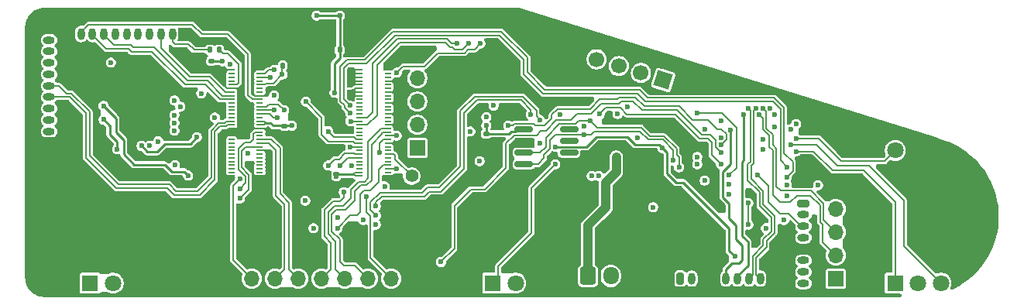
<source format=gbr>
%TF.GenerationSoftware,KiCad,Pcbnew,9.0.1+1*%
%TF.CreationDate,2025-05-26T16:30:19+08:00*%
%TF.ProjectId,audio_lab,61756469-6f5f-46c6-9162-2e6b69636164,rev?*%
%TF.SameCoordinates,Original*%
%TF.FileFunction,Copper,L4,Bot*%
%TF.FilePolarity,Positive*%
%FSLAX46Y46*%
G04 Gerber Fmt 4.6, Leading zero omitted, Abs format (unit mm)*
G04 Created by KiCad (PCBNEW 9.0.1+1) date 2025-05-26 16:30:19*
%MOMM*%
%LPD*%
G01*
G04 APERTURE LIST*
G04 Aperture macros list*
%AMRoundRect*
0 Rectangle with rounded corners*
0 $1 Rounding radius*
0 $2 $3 $4 $5 $6 $7 $8 $9 X,Y pos of 4 corners*
0 Add a 4 corners polygon primitive as box body*
4,1,4,$2,$3,$4,$5,$6,$7,$8,$9,$2,$3,0*
0 Add four circle primitives for the rounded corners*
1,1,$1+$1,$2,$3*
1,1,$1+$1,$4,$5*
1,1,$1+$1,$6,$7*
1,1,$1+$1,$8,$9*
0 Add four rect primitives between the rounded corners*
20,1,$1+$1,$2,$3,$4,$5,0*
20,1,$1+$1,$4,$5,$6,$7,0*
20,1,$1+$1,$6,$7,$8,$9,0*
20,1,$1+$1,$8,$9,$2,$3,0*%
%AMHorizOval*
0 Thick line with rounded ends*
0 $1 width*
0 $2 $3 position (X,Y) of the first rounded end (center of the circle)*
0 $4 $5 position (X,Y) of the second rounded end (center of the circle)*
0 Add line between two ends*
20,1,$1,$2,$3,$4,$5,0*
0 Add two circle primitives to create the rounded ends*
1,1,$1,$2,$3*
1,1,$1,$4,$5*%
%AMRotRect*
0 Rectangle, with rotation*
0 The origin of the aperture is its center*
0 $1 length*
0 $2 width*
0 $3 Rotation angle, in degrees counterclockwise*
0 Add horizontal line*
21,1,$1,$2,0,0,$3*%
G04 Aperture macros list end*
%TA.AperFunction,HeatsinkPad*%
%ADD10C,0.500000*%
%TD*%
%TA.AperFunction,HeatsinkPad*%
%ADD11R,2.700000X2.700000*%
%TD*%
%TA.AperFunction,ComponentPad*%
%ADD12R,1.800000X1.800000*%
%TD*%
%TA.AperFunction,ComponentPad*%
%ADD13C,1.800000*%
%TD*%
%TA.AperFunction,ComponentPad*%
%ADD14O,2.800000X2.100000*%
%TD*%
%TA.AperFunction,ComponentPad*%
%ADD15C,1.400000*%
%TD*%
%TA.AperFunction,HeatsinkPad*%
%ADD16R,3.250000X3.250000*%
%TD*%
%TA.AperFunction,ComponentPad*%
%ADD17O,2.800000X3.600000*%
%TD*%
%TA.AperFunction,ComponentPad*%
%ADD18R,1.700000X1.700000*%
%TD*%
%TA.AperFunction,ComponentPad*%
%ADD19O,1.700000X1.700000*%
%TD*%
%TA.AperFunction,SMDPad,CuDef*%
%ADD20RoundRect,0.150000X0.825000X0.150000X-0.825000X0.150000X-0.825000X-0.150000X0.825000X-0.150000X0*%
%TD*%
%TA.AperFunction,SMDPad,CuDef*%
%ADD21RoundRect,0.135000X-0.135000X-0.185000X0.135000X-0.185000X0.135000X0.185000X-0.135000X0.185000X0*%
%TD*%
%TA.AperFunction,ComponentPad*%
%ADD22RotRect,1.700000X1.700000X72.699000*%
%TD*%
%TA.AperFunction,ComponentPad*%
%ADD23HorizOval,1.700000X0.000000X0.000000X0.000000X0.000000X0*%
%TD*%
%TA.AperFunction,ComponentPad*%
%ADD24RoundRect,0.200000X0.200000X0.450000X-0.200000X0.450000X-0.200000X-0.450000X0.200000X-0.450000X0*%
%TD*%
%TA.AperFunction,ComponentPad*%
%ADD25O,0.800000X1.300000*%
%TD*%
%TA.AperFunction,SMDPad,CuDef*%
%ADD26RoundRect,0.140000X-0.170000X0.140000X-0.170000X-0.140000X0.170000X-0.140000X0.170000X0.140000X0*%
%TD*%
%TA.AperFunction,SMDPad,CuDef*%
%ADD27RoundRect,0.050165X-0.300355X0.050165X-0.300355X-0.050165X0.300355X-0.050165X0.300355X0.050165X0*%
%TD*%
%TA.AperFunction,ComponentPad*%
%ADD28RoundRect,0.200000X-0.450000X0.200000X-0.450000X-0.200000X0.450000X-0.200000X0.450000X0.200000X0*%
%TD*%
%TA.AperFunction,ComponentPad*%
%ADD29O,1.300000X0.800000*%
%TD*%
%TA.AperFunction,SMDPad,CuDef*%
%ADD30RoundRect,0.140000X0.170000X-0.140000X0.170000X0.140000X-0.170000X0.140000X-0.170000X-0.140000X0*%
%TD*%
%TA.AperFunction,ComponentPad*%
%ADD31RoundRect,0.250000X-0.600000X-0.725000X0.600000X-0.725000X0.600000X0.725000X-0.600000X0.725000X0*%
%TD*%
%TA.AperFunction,ComponentPad*%
%ADD32O,1.700000X1.950000*%
%TD*%
%TA.AperFunction,SMDPad,CuDef*%
%ADD33RoundRect,0.140000X-0.140000X-0.170000X0.140000X-0.170000X0.140000X0.170000X-0.140000X0.170000X0*%
%TD*%
%TA.AperFunction,ComponentPad*%
%ADD34RoundRect,0.200000X-0.200000X-0.450000X0.200000X-0.450000X0.200000X0.450000X-0.200000X0.450000X0*%
%TD*%
%TA.AperFunction,ViaPad*%
%ADD35C,0.600000*%
%TD*%
%TA.AperFunction,Conductor*%
%ADD36C,0.152400*%
%TD*%
%TA.AperFunction,Conductor*%
%ADD37C,0.254000*%
%TD*%
%TA.AperFunction,Conductor*%
%ADD38C,1.000000*%
%TD*%
%TA.AperFunction,Conductor*%
%ADD39C,0.508000*%
%TD*%
%TA.AperFunction,Conductor*%
%ADD40C,0.127000*%
%TD*%
G04 APERTURE END LIST*
D10*
%TO.P,U1,25,PGND*%
%TO.N,GND*%
X143750000Y-96587500D03*
X143750000Y-95587500D03*
X143750000Y-94587500D03*
X142750000Y-96587500D03*
X142750000Y-95587500D03*
D11*
X142750000Y-95587500D03*
D10*
X142750000Y-94587500D03*
X141750000Y-96587500D03*
X141750000Y-95587500D03*
X141750000Y-94587500D03*
%TD*%
D12*
%TO.P,RV1,1,1*%
%TO.N,+VPM*%
X82000000Y-107500000D03*
D13*
%TO.P,RV1,2,2*%
%TO.N,/MCU/VOL_IN*%
X84500000Y-107500000D03*
%TO.P,RV1,3,3*%
%TO.N,GND*%
X87000000Y-107500000D03*
D14*
%TO.P,RV1,MP,MP*%
X79700000Y-100000000D03*
X89300000Y-100000000D03*
%TD*%
D15*
%TO.P,CONFIG,1,1*%
%TO.N,/FPGA/D8_RECONFIG*%
X117150000Y-95787500D03*
%TO.P,CONFIG,2,2*%
%TO.N,GND*%
X119150000Y-95787500D03*
%TD*%
D12*
%TO.P,RV2,1,1*%
%TO.N,+VPM*%
X126000000Y-107500000D03*
D13*
%TO.P,RV2,2,2*%
%TO.N,/MCU/TUNE_IN*%
X128500000Y-107500000D03*
%TO.P,RV2,3,3*%
%TO.N,GND*%
X131000000Y-107500000D03*
D14*
%TO.P,RV2,MP,MP*%
X123700000Y-100000000D03*
X133300000Y-100000000D03*
%TD*%
D10*
%TO.P,U6,29,AGND*%
%TO.N,GND*%
X88000000Y-89612500D03*
X88000000Y-87612500D03*
D16*
X87000000Y-88612500D03*
D10*
X86000000Y-89612500D03*
X86000000Y-87612500D03*
%TD*%
D12*
%TO.P,SW1,A,A*%
%TO.N,/MCU/SEL_A*%
X170000000Y-107500000D03*
D13*
%TO.P,SW1,B,B*%
%TO.N,/MCU/SEL_B*%
X175000000Y-107500000D03*
%TO.P,SW1,C,C*%
%TO.N,GND*%
X172500000Y-107500000D03*
D17*
%TO.P,SW1,MP,MP*%
X167100000Y-100000000D03*
X177900000Y-100000000D03*
D13*
%TO.P,SW1,S1,S1*%
%TO.N,/MCU/SEL_S*%
X170000000Y-93000000D03*
%TO.P,SW1,S2,S2*%
%TO.N,GND*%
X175000000Y-93000000D03*
%TD*%
D18*
%TO.P,J13,1,Pin_1*%
%TO.N,/FPGA/BLE_DBG*%
X117750000Y-92722500D03*
D19*
%TO.P,J13,2,Pin_2*%
%TO.N,/FPGA/BLE_SWDIO*%
X117750000Y-90182500D03*
%TO.P,J13,3,Pin_3*%
%TO.N,/FPGA/BLE_SWCLK*%
X117750000Y-87642500D03*
%TO.P,J13,4,Pin_4*%
%TO.N,+3.3V*%
X117750000Y-85102500D03*
%TO.P,J13,5,Pin_5*%
%TO.N,GND*%
X117750000Y-82562500D03*
%TD*%
D20*
%TO.P,U9,1,A0*%
%TO.N,unconnected-(U9-A0-Pad1)*%
X134350000Y-90682500D03*
%TO.P,U9,2,A1*%
%TO.N,unconnected-(U9-A1-Pad2)*%
X134350000Y-91952500D03*
%TO.P,U9,3,A2*%
%TO.N,unconnected-(U9-A2-Pad3)*%
X134350000Y-93222500D03*
%TO.P,U9,4,GND*%
%TO.N,GND*%
X134350000Y-94492500D03*
%TO.P,U9,5,SDA*%
%TO.N,/MCU/MCU_I2C_SDA*%
X129400000Y-94492500D03*
%TO.P,U9,6,SCL*%
%TO.N,/MCU/MCU_I2C_SCL*%
X129400000Y-93222500D03*
%TO.P,U9,7,WP*%
%TO.N,GND*%
X129400000Y-91952500D03*
%TO.P,U9,8,VCC*%
%TO.N,+VPM*%
X129400000Y-90682500D03*
%TD*%
D21*
%TO.P,R27,1*%
%TO.N,Net-(J12-Pin_2)*%
X95090000Y-81987500D03*
%TO.P,R27,2*%
%TO.N,/AUX/SD_CLK*%
X96110000Y-81987500D03*
%TD*%
D22*
%TO.P,J5,1,Pin_1*%
%TO.N,Net-(J5-Pin_1)*%
X144625396Y-85276873D03*
D23*
%TO.P,J5,2,Pin_2*%
%TO.N,Net-(J5-Pin_2)*%
X142200317Y-84521498D03*
%TO.P,J5,3,Pin_3*%
%TO.N,/MCU/MODE_IN*%
X139775238Y-83766124D03*
%TO.P,J5,4,Pin_4*%
%TO.N,Net-(J5-Pin_4)*%
X137350158Y-83010749D03*
%TO.P,J5,5,Pin_5*%
%TO.N,GND*%
X134925079Y-82255375D03*
%TO.P,J5,6,Pin_6*%
X132500000Y-81500000D03*
%TD*%
D24*
%TO.P,J12,1,Pin_1*%
%TO.N,GND*%
X92250000Y-80250000D03*
D25*
%TO.P,J12,2,Pin_2*%
%TO.N,Net-(J12-Pin_2)*%
X91000000Y-80250000D03*
%TO.P,J12,3,Pin_3*%
%TO.N,/AUX/SD_CMD*%
X89750000Y-80250000D03*
%TO.P,J12,4,Pin_4*%
%TO.N,Net-(J12-Pin_4)*%
X88500000Y-80250000D03*
%TO.P,J12,5,Pin_5*%
%TO.N,/AUX/DAC_INR*%
X87250000Y-80250000D03*
%TO.P,J12,6,Pin_6*%
%TO.N,/AUX/DAC_INL*%
X86000000Y-80250000D03*
%TO.P,J12,7,Pin_7*%
%TO.N,GND*%
X84750000Y-80250000D03*
%TO.P,J12,8,Pin_8*%
%TO.N,/AUX/SD_DAT0*%
X83500000Y-80250000D03*
%TO.P,J12,9,Pin_9*%
%TO.N,/AUX/SD_DAT3*%
X82250000Y-80250000D03*
%TO.P,J12,10,Pin_10*%
%TO.N,/AUX/SD_CD*%
X81000000Y-80250000D03*
%TD*%
D26*
%TO.P,C47,1*%
%TO.N,+3.3V*%
X95250000Y-83207500D03*
%TO.P,C47,2*%
%TO.N,GND*%
X95250000Y-84167500D03*
%TD*%
D27*
%TO.P,J8,1,Pin_1*%
%TO.N,GND*%
X114540000Y-95789380D03*
%TO.P,J8,2,Pin_2*%
%TO.N,+3.3V*%
X111461520Y-95789380D03*
%TO.P,J8,3,Pin_3*%
%TO.N,/FPGA/B2_IOB4A_40P*%
X114540000Y-95390600D03*
%TO.P,J8,4,Pin_4*%
%TO.N,+3.3V*%
X111461518Y-95390600D03*
%TO.P,J8,5,Pin_5*%
%TO.N,/FPGA/AUD_PDM_DAT*%
X114540000Y-94991820D03*
%TO.P,J8,6,Pin_6*%
%TO.N,/FPGA/L2_IOR18A_40P*%
X111461520Y-94991820D03*
%TO.P,J8,7,Pin_7*%
%TO.N,/FPGA/AUD_PDM_CLK*%
X114540000Y-94590498D03*
%TO.P,J8,8,Pin_8*%
%TO.N,/FPGA/L1_IOR18B_40P*%
X111461520Y-94590500D03*
%TO.P,J8,9,Pin_9*%
%TO.N,/FPGA/F1_IOB26B_40P*%
X114540000Y-94191723D03*
%TO.P,J8,10,Pin_10*%
%TO.N,/FPGA/K1_IOR20A_40P*%
X111461520Y-94191720D03*
%TO.P,J8,11,Pin_11*%
%TO.N,/FPGA/A1_IOB24A_40P*%
X114540000Y-93790400D03*
%TO.P,J8,12,Pin_12*%
%TO.N,/FPGA/BLE_I2S_DO*%
X111461520Y-93790400D03*
%TO.P,J8,13,Pin_13*%
%TO.N,/FPGA/D8_RECONFIG*%
X114540000Y-93391620D03*
%TO.P,J8,14,Pin_14*%
%TO.N,/FPGA/BLE_I2S_LRCLK*%
X111461518Y-93391620D03*
%TO.P,J8,15,Pin_15*%
%TO.N,/FPGA/E1_IOB12B_40P*%
X114540000Y-92990300D03*
%TO.P,J8,16,Pin_16*%
%TO.N,/FPGA/K4_IOR22B_40P*%
X111461520Y-92990303D03*
%TO.P,J8,17,Pin_17*%
%TO.N,/FPGA/D1_IOB14B_40P*%
X114540000Y-92591520D03*
%TO.P,J8,18,Pin_18*%
%TO.N,/FPGA/FPGA_REFCLK*%
X111461520Y-92591520D03*
%TO.P,J8,19,Pin_19*%
%TO.N,GND*%
X114539998Y-92190200D03*
%TO.P,J8,20,Pin_20*%
%TO.N,/FPGA/BLE_I2S_DI*%
X111461520Y-92190200D03*
%TO.P,J8,21,Pin_21*%
%TO.N,/FPGA/C1_JTAG_TCK*%
X114540000Y-91791420D03*
%TO.P,J8,22,Pin_22*%
%TO.N,/FPGA/BLE_I2S_BCLK*%
X111461520Y-91791420D03*
%TO.P,J8,23,Pin_23*%
%TO.N,/FPGA/B1_JTAG_TMS*%
X114540000Y-91390100D03*
%TO.P,J8,24,Pin_24*%
%TO.N,/FPGA/L3_IOR31B_40P*%
X111461520Y-91390100D03*
%TO.P,J8,25,Pin_25*%
%TO.N,/FPGA/A2_JTAG_TDO*%
X114540000Y-90991320D03*
%TO.P,J8,26,Pin_26*%
%TO.N,/FPGA/J1_IOR33A_40P*%
X111461520Y-90991323D03*
%TO.P,J8,27,Pin_27*%
%TO.N,/FPGA/A3_JTAG_TDI*%
X114540000Y-90590000D03*
%TO.P,J8,28,Pin_28*%
%TO.N,/FPGA/J2_IOR33B_40P*%
X111461520Y-90590000D03*
%TO.P,J8,29,Pin_29*%
%TO.N,GND*%
X114539998Y-90191220D03*
%TO.P,J8,30,Pin_30*%
%TO.N,/FPGA/SW_P1*%
X111461520Y-90191220D03*
%TO.P,J8,31,Pin_31*%
%TO.N,/FPGA/M0_D3_P*%
X114539998Y-89789900D03*
%TO.P,J8,32,Pin_32*%
%TO.N,/FPGA/FPGA_OTA*%
X111461520Y-89789900D03*
%TO.P,J8,33,Pin_33*%
%TO.N,/FPGA/M0_D3_N*%
X114540000Y-89391120D03*
%TO.P,J8,34,Pin_34*%
%TO.N,/FPGA/SW_P2*%
X111461520Y-89391120D03*
%TO.P,J8,35,Pin_35*%
%TO.N,GND*%
X114540000Y-88989800D03*
%TO.P,J8,36,Pin_36*%
%TO.N,/FPGA/H2_IOB91B_40P*%
X111461520Y-88989798D03*
%TO.P,J8,37,Pin_37*%
%TO.N,/FPGA/M0_D2_P*%
X114540000Y-88591020D03*
%TO.P,J8,38,Pin_38*%
%TO.N,/FPGA/VDD_1V8*%
X111461520Y-88591020D03*
%TO.P,J8,39,Pin_39*%
%TO.N,/FPGA/M0_D2_N*%
X114540000Y-88189700D03*
%TO.P,J8,40,Pin_40*%
%TO.N,/FPGA/VDD_1V8*%
X111461520Y-88189700D03*
%TO.P,J8,41,Pin_41*%
%TO.N,GND*%
X114539998Y-87790920D03*
%TO.P,J8,42,Pin_42*%
%TO.N,/FPGA/VDD_2V5*%
X111461520Y-87790920D03*
%TO.P,J8,43,Pin_43*%
%TO.N,/FPGA/M0_CK_P*%
X114540000Y-87389600D03*
%TO.P,J8,44,Pin_44*%
%TO.N,/FPGA/VDD_2V5*%
X111461520Y-87389600D03*
%TO.P,J8,45,Pin_45*%
%TO.N,/FPGA/M0_CK_N*%
X114540000Y-86990820D03*
%TO.P,J8,46,Pin_46*%
%TO.N,+3.3V*%
X111461520Y-86990818D03*
%TO.P,J8,47,Pin_47*%
%TO.N,GND*%
X114540000Y-86589500D03*
%TO.P,J8,48,Pin_48*%
%TO.N,+3.3V*%
X111461518Y-86589500D03*
%TO.P,J8,49,Pin_49*%
%TO.N,/FPGA/M0_D1_P*%
X114540000Y-86190720D03*
%TO.P,J8,50,Pin_50*%
%TO.N,+3.3V*%
X111461520Y-86190720D03*
%TO.P,J8,51,Pin_51*%
%TO.N,/FPGA/M0_D1_N*%
X114540000Y-85789398D03*
%TO.P,J8,52,Pin_52*%
%TO.N,+VSYS*%
X111461520Y-85789400D03*
%TO.P,J8,53,Pin_53*%
%TO.N,GND*%
X114540000Y-85390623D03*
%TO.P,J8,54,Pin_54*%
%TO.N,+VSYS*%
X111461520Y-85390620D03*
%TO.P,J8,55,Pin_55*%
%TO.N,/FPGA/M0_D0_P*%
X114540000Y-84989300D03*
%TO.P,J8,56,Pin_56*%
%TO.N,+VSYS*%
X111461520Y-84989300D03*
%TO.P,J8,57,Pin_57*%
%TO.N,/FPGA/M0_D0_N*%
X114540000Y-84590520D03*
%TO.P,J8,58,Pin_58*%
%TO.N,+VSYS*%
X111461518Y-84590520D03*
%TO.P,J8,59,Pin_59*%
%TO.N,GND*%
X114540000Y-84191740D03*
%TO.P,J8,60,Pin_60*%
%TO.N,+VSYS*%
X111461520Y-84191740D03*
%TD*%
D18*
%TO.P,J6,1,Pin_1*%
%TO.N,GND*%
X97125000Y-107000000D03*
D19*
%TO.P,J6,2,Pin_2*%
%TO.N,+3.3V*%
X99665000Y-107000000D03*
%TO.P,J6,3,Pin_3*%
%TO.N,/FPGA/FPGA_UART_RX*%
X102205000Y-107000000D03*
%TO.P,J6,4,Pin_4*%
%TO.N,/FPGA/FPGA_UART_TX*%
X104745000Y-107000000D03*
%TO.P,J6,5,Pin_5*%
%TO.N,/FPGA/B1_JTAG_TMS*%
X107285000Y-107000000D03*
%TO.P,J6,6,Pin_6*%
%TO.N,/FPGA/A3_JTAG_TDI*%
X109825000Y-107000000D03*
%TO.P,J6,7,Pin_7*%
%TO.N,/FPGA/A2_JTAG_TDO*%
X112365000Y-107000000D03*
%TO.P,J6,8,Pin_8*%
%TO.N,/FPGA/C1_JTAG_TCK*%
X114905000Y-107000000D03*
%TD*%
D18*
%TO.P,J4,1,Pin_1*%
%TO.N,/MCU/MCU_DBG*%
X163500000Y-107000000D03*
D19*
%TO.P,J4,2,Pin_2*%
%TO.N,/MCU/MCU_SWDIO*%
X163500000Y-104460000D03*
%TO.P,J4,3,Pin_3*%
%TO.N,/MCU/MCU_SWCLK*%
X163500000Y-101920000D03*
%TO.P,J4,4,Pin_4*%
%TO.N,+VALW*%
X163500000Y-99380000D03*
%TO.P,J4,5,Pin_5*%
%TO.N,GND*%
X163500000Y-96840000D03*
%TD*%
D28*
%TO.P,J3,1,Pin_1*%
%TO.N,/MCU/TFT_SPI_MOSI*%
X159955000Y-98762500D03*
D29*
%TO.P,J3,2,Pin_2*%
%TO.N,/MCU/TFT_SPI_SCK*%
X159955000Y-100012500D03*
%TO.P,J3,3,Pin_3*%
%TO.N,/MCU/TFT_SPI_DC*%
X159955000Y-101262500D03*
%TO.P,J3,4,Pin_4*%
%TO.N,/MCU/TFT_SPI_CS*%
X159955000Y-102512500D03*
%TO.P,J3,5,Pin_5*%
%TO.N,GND*%
X159955000Y-103762500D03*
%TO.P,J3,6,Pin_6*%
%TO.N,+VALW*%
X159955000Y-105012500D03*
%TO.P,J3,7,Pin_7*%
%TO.N,/FPGA/AUD_PDM_DAT*%
X159955000Y-106262500D03*
%TO.P,J3,8,Pin_8*%
%TO.N,Net-(J3-Pin_8)*%
X159955000Y-107512500D03*
%TD*%
D30*
%TO.P,C29,1*%
%TO.N,GND*%
X125300000Y-92117500D03*
%TO.P,C29,2*%
%TO.N,+VPM*%
X125300000Y-91157500D03*
%TD*%
D31*
%TO.P,J2,1,Pin_1*%
%TO.N,Net-(J2-Pin_1)*%
X136400000Y-106712500D03*
D32*
%TO.P,J2,2,Pin_2*%
%TO.N,Net-(J2-Pin_2)*%
X138900000Y-106712500D03*
%TO.P,J2,3,Pin_3*%
%TO.N,GND*%
X141400000Y-106712500D03*
%TD*%
D26*
%TO.P,C45,1*%
%TO.N,+3.3V*%
X103250000Y-90307500D03*
%TO.P,C45,2*%
%TO.N,GND*%
X103250000Y-91267500D03*
%TD*%
D30*
%TO.P,C49,1*%
%TO.N,GND*%
X108900000Y-96567500D03*
%TO.P,C49,2*%
%TO.N,+3.3V*%
X108900000Y-95607500D03*
%TD*%
D33*
%TO.P,C46,1*%
%TO.N,+3.3V*%
X109270000Y-81987500D03*
%TO.P,C46,2*%
%TO.N,GND*%
X110230000Y-81987500D03*
%TD*%
D21*
%TO.P,R4,1*%
%TO.N,/AUX/SD_PWRON*%
X103040000Y-83687500D03*
%TO.P,R4,2*%
%TO.N,GND*%
X104060000Y-83687500D03*
%TD*%
D27*
%TO.P,J7,1,Pin_1*%
%TO.N,GND*%
X100540000Y-95789382D03*
%TO.P,J7,2,Pin_2*%
X97461520Y-95789382D03*
%TO.P,J7,3,Pin_3*%
%TO.N,/FPGA/L9_IOT31A_40P*%
X100540000Y-95390602D03*
%TO.P,J7,4,Pin_4*%
%TO.N,/FPGA/H5_IOT61A*%
X97461518Y-95390602D03*
%TO.P,J7,5,Pin_5*%
%TO.N,/FPGA/K9_IOT31B_40P*%
X100540000Y-94991822D03*
%TO.P,J7,6,Pin_6*%
%TO.N,/FPGA/J5_IOT61B*%
X97461520Y-94991822D03*
%TO.P,J7,7,Pin_7*%
%TO.N,/FPGA/J8_IOT56A_40P*%
X100540000Y-94590500D03*
%TO.P,J7,8,Pin_8*%
%TO.N,/FPGA/L5_IOT63A*%
X97461520Y-94590502D03*
%TO.P,J7,9,Pin_9*%
%TO.N,/FPGA/K8_IOT56B_40P*%
X100540000Y-94191725D03*
%TO.P,J7,10,Pin_10*%
%TO.N,/FPGA/K5_IOT63B*%
X97461520Y-94191722D03*
%TO.P,J7,11,Pin_11*%
%TO.N,/FPGA/F7_IOT58A_40P*%
X100540000Y-93790402D03*
%TO.P,J7,12,Pin_12*%
%TO.N,/FPGA/H8_IOT66A*%
X97461520Y-93790402D03*
%TO.P,J7,13,Pin_13*%
%TO.N,/FPGA/F6_IOT58B_40P*%
X100540000Y-93391622D03*
%TO.P,J7,14,Pin_14*%
%TO.N,/FPGA/H7_IOT66B*%
X97461518Y-93391622D03*
%TO.P,J7,15,Pin_15*%
%TO.N,GND*%
X100540000Y-92990302D03*
%TO.P,J7,16,Pin_16*%
%TO.N,/FPGA/G7_IOT68A*%
X97461520Y-92990305D03*
%TO.P,J7,17,Pin_17*%
%TO.N,/FPGA/E8_READY*%
X100540000Y-92591522D03*
%TO.P,J7,18,Pin_18*%
%TO.N,/FPGA/G8_IOT68B*%
X97461520Y-92591522D03*
%TO.P,J7,19,Pin_19*%
%TO.N,/FPGA/FPGA_UART_RX*%
X100539998Y-92190202D03*
%TO.P,J7,20,Pin_20*%
%TO.N,/FPGA/F5_IOT72A*%
X97461520Y-92190202D03*
%TO.P,J7,21,Pin_21*%
%TO.N,/FPGA/FPGA_UART_TX*%
X100540000Y-91791422D03*
%TO.P,J7,22,Pin_22*%
%TO.N,/FPGA/G5_IOT72B*%
X97461520Y-91791422D03*
%TO.P,J7,23,Pin_23*%
%TO.N,/FPGA/E3_IOB60A_40P*%
X100540000Y-91390102D03*
%TO.P,J7,24,Pin_24*%
%TO.N,GND*%
X97461520Y-91390102D03*
%TO.P,J7,25,Pin_25*%
%TO.N,/FPGA/D7_DONE*%
X100540000Y-90991322D03*
%TO.P,J7,26,Pin_26*%
%TO.N,GND*%
X97461520Y-90991325D03*
%TO.P,J7,27,Pin_27*%
X100540000Y-90590002D03*
%TO.P,J7,28,Pin_28*%
X97461520Y-90590002D03*
%TO.P,J7,29,Pin_29*%
%TO.N,+3.3V*%
X100539998Y-90191222D03*
%TO.P,J7,30,Pin_30*%
%TO.N,/AUX/PDM_OUT_P*%
X97461520Y-90191222D03*
%TO.P,J7,31,Pin_31*%
%TO.N,+3.3V*%
X100539998Y-89789902D03*
%TO.P,J7,32,Pin_32*%
%TO.N,/AUX/PDM_OUT_N*%
X97461520Y-89789902D03*
%TO.P,J7,33,Pin_33*%
%TO.N,/FPGA/J11_IOT1A_40P*%
X100540000Y-89391122D03*
%TO.P,J7,34,Pin_34*%
%TO.N,/FPGA/K7_IOT21A_40P*%
X97461520Y-89391122D03*
%TO.P,J7,35,Pin_35*%
%TO.N,/FPGA/DAC_SCLK*%
X100540000Y-88989802D03*
%TO.P,J7,36,Pin_36*%
%TO.N,/FPGA/J7_IOT21B_40P*%
X97461520Y-88989800D03*
%TO.P,J7,37,Pin_37*%
%TO.N,/FPGA/DAC_DATA*%
X100540000Y-88591022D03*
%TO.P,J7,38,Pin_38*%
%TO.N,/FPGA/L7_IOT19A_40P*%
X97461520Y-88591022D03*
%TO.P,J7,39,Pin_39*%
%TO.N,/FPGA/DAC_LRCLK*%
X100540000Y-88189702D03*
%TO.P,J7,40,Pin_40*%
%TO.N,/FPGA/L8_IOT19B_40P*%
X97461520Y-88189702D03*
%TO.P,J7,41,Pin_41*%
%TO.N,/FPGA/G11_IOT7A*%
X100539998Y-87790922D03*
%TO.P,J7,42,Pin_42*%
%TO.N,/FPGA/L10_IOT15A_40P*%
X97461520Y-87790922D03*
%TO.P,J7,43,Pin_43*%
%TO.N,/AUX/SD_CD*%
X100540000Y-87389602D03*
%TO.P,J7,44,Pin_44*%
%TO.N,/AUX/SD_DAT3*%
X97461520Y-87389602D03*
%TO.P,J7,45,Pin_45*%
%TO.N,GND*%
X100540000Y-86990822D03*
%TO.P,J7,46,Pin_46*%
%TO.N,/AUX/SD_DAT0*%
X97461520Y-86990820D03*
%TO.P,J7,47,Pin_47*%
%TO.N,/FPGA/D11_IOL9A*%
X100540000Y-86589502D03*
%TO.P,J7,48,Pin_48*%
%TO.N,/AUX/SD_CMD*%
X97461518Y-86589502D03*
%TO.P,J7,49,Pin_49*%
%TO.N,/FPGA/D10_IOL9B*%
X100540000Y-86190722D03*
%TO.P,J7,50,Pin_50*%
%TO.N,GND*%
X97461520Y-86190722D03*
%TO.P,J7,51,Pin_51*%
%TO.N,/AUX/SD_PWRON*%
X100540000Y-85789400D03*
%TO.P,J7,52,Pin_52*%
%TO.N,/AUX/SD_CLK*%
X97461520Y-85789402D03*
%TO.P,J7,53,Pin_53*%
%TO.N,/FPGA/C10_IOL5B*%
X100540000Y-85390625D03*
%TO.P,J7,54,Pin_54*%
%TO.N,/FPGA/E10_IOL3B*%
X97461520Y-85390622D03*
%TO.P,J7,55,Pin_55*%
%TO.N,/FPGA/MCU_I2C_SCL*%
X100540000Y-84989302D03*
%TO.P,J7,56,Pin_56*%
%TO.N,/FPGA/A11_IOL14A*%
X97461520Y-84989302D03*
%TO.P,J7,57,Pin_57*%
%TO.N,/FPGA/MCU_I2C_SDA*%
X100540000Y-84590522D03*
%TO.P,J7,58,Pin_58*%
%TO.N,/FPGA/A10_IOL14B*%
X97461518Y-84590522D03*
%TO.P,J7,59,Pin_59*%
%TO.N,GND*%
X100540000Y-84191742D03*
%TO.P,J7,60,Pin_60*%
X97461520Y-84191742D03*
%TD*%
D34*
%TO.P,J1,1,Pin_1*%
%TO.N,Net-(J1-Pin_1)*%
X146500000Y-107000000D03*
D25*
%TO.P,J1,2,Pin_2*%
X147750000Y-107000000D03*
%TO.P,J1,3,Pin_3*%
%TO.N,GND*%
X149000000Y-107000000D03*
%TO.P,J1,4,Pin_4*%
X150250000Y-107000000D03*
%TO.P,J1,5,Pin_5*%
%TO.N,/BATT/BATT_PD_CC2*%
X151500000Y-107000000D03*
%TO.P,J1,6,Pin_6*%
%TO.N,/BATT/BATT_PD_CC1*%
X152750000Y-107000000D03*
%TO.P,J1,7,Pin_7*%
%TO.N,/BATT/BATT_USB_D+*%
X154000000Y-107000000D03*
%TO.P,J1,8,Pin_8*%
%TO.N,/BATT/BATT_USB_D-*%
X155250000Y-107000000D03*
%TD*%
D28*
%TO.P,J11,1,Pin_1*%
%TO.N,GND*%
X77500000Y-79650000D03*
D29*
%TO.P,J11,2,Pin_2*%
%TO.N,+VSYS*%
X77500000Y-80900000D03*
%TO.P,J11,3,Pin_3*%
%TO.N,+VALW*%
X77500000Y-82150000D03*
%TO.P,J11,4,Pin_4*%
%TO.N,/AUX/MCU_STATUS*%
X77500000Y-83400000D03*
%TO.P,J11,5,Pin_5*%
%TO.N,Net-(J11-Pin_5)*%
X77500000Y-84650000D03*
%TO.P,J11,6,Pin_6*%
%TO.N,/AUX/PDM_OUT_N*%
X77500000Y-85900000D03*
%TO.P,J11,7,Pin_7*%
%TO.N,/AUX/PDM_OUT_P*%
X77500000Y-87150000D03*
%TO.P,J11,8,Pin_8*%
%TO.N,/AUX/DAC_HP_R*%
X77500000Y-88400000D03*
%TO.P,J11,9,Pin_9*%
%TO.N,/AUX/DAC_HP_L*%
X77500000Y-89650000D03*
%TO.P,J11,10,Pin_10*%
%TO.N,Net-(J11-Pin_10)*%
X77500000Y-90900000D03*
%TD*%
D35*
%TO.N,GND*%
X161550000Y-94787500D03*
X143450000Y-90787500D03*
X126800000Y-92587500D03*
X145450000Y-90337500D03*
X119550000Y-87762500D03*
X135950000Y-90362500D03*
X123800000Y-107437500D03*
X91350000Y-82237500D03*
X143550000Y-102087500D03*
X161150000Y-100612500D03*
X163550000Y-89287500D03*
X115490000Y-96937500D03*
X89300000Y-85137500D03*
X104500000Y-103687500D03*
X106950000Y-103037500D03*
X89450000Y-95212500D03*
X128850000Y-78587500D03*
X119350000Y-81887500D03*
X140750000Y-88237500D03*
X144850000Y-107437500D03*
X153950000Y-86287500D03*
X135000000Y-103437500D03*
X83950000Y-92237500D03*
X120500000Y-107437500D03*
X161550000Y-90687500D03*
X115500000Y-92762500D03*
X115500000Y-87762500D03*
X84950000Y-95212500D03*
X158550000Y-87687500D03*
X95900000Y-100337500D03*
X161300000Y-107437500D03*
X158950000Y-96287500D03*
X104750000Y-88537500D03*
X108000000Y-92587500D03*
X123550000Y-91987500D03*
X99200000Y-94587500D03*
X131150000Y-87687500D03*
X107500000Y-95837500D03*
X146450000Y-99187500D03*
X105470000Y-78237500D03*
X103000000Y-85587500D03*
X149970000Y-95717500D03*
X120975000Y-98037500D03*
X111050000Y-81987500D03*
X108700000Y-88137500D03*
X153950000Y-97787500D03*
X107950000Y-81487500D03*
X139500000Y-96987500D03*
X144850000Y-103237500D03*
X79950000Y-88287500D03*
X129500000Y-103787500D03*
X77500000Y-94687500D03*
X120850000Y-78587500D03*
X110100000Y-103687500D03*
X135850000Y-94487500D03*
X80800000Y-78587500D03*
X166750000Y-92237500D03*
X150850000Y-98737500D03*
X124580000Y-83837500D03*
X108700000Y-90187500D03*
X91650000Y-86637500D03*
X99250000Y-99212500D03*
X90100000Y-91337500D03*
X88450000Y-78587500D03*
X139850000Y-81887500D03*
X149100000Y-92437500D03*
X138050000Y-92987500D03*
X116050000Y-102037500D03*
X157150000Y-107437500D03*
X79950000Y-82937500D03*
X85850000Y-82587500D03*
X153950000Y-101987500D03*
X101650000Y-94637500D03*
X106100000Y-92587500D03*
X145450000Y-99187500D03*
X96500000Y-96137500D03*
X149950000Y-85037500D03*
X86750000Y-85137500D03*
X125950000Y-81287500D03*
X110450000Y-90887500D03*
X156800000Y-90437500D03*
X109037500Y-100287500D03*
X107950000Y-84987500D03*
X96450000Y-78587500D03*
X101550000Y-103687500D03*
X146900000Y-84087500D03*
X123550000Y-89337500D03*
X113396978Y-78612500D03*
X116950000Y-105937500D03*
X93700000Y-93687500D03*
X157150000Y-102537500D03*
X94137500Y-84187500D03*
X101150000Y-83187500D03*
X150950000Y-89737500D03*
X104250000Y-96687500D03*
X139500000Y-97837500D03*
X128650000Y-95987500D03*
X171850000Y-103187500D03*
X115500000Y-83187500D03*
X84450000Y-85687500D03*
X111200000Y-78237500D03*
X86350000Y-92837500D03*
X119550000Y-92762500D03*
X154750000Y-103037500D03*
X136600000Y-87437500D03*
X102500000Y-99237500D03*
X128650000Y-88787500D03*
X102150000Y-81337500D03*
X142500000Y-102087500D03*
X105950000Y-100287500D03*
X116050000Y-99107500D03*
X119500000Y-102037500D03*
X169150000Y-103187500D03*
X155550000Y-92887500D03*
X139500000Y-98687500D03*
X97300000Y-81687500D03*
X165800000Y-107437500D03*
X158150000Y-97987500D03*
X129500000Y-101687500D03*
X96450000Y-84187500D03*
X102450000Y-91287500D03*
X79950000Y-86087500D03*
X150950000Y-103787500D03*
X96500000Y-91487500D03*
X111850000Y-102537500D03*
X96500000Y-88887500D03*
X155550000Y-91775900D03*
X138650000Y-89037500D03*
X140750000Y-93487500D03*
%TO.N,+VBAT*%
X153950050Y-101087500D03*
X161550000Y-96787500D03*
X124575000Y-94162500D03*
X157850000Y-100587500D03*
X136800000Y-95787500D03*
X137600000Y-95787500D03*
X153950050Y-98737550D03*
%TO.N,Net-(J2-Pin_1)*%
X139500000Y-93737500D03*
X139500000Y-94487500D03*
%TO.N,+VREGN*%
X149150000Y-96287500D03*
X139650000Y-89009110D03*
X143550000Y-99187500D03*
%TO.N,/BATT/MCU_VBUS_SNS*%
X158150000Y-96787500D03*
X151850000Y-97787500D03*
%TO.N,+VALW*%
X149150000Y-90667500D03*
X91850000Y-88187500D03*
X102100000Y-86987500D03*
X84250000Y-83367500D03*
X94150000Y-86737500D03*
X152450820Y-104586680D03*
X155850050Y-101495380D03*
X95630000Y-89387500D03*
X144550000Y-92737500D03*
X125300000Y-89337500D03*
X91250000Y-94597500D03*
X132850000Y-92587500D03*
%TO.N,+VSYS*%
X110444542Y-84193620D03*
X110444542Y-85793620D03*
X110444542Y-84993620D03*
X123550000Y-90912500D03*
%TO.N,+VAUD*%
X87599870Y-92487500D03*
X93675000Y-91537500D03*
%TO.N,+AVAUD*%
X92712500Y-95737500D03*
X83442830Y-88103330D03*
%TO.N,Net-(U6-PVSS)*%
X84950000Y-92837500D03*
X83451620Y-89613260D03*
%TO.N,/MCU/VOL_IN*%
X120350000Y-105187500D03*
X150950000Y-93187500D03*
%TO.N,/MCU/SEL_A*%
X159150000Y-93087500D03*
%TO.N,/MCU/SEL_S*%
X159150000Y-91687500D03*
%TO.N,/MCU/SEL_B*%
X158550000Y-92387500D03*
%TO.N,/MCU/TUNE_IN*%
X150950000Y-94487500D03*
X137700000Y-89009110D03*
%TO.N,Net-(U11-VDD)*%
X113237500Y-101087500D03*
X105500000Y-98487500D03*
%TO.N,/BATT/BATT_USB_D-*%
X154742500Y-88357500D03*
%TO.N,/BATT/BATT_PD_CC1*%
X153450000Y-89039000D03*
%TO.N,/BATT/BATT_USB_D+*%
X153955100Y-88357500D03*
%TO.N,/BATT/BATT_PD_CC2*%
X151950000Y-90760900D03*
%TO.N,/MCU/TFT_SPI_DC*%
X154950000Y-95687500D03*
%TO.N,/MCU/MCU_DBG*%
X151850000Y-96687500D03*
%TO.N,/MCU/MCU_SWDIO*%
X155123500Y-89039000D03*
%TO.N,/MCU/MCU_SWCLK*%
X155529900Y-88357500D03*
%TO.N,/MCU/MODE_IN*%
X151850000Y-95687500D03*
X148350000Y-88897500D03*
%TO.N,/FPGA/C1_JTAG_TCK*%
X112200000Y-98037500D03*
X113600000Y-93187500D03*
%TO.N,/FPGA/B1_JTAG_TMS*%
X109700000Y-97537500D03*
X115500000Y-91362500D03*
%TO.N,/FPGA/DAC_DATA*%
X102100000Y-88591022D03*
X91200000Y-89112500D03*
%TO.N,/FPGA/AUD_PDM_DAT*%
X115490000Y-94987500D03*
%TO.N,/FPGA/E8_READY*%
X98350000Y-98247500D03*
%TO.N,/FPGA/D7_DONE*%
X98350000Y-97187500D03*
%TO.N,/FPGA/DAC_LRCLK*%
X103200000Y-88587500D03*
X91200000Y-90837500D03*
%TO.N,/FPGA/MCU_I2C_SCL*%
X113237500Y-100087500D03*
X101650000Y-84987500D03*
X131150000Y-89637500D03*
%TO.N,/FPGA/MCU_I2C_SDA*%
X113237500Y-99087500D03*
X130150000Y-89037500D03*
X102150000Y-84187500D03*
%TO.N,/FPGA/DAC_SCLK*%
X102450000Y-89387500D03*
X91200000Y-89987500D03*
%TO.N,/FPGA/AUD_PDM_CLK*%
X109012500Y-101487500D03*
%TO.N,/FPGA/BLE_I2S_DO*%
X109280000Y-94637500D03*
%TO.N,/FPGA/FPGA_REFCLK*%
X110450000Y-92587500D03*
%TO.N,/FPGA/BLE_I2S_LRCLK*%
X108010000Y-94637500D03*
%TO.N,/FPGA/BLE_I2S_BCLK*%
X108000000Y-90887500D03*
%TO.N,/FPGA/BLE_I2S_DI*%
X105570000Y-87657500D03*
%TO.N,/AUX/MCU_STATUS*%
X158550000Y-90687500D03*
%TO.N,/BATT/BATT_I2C_INT*%
X150950000Y-91587500D03*
X141850000Y-91565890D03*
%TO.N,/MCU/MCU_I2C_SDA*%
X135950000Y-91237500D03*
X145750000Y-94087500D03*
X89450000Y-91987500D03*
X156799900Y-89037500D03*
%TO.N,/MCU/MCU_I2C_SCL*%
X146350000Y-94837500D03*
X88514900Y-92463440D03*
X156317300Y-88357500D03*
X136694000Y-89737500D03*
%TO.N,/FPGA/DAC_MCLK*%
X91225130Y-87512370D03*
X99200000Y-93337500D03*
X111837500Y-100587500D03*
%TO.N,Net-(J11-Pin_5)*%
X148360000Y-94487500D03*
%TO.N,/FPGA/SW_P1*%
X123380000Y-81287500D03*
%TO.N,/FPGA/BLE_DBG*%
X110550000Y-94637500D03*
%TO.N,/FPGA/BLE_UART_TX*%
X110450000Y-88927500D03*
X158150000Y-95887500D03*
%TO.N,/FPGA/BLE_UART_RX*%
X110450000Y-88087500D03*
X158150000Y-94787500D03*
%TO.N,+3.3V*%
X110450000Y-86687500D03*
X108900000Y-95837500D03*
X104050000Y-90287500D03*
X109280000Y-78237500D03*
X108700000Y-86687500D03*
X106740000Y-78237500D03*
X133350000Y-89087500D03*
X98350000Y-96127500D03*
X126100000Y-88087500D03*
X96450000Y-83237500D03*
X114190000Y-96912500D03*
%TO.N,/FPGA/SW_P2*%
X122110000Y-81287500D03*
%TO.N,/FPGA/SW_P0*%
X115500000Y-84482500D03*
X124650000Y-81287500D03*
%TO.N,/FPGA/FPGA_OTA*%
X110454020Y-89787500D03*
%TO.N,+VPM*%
X148360000Y-93687500D03*
X132850000Y-94492500D03*
X125300000Y-90271500D03*
%TO.N,/BATT/PM_VEN*%
X159150000Y-90087500D03*
X131150000Y-92187500D03*
%TO.N,/AUX/SD_PWRON*%
X103000000Y-84687500D03*
X97300000Y-83587500D03*
%TO.N,/BATT/SYS_VEN*%
X150950000Y-92387500D03*
X127700000Y-90271500D03*
%TO.N,Net-(J3-Pin_8)*%
X106400000Y-101487500D03*
%TD*%
D36*
%TO.N,GND*%
X115546978Y-86589500D02*
X114540000Y-86589500D01*
X100945758Y-84191742D02*
X101350000Y-83787500D01*
X114540000Y-85390623D02*
X115496877Y-85390623D01*
X97097498Y-90590002D02*
X96852602Y-90834898D01*
X114895760Y-84191740D02*
X115050000Y-84037500D01*
X114540000Y-84191740D02*
X114204240Y-84191740D01*
X97461520Y-86190722D02*
X96953222Y-86190722D01*
X100540000Y-92987500D02*
X101128118Y-92987500D01*
X97461520Y-90590002D02*
X97097498Y-90590002D01*
X115350000Y-87787500D02*
X115346580Y-87790920D01*
X100540000Y-95789382D02*
X101128118Y-95789382D01*
X115546978Y-87787500D02*
X115546978Y-88989800D01*
X97461520Y-91390102D02*
X98047398Y-91390102D01*
X100540000Y-86990822D02*
X101146678Y-86990822D01*
X99953322Y-86990822D02*
X99750000Y-86787500D01*
X115346580Y-87790920D02*
X114539998Y-87790920D01*
X115496877Y-85390623D02*
X115500000Y-85387500D01*
X115546976Y-90087500D02*
X115546976Y-88989802D01*
X97461520Y-84191742D02*
X96754242Y-84191742D01*
X100540000Y-95789382D02*
X99951882Y-95789382D01*
X97048120Y-95789380D02*
X96851880Y-95789380D01*
X100540000Y-90590002D02*
X101128118Y-90590002D01*
X97461520Y-95789380D02*
X97048120Y-95789380D01*
X96953222Y-86190722D02*
X96650000Y-85887500D01*
X114550000Y-92187500D02*
X115138118Y-92187500D01*
X115138118Y-95787500D02*
X114000000Y-95787500D01*
X115546978Y-88989800D02*
X114540000Y-88989800D01*
X99951882Y-95789382D02*
X99950000Y-95787500D01*
X100540000Y-86990822D02*
X99953322Y-86990822D01*
X100540000Y-90590002D02*
X97461520Y-90590002D01*
X100540000Y-84191742D02*
X100945758Y-84191742D01*
X97461520Y-86190722D02*
X98150000Y-86190722D01*
X115500000Y-87762500D02*
X115500000Y-85387500D01*
X114540000Y-84191740D02*
X114895760Y-84191740D01*
X97461520Y-91390102D02*
X96852602Y-91390102D01*
X115546978Y-87787500D02*
X115350000Y-87787500D01*
D37*
X134345000Y-94487500D02*
X134350000Y-94492500D01*
D36*
X115546976Y-90191220D02*
X115546976Y-90087500D01*
X115546976Y-90191220D02*
X114539998Y-90191220D01*
X115546976Y-88989802D02*
X115546978Y-88989800D01*
X100540000Y-84191742D02*
X99954242Y-84191742D01*
D37*
X134350000Y-94492500D02*
X133655000Y-94492500D01*
D36*
X114204240Y-84191740D02*
X114150000Y-84137500D01*
%TO.N,+VBAT*%
X153950050Y-101087500D02*
X153950050Y-98737550D01*
D38*
%TO.N,Net-(J2-Pin_1)*%
X139500000Y-93737500D02*
X139500000Y-95337500D01*
X139500000Y-95337500D02*
X138350000Y-96487500D01*
X138350000Y-99237500D02*
X136400000Y-101187500D01*
X138350000Y-96487500D02*
X138350000Y-99237500D01*
X136400000Y-101187500D02*
X136400000Y-106712500D01*
D37*
%TO.N,+VALW*%
X144550000Y-92737500D02*
X144150000Y-92337500D01*
X151850000Y-101537500D02*
X151850000Y-103985860D01*
X140700000Y-91487500D02*
X137350000Y-91487500D01*
X146050000Y-96487500D02*
X146800000Y-96487500D01*
X145050000Y-95487500D02*
X146050000Y-96487500D01*
X137350000Y-91487500D02*
X136250000Y-92587500D01*
X141550000Y-92337500D02*
X140700000Y-91487500D01*
X151850000Y-103985860D02*
X152450820Y-104586680D01*
X144550000Y-92737500D02*
X145050000Y-93237500D01*
X146800000Y-96487500D02*
X151850000Y-101537500D01*
X145050000Y-93237500D02*
X145050000Y-95487500D01*
X136250000Y-92587500D02*
X132850000Y-92587500D01*
X144150000Y-92337500D02*
X141550000Y-92337500D01*
D36*
%TO.N,+VSYS*%
X110446422Y-84191740D02*
X110444542Y-84193620D01*
X111461520Y-84191740D02*
X110446422Y-84191740D01*
X110448862Y-84989300D02*
X110444542Y-84993620D01*
X110448762Y-85789400D02*
X110444542Y-85793620D01*
X111461520Y-85789400D02*
X110448762Y-85789400D01*
X111461520Y-84989300D02*
X110448862Y-84989300D01*
X111461520Y-85387500D02*
X110952002Y-85387500D01*
D39*
X110444542Y-85794942D02*
X110444542Y-84193620D01*
D36*
X111450000Y-84587500D02*
X110940482Y-84587500D01*
D37*
%TO.N,+VAUD*%
X87599870Y-92487500D02*
X88249870Y-93137500D01*
X89300000Y-93137500D02*
X90150000Y-92287500D01*
X92925000Y-92287500D02*
X93675000Y-91537500D01*
X90150000Y-92287500D02*
X92925000Y-92287500D01*
X88249870Y-93137500D02*
X89300000Y-93137500D01*
%TO.N,+AVAUD*%
X86800000Y-94537500D02*
X90150000Y-94537500D01*
X85650000Y-91837500D02*
X85650000Y-93387500D01*
X92287500Y-95312500D02*
X92712500Y-95737500D01*
X83442830Y-88103330D02*
X84800000Y-89460500D01*
X85650000Y-93387500D02*
X86800000Y-94537500D01*
X84800000Y-90987500D02*
X85650000Y-91837500D01*
X90150000Y-94537500D02*
X90925000Y-95312500D01*
X84800000Y-89460500D02*
X84800000Y-90987500D01*
X90925000Y-95312500D02*
X92287500Y-95312500D01*
%TO.N,Net-(U6-PVSS)*%
X84950000Y-92037500D02*
X84950000Y-92837500D01*
X83451620Y-89613260D02*
X84150000Y-90311640D01*
X84150000Y-91237500D02*
X84950000Y-92037500D01*
X84150000Y-90311640D02*
X84150000Y-91237500D01*
D36*
%TO.N,/MCU/VOL_IN*%
X136750000Y-88987500D02*
X135250000Y-88987500D01*
X140050000Y-87587500D02*
X139750000Y-87887500D01*
X150350000Y-92587500D02*
X150350000Y-91887500D01*
X135250000Y-88987500D02*
X134550000Y-89687500D01*
X125100000Y-97237500D02*
X123600000Y-97237500D01*
X121800000Y-99037500D02*
X121800000Y-103737500D01*
X131275000Y-90837500D02*
X130800000Y-91312500D01*
X142300000Y-88587500D02*
X141300000Y-87587500D01*
X146150000Y-88587500D02*
X142300000Y-88587500D01*
X137850000Y-87887500D02*
X136750000Y-88987500D01*
X150350000Y-91887500D02*
X149750000Y-91287500D01*
X148850000Y-91287500D02*
X146150000Y-88587500D01*
X132950000Y-89687500D02*
X131800000Y-90837500D01*
X121800000Y-103737500D02*
X120350000Y-105187500D01*
X134550000Y-89687500D02*
X132950000Y-89687500D01*
X128325000Y-91312500D02*
X127450000Y-92187500D01*
X123600000Y-97237500D02*
X121800000Y-99037500D01*
X150950000Y-93187500D02*
X150350000Y-92587500D01*
X127450000Y-92187500D02*
X127450000Y-94887500D01*
X131800000Y-90837500D02*
X131275000Y-90837500D01*
X127450000Y-94887500D02*
X125100000Y-97237500D01*
X139750000Y-87887500D02*
X137850000Y-87887500D01*
X149750000Y-91287500D02*
X148850000Y-91287500D01*
X130800000Y-91312500D02*
X128325000Y-91312500D01*
X141300000Y-87587500D02*
X140050000Y-87587500D01*
%TO.N,/MCU/SEL_A*%
X159150000Y-93087500D02*
X161050000Y-93087500D01*
X163150000Y-95187500D02*
X166550000Y-95187500D01*
X161050000Y-93087500D02*
X163150000Y-95187500D01*
X170000000Y-98637500D02*
X170000000Y-107500000D01*
X166550000Y-95187500D02*
X170000000Y-98637500D01*
%TO.N,/MCU/SEL_S*%
X168862500Y-94137500D02*
X170000000Y-93000000D01*
X159150000Y-91687500D02*
X161650000Y-91687500D01*
X161650000Y-91687500D02*
X164100000Y-94137500D01*
X164100000Y-94137500D02*
X168862500Y-94137500D01*
%TO.N,/MCU/SEL_B*%
X161350000Y-92387500D02*
X158550000Y-92387500D01*
X170950000Y-98487500D02*
X167150000Y-94687500D01*
X175000000Y-107500000D02*
X170950000Y-103450000D01*
X170950000Y-103450000D02*
X170950000Y-98487500D01*
X163650000Y-94687500D02*
X161350000Y-92387500D01*
X167150000Y-94687500D02*
X163650000Y-94687500D01*
%TO.N,/MCU/TUNE_IN*%
X149950000Y-92087500D02*
X149550000Y-91687500D01*
X138371610Y-88337500D02*
X137700000Y-89009110D01*
X139950000Y-88337500D02*
X138371610Y-88337500D01*
X149550000Y-91687500D02*
X148600000Y-91687500D01*
X150950000Y-94487500D02*
X149950000Y-93487500D01*
X140650000Y-89037500D02*
X139950000Y-88337500D01*
X145950000Y-89037500D02*
X140650000Y-89037500D01*
X149950000Y-93487500D02*
X149950000Y-92087500D01*
X148600000Y-91687500D02*
X145950000Y-89037500D01*
%TO.N,/BATT/BATT_USB_D-*%
X154802800Y-106552800D02*
X155250000Y-107000000D01*
X154227800Y-96113852D02*
X155532004Y-97418056D01*
X155927800Y-103559700D02*
X154802800Y-104684700D01*
X156796069Y-100182121D02*
X156796069Y-101992879D01*
X155532004Y-98918056D02*
X156796069Y-100182121D01*
X154742500Y-88357500D02*
X154526601Y-88573399D01*
X154227800Y-94661148D02*
X154227800Y-96113852D01*
X155532004Y-97418056D02*
X155532004Y-98918056D01*
X154526601Y-88573399D02*
X154526601Y-94362347D01*
X154526601Y-94362347D02*
X154227800Y-94661148D01*
X155927800Y-102861148D02*
X155927800Y-103559700D01*
X156796069Y-101992879D02*
X155927800Y-102861148D01*
X154802800Y-104684700D02*
X154802800Y-106552800D01*
D37*
%TO.N,/BATT/BATT_PD_CC1*%
X153900000Y-102987500D02*
X153900000Y-105537500D01*
X153900000Y-105537500D02*
X152750000Y-106687500D01*
X153450000Y-94037500D02*
X153250000Y-94237500D01*
X152750000Y-106687500D02*
X152750000Y-107000000D01*
X153250000Y-94237500D02*
X153250000Y-102337500D01*
X153250000Y-102337500D02*
X153900000Y-102987500D01*
X153450000Y-89039000D02*
X153450000Y-94037500D01*
D36*
%TO.N,/BATT/BATT_USB_D+*%
X153872200Y-94513852D02*
X153872200Y-96261148D01*
X153955100Y-88357500D02*
X154170999Y-88573399D01*
X154447200Y-104537404D02*
X154447200Y-106552800D01*
X154170999Y-94215053D02*
X153872200Y-94513852D01*
X153872200Y-96261148D02*
X155176404Y-97565352D01*
X156440469Y-101845583D02*
X155572200Y-102713852D01*
X155572200Y-103412404D02*
X154447200Y-104537404D01*
X155176404Y-99065352D02*
X156440469Y-100329417D01*
X156440469Y-100329417D02*
X156440469Y-101845583D01*
X154447200Y-106552800D02*
X154000000Y-107000000D01*
X155572200Y-102713852D02*
X155572200Y-103412404D01*
X155176404Y-97565352D02*
X155176404Y-99065352D01*
X154170999Y-88573399D02*
X154170999Y-94215053D01*
D37*
%TO.N,/BATT/BATT_PD_CC2*%
X153250000Y-104987500D02*
X152900000Y-105337500D01*
X152550000Y-102687500D02*
X153250000Y-103387500D01*
X151950000Y-90760900D02*
X151950000Y-94487500D01*
X152550000Y-101137500D02*
X152550000Y-102687500D01*
X151150000Y-95287500D02*
X151150000Y-98087500D01*
X151500000Y-106012500D02*
X151500000Y-107000000D01*
X151150000Y-98087500D02*
X151825000Y-98762500D01*
X151825000Y-98762500D02*
X151825000Y-100412500D01*
X151825000Y-100412500D02*
X152550000Y-101137500D01*
X152175000Y-105337500D02*
X151500000Y-106012500D01*
X152900000Y-105337500D02*
X152175000Y-105337500D01*
X151950000Y-94487500D02*
X151150000Y-95287500D01*
X153250000Y-103387500D02*
X153250000Y-104987500D01*
D36*
%TO.N,/MCU/TFT_SPI_DC*%
X158325000Y-99887500D02*
X157400000Y-99887500D01*
X156150000Y-98637500D02*
X156150000Y-96887500D01*
X159955000Y-101262500D02*
X159700000Y-101262500D01*
X156150000Y-96887500D02*
X154950000Y-95687500D01*
X159700000Y-101262500D02*
X158325000Y-99887500D01*
X157400000Y-99887500D02*
X156150000Y-98637500D01*
D40*
%TO.N,/MCU/MCU_SWDIO*%
X159225000Y-97912500D02*
X160700000Y-97912500D01*
X157400000Y-98637500D02*
X158500000Y-98637500D01*
X160700000Y-97912500D02*
X161775000Y-98987500D01*
X161775000Y-100812500D02*
X162050000Y-101087500D01*
X156250000Y-91387500D02*
X156250000Y-92587500D01*
X156250000Y-92587500D02*
X156657671Y-92995171D01*
X161775000Y-98987500D02*
X161775000Y-100812500D01*
X158500000Y-98637500D02*
X159225000Y-97912500D01*
X155123500Y-89039000D02*
X155575000Y-89490500D01*
X162050000Y-103010000D02*
X163500000Y-104460000D01*
X155575000Y-89490500D02*
X155575000Y-90712500D01*
X162050000Y-101087500D02*
X162050000Y-103010000D01*
X155575000Y-90712500D02*
X156250000Y-91387500D01*
X156657671Y-92995171D02*
X156657671Y-97895171D01*
X156657671Y-97895171D02*
X157400000Y-98637500D01*
%TO.N,/MCU/MCU_SWCLK*%
X157007671Y-92795171D02*
X157007671Y-96895171D01*
X160775000Y-97387500D02*
X162175000Y-98787500D01*
X155900000Y-88727600D02*
X155900000Y-90562502D01*
X157007671Y-96895171D02*
X157500000Y-97387500D01*
X155900000Y-90562502D02*
X156600000Y-91262502D01*
X155529900Y-88357500D02*
X155900000Y-88727600D01*
X156600000Y-92387500D02*
X157007671Y-92795171D01*
X157500000Y-97387500D02*
X160775000Y-97387500D01*
X162175000Y-100595000D02*
X163500000Y-101920000D01*
X156600000Y-91262502D02*
X156600000Y-92387500D01*
X162175000Y-98787500D02*
X162175000Y-100595000D01*
D36*
%TO.N,/MCU/MODE_IN*%
X151850000Y-95687500D02*
X152650000Y-94887500D01*
X151060000Y-88897500D02*
X148350000Y-88897500D01*
X152650000Y-90487500D02*
X151060000Y-88897500D01*
X152650000Y-94887500D02*
X152650000Y-90487500D01*
%TO.N,/FPGA/A2_JTAG_TDO*%
X109912500Y-99475000D02*
X108887500Y-99475000D01*
X108887500Y-99475000D02*
X108375000Y-99987500D01*
X110950000Y-98437500D02*
X109912500Y-99475000D01*
X109297781Y-105135281D02*
X109700000Y-105537500D01*
X112200000Y-96787500D02*
X111575000Y-96787500D01*
X114540000Y-90991320D02*
X114003820Y-90991320D01*
X110902500Y-105537500D02*
X112365000Y-107000000D01*
X109297781Y-102735281D02*
X109297781Y-105135281D01*
X114003820Y-90991320D02*
X113900000Y-91095140D01*
X111575000Y-96787500D02*
X110950000Y-97412500D01*
X109700000Y-105537500D02*
X110902500Y-105537500D01*
X108375000Y-101812500D02*
X109297781Y-102735281D01*
X113900000Y-91095140D02*
X113900000Y-91212500D01*
X112750000Y-92362500D02*
X112750000Y-96237500D01*
X110950000Y-97412500D02*
X110950000Y-98437500D01*
X113900000Y-91212500D02*
X112750000Y-92362500D01*
X112750000Y-96237500D02*
X112200000Y-96787500D01*
X108375000Y-99987500D02*
X108375000Y-101812500D01*
%TO.N,/FPGA/C1_JTAG_TCK*%
X112200000Y-99737500D02*
X112200000Y-98037500D01*
X113600000Y-92212500D02*
X114021080Y-91791420D01*
X114021080Y-91791420D02*
X114540000Y-91791420D01*
X113600000Y-93187500D02*
X113600000Y-92212500D01*
X112650000Y-100187500D02*
X112200000Y-99737500D01*
X112650000Y-100187500D02*
X112650000Y-104745000D01*
X112650000Y-104745000D02*
X114905000Y-107000000D01*
%TO.N,/FPGA/FPGA_UART_RX*%
X102300000Y-97937500D02*
X102300000Y-92937500D01*
X103250000Y-98887500D02*
X102300000Y-97937500D01*
X102300000Y-92937500D02*
X101552702Y-92190202D01*
X101552702Y-92190202D02*
X100539998Y-92190202D01*
X103250000Y-105955000D02*
X103250000Y-98887500D01*
X102205000Y-107000000D02*
X103250000Y-105955000D01*
%TO.N,/FPGA/A3_JTAG_TDI*%
X111350000Y-96387500D02*
X110500000Y-97237500D01*
X108725000Y-99012500D02*
X108000000Y-99737500D01*
X114540000Y-90590000D02*
X113800000Y-90590000D01*
X108800000Y-102937498D02*
X108800000Y-105975000D01*
X112350000Y-92040000D02*
X112350000Y-96037500D01*
X110500000Y-97237500D02*
X110500000Y-98187500D01*
X113800000Y-90590000D02*
X112350000Y-92040000D01*
X108800000Y-105975000D02*
X109825000Y-107000000D01*
X109675000Y-99012500D02*
X108725000Y-99012500D01*
X110500000Y-98187500D02*
X109675000Y-99012500D01*
X108000000Y-99737500D02*
X108000000Y-102137498D01*
X112000000Y-96387500D02*
X111350000Y-96387500D01*
X112350000Y-96037500D02*
X112000000Y-96387500D01*
X108000000Y-102137498D02*
X108800000Y-102937498D01*
%TO.N,/FPGA/B1_JTAG_TMS*%
X109700000Y-98137500D02*
X109300000Y-98537500D01*
X109700000Y-97537500D02*
X109700000Y-98137500D01*
X108300000Y-103087500D02*
X108300000Y-105985000D01*
X108537500Y-98537500D02*
X107600000Y-99475000D01*
X114540000Y-91390100D02*
X115547400Y-91390100D01*
X107600000Y-102387500D02*
X108300000Y-103087500D01*
X115547400Y-91390100D02*
X115550000Y-91387500D01*
X107600000Y-99475000D02*
X107600000Y-102387500D01*
X108300000Y-105985000D02*
X107285000Y-107000000D01*
X109300000Y-98537500D02*
X108537500Y-98537500D01*
%TO.N,/FPGA/FPGA_UART_TX*%
X102750000Y-97737500D02*
X103700000Y-98687500D01*
X102750000Y-92737500D02*
X102750000Y-97737500D01*
X101803922Y-91791422D02*
X102750000Y-92737500D01*
X100540000Y-91791422D02*
X101803922Y-91791422D01*
X103700000Y-105955000D02*
X104745000Y-107000000D01*
X103700000Y-98687500D02*
X103700000Y-105955000D01*
%TO.N,/FPGA/DAC_DATA*%
X100540000Y-88591022D02*
X102100000Y-88591022D01*
%TO.N,/AUX/PDM_OUT_N*%
X95225000Y-90812500D02*
X96050000Y-89987500D01*
X85100000Y-96687500D02*
X90650000Y-96687500D01*
X95225000Y-95962500D02*
X95225000Y-90812500D01*
X78562500Y-85900000D02*
X79400000Y-86737500D01*
X93750000Y-97437500D02*
X95225000Y-95962500D01*
X81950000Y-88750615D02*
X81950000Y-93537500D01*
X79400000Y-86737500D02*
X79936885Y-86737500D01*
X96897598Y-89789902D02*
X97461520Y-89789902D01*
X90650000Y-96687500D02*
X91400000Y-97437500D01*
X96050000Y-89987500D02*
X96700000Y-89987500D01*
X77500000Y-85900000D02*
X78562500Y-85900000D01*
X79936885Y-86737500D02*
X81950000Y-88750615D01*
X96700000Y-89987500D02*
X96897598Y-89789902D01*
X81950000Y-93537500D02*
X85100000Y-96687500D01*
X91400000Y-97437500D02*
X93750000Y-97437500D01*
%TO.N,/FPGA/AUD_PDM_DAT*%
X115490000Y-94987500D02*
X114540000Y-94987500D01*
%TO.N,/FPGA/E8_READY*%
X99350000Y-95637500D02*
X99350000Y-97247500D01*
X98550000Y-94837500D02*
X99350000Y-95637500D01*
X98995978Y-92591522D02*
X98550000Y-93037500D01*
X98550000Y-93037500D02*
X98550000Y-94837500D01*
X100540000Y-92591522D02*
X98995978Y-92591522D01*
X99350000Y-97247500D02*
X98350000Y-98247500D01*
%TO.N,/AUX/SD_DAT3*%
X83727500Y-81887500D02*
X86199186Y-81887500D01*
X96152102Y-87389602D02*
X97461520Y-87389602D01*
X94550000Y-85787500D02*
X96152102Y-87389602D01*
X86499186Y-82187500D02*
X88750000Y-82187500D01*
X86199186Y-81887500D02*
X86499186Y-82187500D01*
X88750000Y-82187500D02*
X92350000Y-85787500D01*
X92350000Y-85787500D02*
X94550000Y-85787500D01*
X82090000Y-80250000D02*
X83727500Y-81887500D01*
%TO.N,/FPGA/D7_DONE*%
X99000000Y-95837498D02*
X99000000Y-96537500D01*
X99996178Y-90991322D02*
X99800000Y-91187500D01*
X99500000Y-92087500D02*
X98900000Y-92087500D01*
X98900000Y-92087500D02*
X98200000Y-92787500D01*
X98200000Y-95037498D02*
X99000000Y-95837498D01*
X100540000Y-90991322D02*
X99996178Y-90991322D01*
X99800000Y-91787500D02*
X99500000Y-92087500D01*
X99800000Y-91187500D02*
X99800000Y-91787500D01*
X98200000Y-92787500D02*
X98200000Y-95037498D01*
X99000000Y-96537500D02*
X98350000Y-97187500D01*
%TO.N,/FPGA/DAC_LRCLK*%
X101297798Y-88189702D02*
X101550000Y-87937500D01*
X102550000Y-87937500D02*
X103200000Y-88587500D01*
X100540000Y-88189702D02*
X101297798Y-88189702D01*
X101550000Y-87937500D02*
X102550000Y-87937500D01*
%TO.N,/FPGA/MCU_I2C_SCL*%
X129250000Y-87087500D02*
X130775000Y-88612500D01*
X113237500Y-100087500D02*
X112650000Y-99500000D01*
X124012500Y-87087500D02*
X129250000Y-87087500D01*
X101650000Y-84987500D02*
X100550000Y-84987500D01*
X122450000Y-94762502D02*
X122450000Y-88650000D01*
X122450000Y-88650000D02*
X124012500Y-87087500D01*
X130775000Y-88612500D02*
X130775000Y-89262500D01*
X113687500Y-97587500D02*
X118300000Y-97587500D01*
X120175002Y-97037500D02*
X122450000Y-94762502D01*
X118300000Y-97587500D02*
X118850000Y-97037500D01*
X130775000Y-89262500D02*
X131150000Y-89637500D01*
X112650000Y-98625000D02*
X113687500Y-97587500D01*
X112650000Y-99500000D02*
X112650000Y-98625000D01*
X118850000Y-97037500D02*
X120175002Y-97037500D01*
%TO.N,/FPGA/K8_IOT56B_40P*%
X100535780Y-94187500D02*
X100540000Y-94191720D01*
%TO.N,/FPGA/MCU_I2C_SDA*%
X130150000Y-89037500D02*
X130150000Y-88537498D01*
X101100000Y-84587500D02*
X100550000Y-84587500D01*
X113237500Y-98637500D02*
X113237500Y-99087500D01*
X129100002Y-87487500D02*
X124262500Y-87487500D01*
X101500000Y-84187500D02*
X101100000Y-84587500D01*
X113837500Y-98037500D02*
X113237500Y-98637500D01*
X130150000Y-88537498D02*
X129100002Y-87487500D01*
X118500000Y-98037500D02*
X113837500Y-98037500D01*
X122850000Y-94987500D02*
X120350000Y-97487500D01*
X102150000Y-84187500D02*
X101500000Y-84187500D01*
X119050000Y-97487500D02*
X118500000Y-98037500D01*
X122850000Y-88900000D02*
X122850000Y-94987500D01*
X120350000Y-97487500D02*
X119050000Y-97487500D01*
X124262500Y-87487500D02*
X122850000Y-88900000D01*
%TO.N,/FPGA/DAC_SCLK*%
X101602302Y-88989802D02*
X100540000Y-88989802D01*
X102450000Y-89387500D02*
X102000000Y-89387500D01*
X102000000Y-89387500D02*
X101602302Y-88989802D01*
%TO.N,/FPGA/AUD_PDM_CLK*%
X114050000Y-94590498D02*
X113550000Y-95090498D01*
X114540000Y-94590498D02*
X114050000Y-94590498D01*
X111200000Y-100087500D02*
X110412500Y-100087500D01*
X111550000Y-99737500D02*
X111200000Y-100087500D01*
X112600519Y-97362500D02*
X111950000Y-97362500D01*
X113550000Y-95090498D02*
X113550000Y-96413019D01*
X111550000Y-97762500D02*
X111550000Y-99737500D01*
X111950000Y-97362500D02*
X111550000Y-97762500D01*
X113550000Y-96413019D02*
X112600519Y-97362500D01*
X110412500Y-100087500D02*
X109012500Y-101487500D01*
%TO.N,/FPGA/D8_RECONFIG*%
X115154120Y-93391620D02*
X115300000Y-93537500D01*
X115300000Y-93537500D02*
X115300000Y-93937500D01*
X115300000Y-93937500D02*
X117150000Y-95787500D01*
X114540000Y-93391620D02*
X115154120Y-93391620D01*
%TO.N,/FPGA/BLE_I2S_DO*%
X111461520Y-93790400D02*
X110127100Y-93790400D01*
X110127100Y-93790400D02*
X109280000Y-94637500D01*
%TO.N,/FPGA/FPGA_REFCLK*%
X111461520Y-92591520D02*
X110454020Y-92591520D01*
X110454020Y-92591520D02*
X110450000Y-92587500D01*
%TO.N,/AUX/PDM_OUT_P*%
X96996278Y-90191222D02*
X96825000Y-90362500D01*
X79762500Y-87150000D02*
X77500000Y-87150000D01*
X81500000Y-88887500D02*
X79762500Y-87150000D01*
X81500000Y-93787500D02*
X81500000Y-88887500D01*
X90400000Y-97137500D02*
X84850000Y-97137500D01*
X93950000Y-97887500D02*
X91150000Y-97887500D01*
X95625000Y-96212500D02*
X93950000Y-97887500D01*
X84850000Y-97137500D02*
X81500000Y-93787500D01*
X96825000Y-90362500D02*
X96225000Y-90362500D01*
X95625000Y-90962500D02*
X95625000Y-96212500D01*
X91150000Y-97887500D02*
X90400000Y-97137500D01*
X96225000Y-90362500D02*
X95625000Y-90962500D01*
X97461520Y-90191222D02*
X96996278Y-90191222D01*
%TO.N,/FPGA/BLE_I2S_LRCLK*%
X108705000Y-93942500D02*
X108010000Y-94637500D01*
X109220000Y-93942500D02*
X109850000Y-93312500D01*
X111461518Y-93391620D02*
X110954120Y-93391620D01*
X110875000Y-93312500D02*
X109850000Y-93312500D01*
X108705000Y-93942500D02*
X109220000Y-93942500D01*
X110954120Y-93391620D02*
X110875000Y-93312500D01*
%TO.N,/FPGA/BLE_I2S_BCLK*%
X111461520Y-91791420D02*
X111050000Y-91791420D01*
X108700000Y-91537500D02*
X108650000Y-91537500D01*
X108650000Y-91537500D02*
X108000000Y-90887500D01*
X111050000Y-91791420D02*
X110796080Y-91537500D01*
X110796080Y-91537500D02*
X108700000Y-91537500D01*
%TO.N,/FPGA/BLE_I2S_DI*%
X110747629Y-91987500D02*
X108050000Y-91987500D01*
X107300000Y-89387500D02*
X105570000Y-87657500D01*
X110950329Y-92190200D02*
X110747629Y-91987500D01*
X111461520Y-92190200D02*
X110950329Y-92190200D01*
X107300000Y-91237500D02*
X107300000Y-89387500D01*
X108050000Y-91987500D02*
X107300000Y-91237500D01*
%TO.N,/AUX/SD_CD*%
X99702102Y-87389602D02*
X99250000Y-86937500D01*
X100540000Y-87389602D02*
X99702102Y-87389602D01*
X99250000Y-86937500D02*
X99250000Y-82487500D01*
X94200000Y-80287500D02*
X93150000Y-79237500D01*
X93150000Y-79237500D02*
X81832500Y-79237500D01*
X97050000Y-80287500D02*
X94200000Y-80287500D01*
X99250000Y-82487500D02*
X97050000Y-80287500D01*
X81832500Y-79237500D02*
X80820000Y-80250000D01*
%TO.N,/AUX/SD_CMD*%
X92850000Y-84887500D02*
X95050000Y-84887500D01*
X95050000Y-84887500D02*
X96752002Y-86589502D01*
X89750000Y-81787500D02*
X92850000Y-84887500D01*
X89750000Y-80250000D02*
X89750000Y-81787500D01*
X96752002Y-86589502D02*
X97461518Y-86589502D01*
%TO.N,Net-(J12-Pin_2)*%
X92750000Y-81387500D02*
X93350000Y-81987500D01*
X90980000Y-80250000D02*
X90980000Y-81117500D01*
X93350000Y-81987500D02*
X95090000Y-81987500D01*
X91250000Y-81387500D02*
X92750000Y-81387500D01*
X90980000Y-81117500D02*
X91250000Y-81387500D01*
%TO.N,/AUX/SD_DAT0*%
X86699184Y-81687500D02*
X88950000Y-81687500D01*
X94800000Y-85337500D02*
X96453320Y-86990820D01*
X84547500Y-81437500D02*
X86449184Y-81437500D01*
X88950000Y-81687500D02*
X92600000Y-85337500D01*
X96453320Y-86990820D02*
X97461520Y-86990820D01*
X83360000Y-80250000D02*
X84547500Y-81437500D01*
X86449184Y-81437500D02*
X86699184Y-81687500D01*
X92600000Y-85337500D02*
X94800000Y-85337500D01*
D40*
%TO.N,/MCU/MCU_I2C_SDA*%
X131600000Y-93837500D02*
X130945000Y-94492500D01*
X144575000Y-91787500D02*
X145750000Y-92962500D01*
X131600000Y-93437500D02*
X131600000Y-93837500D01*
X142100000Y-90887500D02*
X143000000Y-91787500D01*
X132250000Y-92787500D02*
X131600000Y-93437500D01*
X143000000Y-91787500D02*
X144575000Y-91787500D01*
X137050000Y-90887500D02*
X142100000Y-90887500D01*
X135950000Y-91237500D02*
X136700000Y-91237500D01*
X135950000Y-91237500D02*
X132850000Y-91237500D01*
X130945000Y-94492500D02*
X129400000Y-94492500D01*
X132250000Y-91837500D02*
X132250000Y-92787500D01*
X145750000Y-92962500D02*
X145750000Y-94087500D01*
X132850000Y-91237500D02*
X132250000Y-91837500D01*
X136700000Y-91237500D02*
X137050000Y-90887500D01*
%TO.N,/MCU/MCU_I2C_SCL*%
X133275000Y-90087500D02*
X131800000Y-91562500D01*
X146350000Y-93737500D02*
X146350000Y-94837500D01*
X131800000Y-92587500D02*
X131165000Y-93222500D01*
X131800000Y-91562500D02*
X131800000Y-92587500D01*
X146100000Y-92812500D02*
X146100000Y-93487500D01*
X142250000Y-90487500D02*
X137444000Y-90487500D01*
X137444000Y-90487500D02*
X136694000Y-89737500D01*
X135400000Y-89737500D02*
X135050000Y-90087500D01*
X144725000Y-91437500D02*
X146100000Y-92812500D01*
X146100000Y-93487500D02*
X146350000Y-93737500D01*
X135050000Y-90087500D02*
X133275000Y-90087500D01*
X136694000Y-89737500D02*
X135400000Y-89737500D01*
X131165000Y-93222500D02*
X129400000Y-93222500D01*
X143200000Y-91437500D02*
X144725000Y-91437500D01*
X142250000Y-90487500D02*
X143200000Y-91437500D01*
D36*
%TO.N,/FPGA/SW_P1*%
X115800000Y-81187500D02*
X113350000Y-83637500D01*
X121330002Y-81687500D02*
X120830002Y-81187500D01*
X122725000Y-81937500D02*
X121830000Y-81937500D01*
X113350000Y-89137500D02*
X112296280Y-90191220D01*
X121830000Y-81937500D02*
X121580000Y-81687500D01*
X120830002Y-81187500D02*
X115800000Y-81187500D01*
X123375000Y-81287500D02*
X122725000Y-81937500D01*
X113350000Y-83637500D02*
X113350000Y-89137500D01*
X112296280Y-90191220D02*
X111461520Y-90191220D01*
X121580000Y-81687500D02*
X121330002Y-81687500D01*
%TO.N,/FPGA/BLE_UART_TX*%
X158150000Y-95887500D02*
X158800000Y-95237500D01*
X142950000Y-87237500D02*
X142050000Y-86337500D01*
X157850000Y-88337500D02*
X156750000Y-87237500D01*
X129800000Y-84437500D02*
X129800000Y-82837500D01*
X129800000Y-82837500D02*
X126950000Y-79987500D01*
X158800000Y-94237500D02*
X157850000Y-93287500D01*
X110055000Y-83087500D02*
X109350000Y-83792500D01*
X131700000Y-86337500D02*
X129800000Y-84437500D01*
X142050000Y-86337500D02*
X131700000Y-86337500D01*
X156750000Y-87237500D02*
X142950000Y-87237500D01*
X112000000Y-83087500D02*
X110055000Y-83087500D01*
X109830000Y-88067500D02*
X109830000Y-88307500D01*
X157850000Y-93287500D02*
X157850000Y-88337500D01*
X126950000Y-79987500D02*
X115100000Y-79987500D01*
X158800000Y-95237500D02*
X158800000Y-94237500D01*
X115100000Y-79987500D02*
X112000000Y-83087500D01*
X109830000Y-88307500D02*
X110450000Y-88927500D01*
X109350000Y-87587500D02*
X109830000Y-88067500D01*
X109350000Y-83792500D02*
X109350000Y-87587500D01*
%TO.N,/FPGA/BLE_UART_RX*%
X115300000Y-80387500D02*
X112200000Y-83487500D01*
X109750000Y-87387500D02*
X110450000Y-88087500D01*
X157450000Y-88487500D02*
X156600000Y-87637500D01*
X131500002Y-86787500D02*
X129375001Y-84662499D01*
X129375001Y-83012501D02*
X126750000Y-80387500D01*
X158150000Y-94787500D02*
X157450000Y-94087500D01*
X142700002Y-87637500D02*
X141850002Y-86787500D01*
X112200000Y-83487500D02*
X110250000Y-83487500D01*
X157450000Y-94087500D02*
X157450000Y-88487500D01*
X110250000Y-83487500D02*
X109750000Y-83987500D01*
X141850002Y-86787500D02*
X131500002Y-86787500D01*
X156600000Y-87637500D02*
X142700002Y-87637500D01*
X129375001Y-84662499D02*
X129375001Y-83012501D01*
X109750000Y-83987500D02*
X109750000Y-87387500D01*
X126750000Y-80387500D02*
X115300000Y-80387500D01*
%TO.N,+3.3V*%
X100546898Y-89785620D02*
X101048120Y-89785620D01*
D37*
X109280000Y-78237500D02*
X106740000Y-78237500D01*
X96450000Y-83237500D02*
X95280000Y-83237500D01*
D36*
X101050000Y-90187500D02*
X101250000Y-89987500D01*
D37*
X104050000Y-90287500D02*
X102000000Y-90287500D01*
D36*
X100550000Y-90187500D02*
X101050000Y-90187500D01*
X110953318Y-86207258D02*
X110936780Y-86190720D01*
X98350000Y-96127500D02*
X97650000Y-96827500D01*
D37*
X108700000Y-83477500D02*
X108700000Y-86687500D01*
X108800000Y-95587500D02*
X110758418Y-95587500D01*
X95280000Y-83237500D02*
X95250000Y-83207500D01*
X101700000Y-89987500D02*
X101250000Y-89987500D01*
D36*
X110800000Y-86327500D02*
X110936780Y-86190720D01*
X110960298Y-95789380D02*
X110758418Y-95587500D01*
X111461518Y-95390600D02*
X110955318Y-95390600D01*
D37*
X109280000Y-78237500D02*
X109280000Y-82897500D01*
D36*
X111461520Y-86990818D02*
X110953318Y-86990818D01*
X110955318Y-95390600D02*
X110758418Y-95587500D01*
D37*
X109280000Y-82897500D02*
X108700000Y-83477500D01*
D36*
X111461518Y-86589500D02*
X110952000Y-86589500D01*
X97650000Y-104985000D02*
X99665000Y-107000000D01*
D40*
X110953318Y-86990818D02*
X110953318Y-86207258D01*
D36*
X97650000Y-96827500D02*
X97650000Y-104985000D01*
D37*
X102000000Y-90287500D02*
X101700000Y-89987500D01*
D36*
X110936780Y-86190720D02*
X111461520Y-86190720D01*
X111461520Y-95789380D02*
X110960298Y-95789380D01*
X101048120Y-89785620D02*
X101250000Y-89987500D01*
%TO.N,/AUX/SD_CLK*%
X96510000Y-82387500D02*
X97050000Y-82387500D01*
X98250000Y-85587500D02*
X98048098Y-85789402D01*
X96110000Y-81987500D02*
X96510000Y-82387500D01*
X98250000Y-83587500D02*
X98250000Y-85587500D01*
X97050000Y-82387500D02*
X98250000Y-83587500D01*
X98048098Y-85789402D02*
X97461520Y-85789402D01*
%TO.N,/FPGA/SW_P2*%
X115550000Y-80787500D02*
X112900000Y-83437500D01*
X112900000Y-83437500D02*
X112900000Y-88787500D01*
X112900000Y-88787500D02*
X112296380Y-89391120D01*
X121480000Y-81287500D02*
X120980000Y-80787500D01*
X122105000Y-81287500D02*
X121480000Y-81287500D01*
X120980000Y-80787500D02*
X115550000Y-80787500D01*
X112296380Y-89391120D02*
X111461520Y-89391120D01*
%TO.N,/FPGA/SW_P0*%
X115500000Y-84482500D02*
X116195000Y-83787500D01*
X116195000Y-83787500D02*
X118550000Y-83787500D01*
X123305000Y-81937500D02*
X124000000Y-81937500D01*
X122905000Y-82337500D02*
X123305000Y-81937500D01*
X120000000Y-82337500D02*
X122905000Y-82337500D01*
X118550000Y-83787500D02*
X120000000Y-82337500D01*
X124000000Y-81937500D02*
X124650000Y-81287500D01*
%TO.N,/FPGA/FPGA_OTA*%
X111461520Y-89787500D02*
X110454020Y-89787500D01*
D37*
%TO.N,+VPM*%
X129400000Y-90682500D02*
X128655000Y-90682500D01*
D36*
X126600000Y-106900000D02*
X126600000Y-105637500D01*
X126600000Y-105637500D02*
X130250000Y-101987500D01*
D37*
X127780000Y-91157500D02*
X125300000Y-91157500D01*
X128050000Y-90887500D02*
X127780000Y-91157500D01*
D36*
X126000000Y-107500000D02*
X126600000Y-106900000D01*
X130250000Y-97092500D02*
X132850000Y-94492500D01*
X130250000Y-101987500D02*
X130250000Y-97092500D01*
D37*
X128655000Y-90682500D02*
X128450000Y-90887500D01*
X125300000Y-91157500D02*
X125300000Y-90271500D01*
X128450000Y-90887500D02*
X128050000Y-90887500D01*
D36*
%TO.N,/AUX/SD_PWRON*%
X101250000Y-85637500D02*
X102050000Y-85637500D01*
X103000000Y-83727500D02*
X103040000Y-83687500D01*
X101098100Y-85789400D02*
X101250000Y-85637500D01*
X100540000Y-85789400D02*
X101098100Y-85789400D01*
X103000000Y-84687500D02*
X103000000Y-83727500D01*
X102050000Y-85637500D02*
X103000000Y-84687500D01*
%TO.N,/BATT/SYS_VEN*%
X133100000Y-88437500D02*
X132450000Y-89087500D01*
X137700000Y-87387500D02*
X136650000Y-88437500D01*
X149500000Y-89637500D02*
X147850000Y-89637500D01*
X151550000Y-91187500D02*
X151000000Y-90637500D01*
X147850000Y-89637500D02*
X146350000Y-88137500D01*
X139625000Y-87387500D02*
X137700000Y-87387500D01*
X131650000Y-90287500D02*
X130650000Y-90287500D01*
X130450000Y-90087500D02*
X128350000Y-90087500D01*
X128350000Y-90087500D02*
X128166000Y-90271500D01*
X151550000Y-91787500D02*
X151550000Y-91187500D01*
X151000000Y-90637500D02*
X150500000Y-90637500D01*
X132450000Y-89487500D02*
X131650000Y-90287500D01*
X136650000Y-88437500D02*
X133100000Y-88437500D01*
X146350000Y-88137500D02*
X142550000Y-88137500D01*
X150500000Y-90637500D02*
X149500000Y-89637500D01*
X139825000Y-87187500D02*
X139625000Y-87387500D01*
X142550000Y-88137500D02*
X141600000Y-87187500D01*
X150950000Y-92387500D02*
X151550000Y-91787500D01*
X130650000Y-90287500D02*
X130450000Y-90087500D01*
X141600000Y-87187500D02*
X139825000Y-87187500D01*
X128166000Y-90271500D02*
X127700000Y-90271500D01*
X132450000Y-89087500D02*
X132450000Y-89487500D01*
%TO.N,unconnected-(U9-A2-Pad3)*%
X134225000Y-93222500D02*
X133515000Y-93222500D01*
%TD*%
%TA.AperFunction,Conductor*%
%TO.N,GND*%
G36*
X90767948Y-81415318D02*
G01*
X90787564Y-81415318D01*
X90804551Y-81425125D01*
X90823500Y-81430203D01*
X90854359Y-81453882D01*
X91049402Y-81648925D01*
X91069970Y-81660800D01*
X91122245Y-81690982D01*
X91123898Y-81691936D01*
X91206989Y-81714200D01*
X91293011Y-81714200D01*
X92552959Y-81714200D01*
X92627459Y-81734162D01*
X92658317Y-81757840D01*
X93149401Y-82248925D01*
X93149403Y-82248926D01*
X93149404Y-82248927D01*
X93215177Y-82286901D01*
X93223898Y-82291936D01*
X93241448Y-82296637D01*
X93241454Y-82296641D01*
X93241455Y-82296640D01*
X93269153Y-82304061D01*
X93306989Y-82314200D01*
X94502163Y-82314200D01*
X94576663Y-82334162D01*
X94599041Y-82349994D01*
X94622476Y-82370049D01*
X94636924Y-82399602D01*
X94727898Y-82490576D01*
X94810510Y-82530963D01*
X94824914Y-82543289D01*
X94836366Y-82559987D01*
X94851638Y-82573287D01*
X94857801Y-82591241D01*
X94868538Y-82606895D01*
X94870107Y-82627084D01*
X94876682Y-82646236D01*
X94873043Y-82664866D01*
X94874514Y-82683791D01*
X94865778Y-82702058D01*
X94861897Y-82721934D01*
X94844874Y-82745775D01*
X94841242Y-82753373D01*
X94837731Y-82755780D01*
X94833396Y-82761853D01*
X94760141Y-82835107D01*
X94703983Y-82945323D01*
X94703983Y-82945325D01*
X94689500Y-83036765D01*
X94689500Y-83036768D01*
X94689500Y-83036769D01*
X94689500Y-83378230D01*
X94695666Y-83417159D01*
X94703983Y-83469675D01*
X94760141Y-83579891D01*
X94847609Y-83667359D01*
X94957825Y-83723517D01*
X95049265Y-83738000D01*
X95450734Y-83737999D01*
X95542175Y-83723517D01*
X95652391Y-83667359D01*
X95661109Y-83658641D01*
X95678096Y-83648833D01*
X95691968Y-83634962D01*
X95710916Y-83629884D01*
X95727904Y-83620077D01*
X95766468Y-83615000D01*
X95987259Y-83615000D01*
X96061759Y-83634962D01*
X96092613Y-83658637D01*
X96111985Y-83678009D01*
X96111987Y-83678010D01*
X96111988Y-83678011D01*
X96237512Y-83750483D01*
X96237514Y-83750483D01*
X96237515Y-83750484D01*
X96377525Y-83788000D01*
X96522475Y-83788000D01*
X96522480Y-83787999D01*
X96579116Y-83772823D01*
X96635144Y-83757809D01*
X96712271Y-83757809D01*
X96779067Y-83796372D01*
X96802747Y-83827232D01*
X96859488Y-83925511D01*
X96859489Y-83925512D01*
X96859491Y-83925515D01*
X96961985Y-84028009D01*
X96961987Y-84028010D01*
X96961991Y-84028013D01*
X96977368Y-84036891D01*
X97031906Y-84091428D01*
X97051869Y-84165928D01*
X97031907Y-84240428D01*
X96997456Y-84277640D01*
X96998066Y-84278250D01*
X96908818Y-84367497D01*
X96863416Y-84470323D01*
X96863413Y-84470333D01*
X96860498Y-84495466D01*
X96860498Y-84685576D01*
X96863414Y-84710717D01*
X96871810Y-84729731D01*
X96883640Y-84805946D01*
X96871811Y-84850094D01*
X96863418Y-84869102D01*
X96863415Y-84869113D01*
X96860500Y-84894246D01*
X96860500Y-85084356D01*
X96863416Y-85109496D01*
X96863417Y-85109499D01*
X96872372Y-85129780D01*
X96884202Y-85205995D01*
X96872373Y-85250142D01*
X96863416Y-85270428D01*
X96863416Y-85270429D01*
X96860500Y-85295566D01*
X96860500Y-85485676D01*
X96863416Y-85510817D01*
X96871811Y-85529829D01*
X96883985Y-85602464D01*
X96881897Y-85627352D01*
X96863417Y-85669207D01*
X96860500Y-85694349D01*
X96860500Y-85882486D01*
X96859979Y-85888711D01*
X96848960Y-85919326D01*
X96840538Y-85950759D01*
X96836021Y-85955275D01*
X96833860Y-85961282D01*
X96809012Y-85982284D01*
X96786000Y-86005297D01*
X96779831Y-86006949D01*
X96774956Y-86011071D01*
X96742933Y-86016836D01*
X96711500Y-86025259D01*
X96705332Y-86023606D01*
X96699048Y-86024738D01*
X96668432Y-86013719D01*
X96637000Y-86005297D01*
X96629904Y-85999852D01*
X96626477Y-85998619D01*
X96623117Y-85994644D01*
X96606144Y-85981620D01*
X95250598Y-84626075D01*
X95239189Y-84619488D01*
X95176103Y-84583064D01*
X95093011Y-84560800D01*
X93047041Y-84560800D01*
X92972541Y-84540838D01*
X92941682Y-84517159D01*
X90643641Y-82219118D01*
X90605077Y-82152323D01*
X90600000Y-82113759D01*
X90600000Y-81559241D01*
X90605077Y-81540293D01*
X90605077Y-81520677D01*
X90614884Y-81503689D01*
X90619962Y-81484741D01*
X90633833Y-81470869D01*
X90643641Y-81453882D01*
X90660628Y-81444074D01*
X90674500Y-81430203D01*
X90693448Y-81425125D01*
X90710436Y-81415318D01*
X90730052Y-81415318D01*
X90749000Y-81410241D01*
X90767948Y-81415318D01*
G37*
%TD.AperFunction*%
%TA.AperFunction,Conductor*%
G36*
X128863753Y-77387240D02*
G01*
X174635822Y-91644277D01*
X174636500Y-91644488D01*
X174636499Y-91644488D01*
X174653480Y-91649777D01*
X174661455Y-91654553D01*
X174705580Y-91666005D01*
X174744672Y-91678182D01*
X174744673Y-91678182D01*
X174745161Y-91678334D01*
X174760811Y-91681980D01*
X175264479Y-91830506D01*
X175273753Y-91833575D01*
X175807413Y-92029824D01*
X175816449Y-92033488D01*
X176336085Y-92264308D01*
X176344879Y-92268564D01*
X176848279Y-92532977D01*
X176856749Y-92537787D01*
X177285101Y-92799985D01*
X177341714Y-92834638D01*
X177349881Y-92840013D01*
X177814329Y-93168025D01*
X177822112Y-93173913D01*
X178264061Y-93531689D01*
X178271433Y-93538069D01*
X178688975Y-93924065D01*
X178695906Y-93930908D01*
X179087216Y-94343436D01*
X179093703Y-94350740D01*
X179238538Y-94525023D01*
X179457113Y-94788038D01*
X179463112Y-94795758D01*
X179797058Y-95255944D01*
X179802538Y-95264041D01*
X179986658Y-95556335D01*
X180101415Y-95738515D01*
X180105595Y-95745150D01*
X180110529Y-95753586D01*
X180372822Y-96237735D01*
X180381371Y-96253514D01*
X180385742Y-96262255D01*
X180430661Y-96359975D01*
X180623217Y-96778877D01*
X180627007Y-96787889D01*
X180830097Y-97318987D01*
X180833287Y-97328229D01*
X181001100Y-97871472D01*
X181003678Y-97880903D01*
X181135511Y-98434012D01*
X181137464Y-98443592D01*
X181232732Y-99004118D01*
X181234054Y-99013805D01*
X181292362Y-99579424D01*
X181293044Y-99589177D01*
X181314132Y-100157357D01*
X181314174Y-100167134D01*
X181297954Y-100735487D01*
X181297355Y-100745245D01*
X181243895Y-101311319D01*
X181242657Y-101321017D01*
X181152189Y-101882372D01*
X181150317Y-101891968D01*
X181023235Y-102446151D01*
X181020739Y-102455604D01*
X180857578Y-103000291D01*
X180854467Y-103009559D01*
X180655938Y-103542368D01*
X180652225Y-103551413D01*
X180419190Y-104070034D01*
X180414893Y-104078816D01*
X180148331Y-104581070D01*
X180143466Y-104589551D01*
X179844556Y-105073216D01*
X179839146Y-105081359D01*
X179509153Y-105544390D01*
X179503221Y-105552162D01*
X179143569Y-105992558D01*
X179137140Y-105999923D01*
X178749390Y-106415776D01*
X178742491Y-106422705D01*
X178328289Y-106812246D01*
X178320951Y-106818706D01*
X177882112Y-107180230D01*
X177874367Y-107186196D01*
X177496684Y-107457811D01*
X177458338Y-107485388D01*
X177412758Y-107518167D01*
X177404637Y-107523612D01*
X176922234Y-107824604D01*
X176913774Y-107829504D01*
X176412689Y-108098203D01*
X176403925Y-108102538D01*
X176245543Y-108174521D01*
X176169460Y-108187173D01*
X176097244Y-108160089D01*
X176048246Y-108100524D01*
X176035594Y-108024441D01*
X176051133Y-107971229D01*
X176066211Y-107941639D01*
X176122171Y-107769409D01*
X176150500Y-107590546D01*
X176150500Y-107409454D01*
X176122171Y-107230591D01*
X176066211Y-107058361D01*
X175983996Y-106897006D01*
X175982626Y-106895121D01*
X175924845Y-106815591D01*
X175877553Y-106750499D01*
X175749501Y-106622447D01*
X175602994Y-106516004D01*
X175441639Y-106433789D01*
X175269409Y-106377829D01*
X175090546Y-106349500D01*
X174909454Y-106349500D01*
X174838197Y-106360786D01*
X174730586Y-106377829D01*
X174723267Y-106380208D01*
X174677226Y-106387500D01*
X174411241Y-106387500D01*
X174336741Y-106367538D01*
X174305882Y-106343859D01*
X171320341Y-103358318D01*
X171281777Y-103291523D01*
X171276700Y-103252959D01*
X171276700Y-98444492D01*
X171276699Y-98444485D01*
X171267834Y-98411401D01*
X171267833Y-98411398D01*
X171254436Y-98361398D01*
X171211425Y-98286902D01*
X167943641Y-95019118D01*
X167905077Y-94952323D01*
X167900000Y-94913759D01*
X167900000Y-94613200D01*
X167919962Y-94538700D01*
X167974500Y-94484162D01*
X168049000Y-94464200D01*
X168905511Y-94464200D01*
X168988602Y-94441936D01*
X169063098Y-94398925D01*
X169374132Y-94087889D01*
X169440925Y-94049327D01*
X169518053Y-94049327D01*
X169547133Y-94060490D01*
X169558361Y-94066211D01*
X169574735Y-94071531D01*
X169730585Y-94122170D01*
X169730590Y-94122170D01*
X169730591Y-94122171D01*
X169909454Y-94150500D01*
X169909458Y-94150500D01*
X170090542Y-94150500D01*
X170090546Y-94150500D01*
X170269409Y-94122171D01*
X170441639Y-94066211D01*
X170602994Y-93983996D01*
X170749501Y-93877553D01*
X170877553Y-93749501D01*
X170983996Y-93602994D01*
X171066211Y-93441639D01*
X171122171Y-93269409D01*
X171150500Y-93090546D01*
X171150500Y-92909454D01*
X171122171Y-92730591D01*
X171066211Y-92558361D01*
X170983996Y-92397006D01*
X170877553Y-92250499D01*
X170749501Y-92122447D01*
X170602994Y-92016004D01*
X170441639Y-91933789D01*
X170269409Y-91877829D01*
X170090546Y-91849500D01*
X169909454Y-91849500D01*
X169745201Y-91875515D01*
X169730591Y-91877829D01*
X169558360Y-91933789D01*
X169397004Y-92016005D01*
X169397003Y-92016005D01*
X169250500Y-92122446D01*
X169250497Y-92122448D01*
X169122448Y-92250497D01*
X169122446Y-92250500D01*
X169016005Y-92397003D01*
X169016005Y-92397004D01*
X168933789Y-92558360D01*
X168891254Y-92689272D01*
X168877829Y-92730591D01*
X168849500Y-92909454D01*
X168849500Y-93090546D01*
X168861771Y-93168025D01*
X168877829Y-93269414D01*
X168933790Y-93441642D01*
X168939508Y-93452865D01*
X168942786Y-93468287D01*
X168950671Y-93481944D01*
X168950671Y-93505382D01*
X168955544Y-93528308D01*
X168950671Y-93543304D01*
X168950671Y-93559072D01*
X168938951Y-93579370D01*
X168931709Y-93601661D01*
X168912108Y-93625867D01*
X168770819Y-93767158D01*
X168704024Y-93805723D01*
X168665459Y-93810800D01*
X164297042Y-93810800D01*
X164222542Y-93790838D01*
X164191683Y-93767159D01*
X163611476Y-93186952D01*
X161850598Y-91426075D01*
X161850593Y-91426072D01*
X161776103Y-91383064D01*
X161693011Y-91360800D01*
X159663542Y-91360800D01*
X159644594Y-91355723D01*
X159624978Y-91355723D01*
X159607990Y-91345915D01*
X159589042Y-91340838D01*
X159558183Y-91317159D01*
X159493641Y-91252617D01*
X159455077Y-91185822D01*
X159450000Y-91147258D01*
X159450000Y-90627741D01*
X159469962Y-90553241D01*
X159493637Y-90522386D01*
X159590509Y-90425515D01*
X159662696Y-90300484D01*
X159662983Y-90299987D01*
X159662984Y-90299985D01*
X159700500Y-90159975D01*
X159700500Y-90015025D01*
X159662984Y-89875015D01*
X159662983Y-89875014D01*
X159662983Y-89875012D01*
X159590511Y-89749488D01*
X159590510Y-89749487D01*
X159590509Y-89749485D01*
X159488015Y-89646991D01*
X159488012Y-89646989D01*
X159488011Y-89646988D01*
X159362487Y-89574516D01*
X159222475Y-89537000D01*
X159077525Y-89537000D01*
X158937512Y-89574516D01*
X158811988Y-89646988D01*
X158709488Y-89749488D01*
X158637016Y-89875012D01*
X158596972Y-90024459D01*
X158596290Y-90024276D01*
X158596270Y-90029164D01*
X158581747Y-90054080D01*
X158570706Y-90080727D01*
X158562584Y-90086957D01*
X158557431Y-90095799D01*
X158539748Y-90104475D01*
X158509510Y-90127672D01*
X158490477Y-90134088D01*
X158479427Y-90137000D01*
X158477525Y-90137000D01*
X158364056Y-90167404D01*
X158363670Y-90167506D01*
X158325349Y-90167348D01*
X158287136Y-90167348D01*
X158286861Y-90167189D01*
X158286543Y-90167188D01*
X158253464Y-90147908D01*
X158220341Y-90128784D01*
X158220182Y-90128508D01*
X158219908Y-90128349D01*
X158200924Y-90095154D01*
X158181777Y-90061989D01*
X158181722Y-90061576D01*
X158181619Y-90061395D01*
X158181621Y-90060807D01*
X158176700Y-90023425D01*
X158176700Y-88294490D01*
X158176700Y-88294489D01*
X158169340Y-88267020D01*
X158154436Y-88211398D01*
X158111425Y-88136902D01*
X156950598Y-86976075D01*
X156925995Y-86961870D01*
X156876103Y-86933064D01*
X156793011Y-86910800D01*
X143147042Y-86910800D01*
X143072542Y-86890838D01*
X143041683Y-86867159D01*
X142859077Y-86684553D01*
X142250598Y-86076075D01*
X142240987Y-86070526D01*
X142176103Y-86033064D01*
X142093011Y-86010800D01*
X131897041Y-86010800D01*
X131878093Y-86005723D01*
X131858477Y-86005723D01*
X131841489Y-85995915D01*
X131822541Y-85990838D01*
X131791682Y-85967159D01*
X131683299Y-85858776D01*
X143306714Y-85858776D01*
X143334932Y-85954353D01*
X143376456Y-86005723D01*
X143397579Y-86031855D01*
X143463010Y-86067458D01*
X143463017Y-86067461D01*
X145133217Y-86587702D01*
X145207299Y-86595555D01*
X145302876Y-86567337D01*
X145380378Y-86504690D01*
X145409975Y-86450296D01*
X145415981Y-86439258D01*
X145415984Y-86439251D01*
X145425151Y-86409821D01*
X145936225Y-84769052D01*
X145944078Y-84694970D01*
X145915860Y-84599393D01*
X145853213Y-84521891D01*
X145853212Y-84521890D01*
X145787781Y-84486287D01*
X145787774Y-84486284D01*
X144838420Y-84190576D01*
X144117575Y-83966044D01*
X144043493Y-83958191D01*
X143947916Y-83986409D01*
X143947915Y-83986409D01*
X143947914Y-83986410D01*
X143870413Y-84049056D01*
X143834810Y-84114487D01*
X143834807Y-84114494D01*
X143462756Y-85308942D01*
X143314567Y-85784694D01*
X143306714Y-85858776D01*
X131683299Y-85858776D01*
X130170341Y-84345818D01*
X130131777Y-84279023D01*
X130126700Y-84240459D01*
X130126700Y-82924138D01*
X136249658Y-82924138D01*
X136249658Y-83097360D01*
X136257651Y-83147824D01*
X136276755Y-83268449D01*
X136312426Y-83378230D01*
X136330285Y-83433194D01*
X136405222Y-83580266D01*
X136408929Y-83587542D01*
X136510741Y-83727673D01*
X136510744Y-83727677D01*
X136633230Y-83850163D01*
X136633233Y-83850165D01*
X136745868Y-83932000D01*
X136773370Y-83951981D01*
X136927713Y-84030622D01*
X137092457Y-84084151D01*
X137263547Y-84111249D01*
X137263551Y-84111249D01*
X137436765Y-84111249D01*
X137436769Y-84111249D01*
X137607859Y-84084151D01*
X137772603Y-84030622D01*
X137926946Y-83951981D01*
X138067086Y-83850163D01*
X138189572Y-83727677D01*
X138224565Y-83679513D01*
X138674738Y-83679513D01*
X138674738Y-83852735D01*
X138683664Y-83909090D01*
X138701835Y-84023824D01*
X138726744Y-84100484D01*
X138755365Y-84188569D01*
X138833481Y-84341880D01*
X138834009Y-84342917D01*
X138929985Y-84475015D01*
X138935824Y-84483052D01*
X139058310Y-84605538D01*
X139086573Y-84626072D01*
X139195910Y-84705511D01*
X139198450Y-84707356D01*
X139352793Y-84785997D01*
X139517537Y-84839526D01*
X139688627Y-84866624D01*
X139688631Y-84866624D01*
X139861845Y-84866624D01*
X139861849Y-84866624D01*
X140032939Y-84839526D01*
X140197683Y-84785997D01*
X140352026Y-84707356D01*
X140492166Y-84605538D01*
X140614652Y-84483052D01*
X140649646Y-84434887D01*
X141099817Y-84434887D01*
X141099817Y-84608109D01*
X141102663Y-84626075D01*
X141126914Y-84779198D01*
X141154174Y-84863092D01*
X141180444Y-84943943D01*
X141251988Y-85084356D01*
X141259088Y-85098291D01*
X141337340Y-85205995D01*
X141360903Y-85238426D01*
X141483389Y-85360912D01*
X141505444Y-85376936D01*
X141575607Y-85427913D01*
X141623529Y-85462730D01*
X141777872Y-85541371D01*
X141942616Y-85594900D01*
X142113706Y-85621998D01*
X142113710Y-85621998D01*
X142286924Y-85621998D01*
X142286928Y-85621998D01*
X142458018Y-85594900D01*
X142622762Y-85541371D01*
X142777105Y-85462730D01*
X142917245Y-85360912D01*
X143039731Y-85238426D01*
X143141549Y-85098286D01*
X143220190Y-84943943D01*
X143273719Y-84779199D01*
X143300817Y-84608109D01*
X143300817Y-84434887D01*
X143273719Y-84263797D01*
X143220190Y-84099053D01*
X143141549Y-83944710D01*
X143128011Y-83926077D01*
X143048878Y-83817160D01*
X143039731Y-83804570D01*
X142917245Y-83682084D01*
X142917241Y-83682081D01*
X142777110Y-83580269D01*
X142777107Y-83580267D01*
X142777105Y-83580266D01*
X142622762Y-83501625D01*
X142565638Y-83483064D01*
X142458017Y-83448095D01*
X142360403Y-83432635D01*
X142286928Y-83420998D01*
X142113706Y-83420998D01*
X142047354Y-83431507D01*
X141942616Y-83448095D01*
X141777878Y-83501623D01*
X141777872Y-83501625D01*
X141777866Y-83501627D01*
X141777866Y-83501628D01*
X141623523Y-83580269D01*
X141483392Y-83682081D01*
X141360900Y-83804573D01*
X141259088Y-83944704D01*
X141180447Y-84099047D01*
X141180442Y-84099059D01*
X141126914Y-84263797D01*
X141110322Y-84368559D01*
X141099817Y-84434887D01*
X140649646Y-84434887D01*
X140716470Y-84342912D01*
X140795111Y-84188569D01*
X140848640Y-84023825D01*
X140875738Y-83852735D01*
X140875738Y-83679513D01*
X140848640Y-83508423D01*
X140795111Y-83343679D01*
X140716470Y-83189336D01*
X140712901Y-83184424D01*
X140614654Y-83049199D01*
X140614652Y-83049196D01*
X140492166Y-82926710D01*
X140454694Y-82899485D01*
X140352031Y-82824895D01*
X140352028Y-82824893D01*
X140352026Y-82824892D01*
X140197683Y-82746251D01*
X140150059Y-82730777D01*
X140032938Y-82692721D01*
X139935324Y-82677261D01*
X139861849Y-82665624D01*
X139688627Y-82665624D01*
X139622275Y-82676133D01*
X139517537Y-82692721D01*
X139368538Y-82741135D01*
X139352793Y-82746251D01*
X139352787Y-82746253D01*
X139352787Y-82746254D01*
X139198444Y-82824895D01*
X139058313Y-82926707D01*
X138935821Y-83049199D01*
X138834009Y-83189330D01*
X138755368Y-83343673D01*
X138755363Y-83343685D01*
X138701835Y-83508423D01*
X138687407Y-83599523D01*
X138674738Y-83679513D01*
X138224565Y-83679513D01*
X138291390Y-83587537D01*
X138370031Y-83433194D01*
X138423560Y-83268450D01*
X138450658Y-83097360D01*
X138450658Y-82924138D01*
X138423560Y-82753048D01*
X138370031Y-82588304D01*
X138291390Y-82433961D01*
X138266427Y-82399603D01*
X138204378Y-82314200D01*
X138189572Y-82293821D01*
X138067086Y-82171335D01*
X138067082Y-82171332D01*
X137926951Y-82069520D01*
X137926948Y-82069518D01*
X137926946Y-82069517D01*
X137772603Y-81990876D01*
X137724979Y-81975402D01*
X137607858Y-81937346D01*
X137510244Y-81921886D01*
X137436769Y-81910249D01*
X137263547Y-81910249D01*
X137197195Y-81920758D01*
X137092457Y-81937346D01*
X136941796Y-81986300D01*
X136927713Y-81990876D01*
X136927707Y-81990878D01*
X136927707Y-81990879D01*
X136773364Y-82069520D01*
X136633233Y-82171332D01*
X136510741Y-82293824D01*
X136408929Y-82433955D01*
X136330288Y-82588298D01*
X136330283Y-82588310D01*
X136276755Y-82753048D01*
X136260685Y-82854516D01*
X136249658Y-82924138D01*
X130126700Y-82924138D01*
X130126700Y-82794490D01*
X130126699Y-82794486D01*
X130117673Y-82760800D01*
X130115259Y-82751790D01*
X130104436Y-82711398D01*
X130099043Y-82702058D01*
X130085971Y-82679417D01*
X130061425Y-82636902D01*
X127150598Y-79726075D01*
X127076103Y-79683064D01*
X126993011Y-79660800D01*
X115143011Y-79660800D01*
X115056989Y-79660800D01*
X114973897Y-79683064D01*
X114973896Y-79683064D01*
X114899401Y-79726075D01*
X111908318Y-82717159D01*
X111841523Y-82755723D01*
X111802959Y-82760800D01*
X110011989Y-82760800D01*
X109928897Y-82783064D01*
X109928895Y-82783065D01*
X109880998Y-82810719D01*
X109839495Y-82821840D01*
X109806501Y-82830681D01*
X109806500Y-82830680D01*
X109806500Y-82830681D01*
X109732000Y-82810719D01*
X109677462Y-82756181D01*
X109662652Y-82700907D01*
X109657500Y-82681682D01*
X109657500Y-82523968D01*
X109677462Y-82449468D01*
X109701141Y-82418609D01*
X109729859Y-82389891D01*
X109786017Y-82279675D01*
X109800500Y-82188235D01*
X109800499Y-81786766D01*
X109786017Y-81695325D01*
X109729859Y-81585109D01*
X109701141Y-81556391D01*
X109662577Y-81489596D01*
X109657500Y-81451032D01*
X109657500Y-78700241D01*
X109677462Y-78625741D01*
X109701137Y-78594886D01*
X109720509Y-78575515D01*
X109792984Y-78449985D01*
X109830500Y-78309975D01*
X109830500Y-78165025D01*
X109792984Y-78025015D01*
X109792983Y-78025014D01*
X109792983Y-78025012D01*
X109720511Y-77899488D01*
X109720510Y-77899487D01*
X109720509Y-77899485D01*
X109618015Y-77796991D01*
X109618012Y-77796989D01*
X109618011Y-77796988D01*
X109492487Y-77724516D01*
X109352475Y-77687000D01*
X109207525Y-77687000D01*
X109067512Y-77724516D01*
X108941988Y-77796988D01*
X108941987Y-77796989D01*
X108941985Y-77796990D01*
X108941985Y-77796991D01*
X108922615Y-77816360D01*
X108855823Y-77854923D01*
X108817259Y-77860000D01*
X107202741Y-77860000D01*
X107128241Y-77840038D01*
X107097386Y-77816362D01*
X107078015Y-77796991D01*
X107078012Y-77796989D01*
X107078011Y-77796988D01*
X106952487Y-77724516D01*
X106812475Y-77687000D01*
X106667525Y-77687000D01*
X106527512Y-77724516D01*
X106401988Y-77796988D01*
X106299488Y-77899488D01*
X106227016Y-78025012D01*
X106189500Y-78165023D01*
X106189500Y-78309976D01*
X106227016Y-78449987D01*
X106299488Y-78575511D01*
X106299489Y-78575512D01*
X106299491Y-78575515D01*
X106401985Y-78678009D01*
X106401987Y-78678010D01*
X106401988Y-78678011D01*
X106527512Y-78750483D01*
X106527514Y-78750483D01*
X106527515Y-78750484D01*
X106667525Y-78788000D01*
X106812475Y-78788000D01*
X106952485Y-78750484D01*
X107078015Y-78678009D01*
X107097384Y-78658639D01*
X107164177Y-78620077D01*
X107202741Y-78615000D01*
X108753500Y-78615000D01*
X108828000Y-78634962D01*
X108882538Y-78689500D01*
X108902500Y-78764000D01*
X108902500Y-81431032D01*
X108882538Y-81505532D01*
X108858859Y-81536391D01*
X108810141Y-81585108D01*
X108753983Y-81695323D01*
X108750993Y-81714200D01*
X108739500Y-81786765D01*
X108739500Y-81786766D01*
X108739500Y-81786769D01*
X108739500Y-82188230D01*
X108753983Y-82279675D01*
X108753984Y-82279677D01*
X108810141Y-82389891D01*
X108858859Y-82438609D01*
X108868666Y-82455596D01*
X108882538Y-82469468D01*
X108887615Y-82488416D01*
X108897423Y-82505404D01*
X108902500Y-82543968D01*
X108902500Y-82679417D01*
X108882538Y-82753917D01*
X108858859Y-82784776D01*
X108397926Y-83245709D01*
X108397922Y-83245714D01*
X108358308Y-83314327D01*
X108348226Y-83331790D01*
X108335782Y-83378234D01*
X108335781Y-83378236D01*
X108322500Y-83427798D01*
X108322500Y-86224758D01*
X108302538Y-86299258D01*
X108278861Y-86330115D01*
X108259488Y-86349488D01*
X108187016Y-86475012D01*
X108149500Y-86615023D01*
X108149500Y-86759976D01*
X108187016Y-86899987D01*
X108259488Y-87025511D01*
X108259489Y-87025512D01*
X108259491Y-87025515D01*
X108361985Y-87128009D01*
X108361987Y-87128010D01*
X108361988Y-87128011D01*
X108487512Y-87200483D01*
X108487514Y-87200483D01*
X108487515Y-87200484D01*
X108627525Y-87238000D01*
X108772475Y-87238000D01*
X108835736Y-87221049D01*
X108912863Y-87221049D01*
X108979658Y-87259612D01*
X109018223Y-87326407D01*
X109023300Y-87364972D01*
X109023300Y-87630512D01*
X109045564Y-87713602D01*
X109045564Y-87713603D01*
X109088575Y-87788098D01*
X109459659Y-88159182D01*
X109498223Y-88225977D01*
X109503300Y-88264541D01*
X109503300Y-88350512D01*
X109525564Y-88433602D01*
X109525564Y-88433603D01*
X109567444Y-88506139D01*
X109568575Y-88508098D01*
X109855860Y-88795384D01*
X109894423Y-88862177D01*
X109899500Y-88900741D01*
X109899500Y-88999976D01*
X109937016Y-89139987D01*
X110009490Y-89265514D01*
X110012479Y-89269409D01*
X110014358Y-89273946D01*
X110014374Y-89273973D01*
X110014370Y-89273974D01*
X110041998Y-89340665D01*
X110031933Y-89417134D01*
X110018202Y-89440916D01*
X110018394Y-89441027D01*
X109941036Y-89575012D01*
X109903520Y-89715023D01*
X109903520Y-89859976D01*
X109941036Y-89999987D01*
X110013508Y-90125511D01*
X110013509Y-90125512D01*
X110013511Y-90125515D01*
X110116005Y-90228009D01*
X110116007Y-90228010D01*
X110116008Y-90228011D01*
X110241532Y-90300483D01*
X110241534Y-90300483D01*
X110241535Y-90300484D01*
X110381545Y-90338000D01*
X110526495Y-90338000D01*
X110666505Y-90300484D01*
X110666506Y-90300483D01*
X110675938Y-90297956D01*
X110676759Y-90301022D01*
X110736257Y-90293167D01*
X110807525Y-90322656D01*
X110854501Y-90383828D01*
X110864377Y-90458632D01*
X110864708Y-90458671D01*
X110864555Y-90459981D01*
X110864597Y-90460293D01*
X110864413Y-90461208D01*
X110860500Y-90494944D01*
X110860500Y-90685054D01*
X110863416Y-90710194D01*
X110863417Y-90710196D01*
X110872372Y-90730477D01*
X110884460Y-90804106D01*
X110882252Y-90828468D01*
X110863417Y-90871128D01*
X110860500Y-90896270D01*
X110860500Y-91068535D01*
X110859893Y-91075245D01*
X110848835Y-91105336D01*
X110840539Y-91136299D01*
X110835667Y-91141170D01*
X110833290Y-91147640D01*
X110808667Y-91168171D01*
X110786002Y-91190837D01*
X110779345Y-91192620D01*
X110774053Y-91197034D01*
X110742465Y-91202502D01*
X110711502Y-91210800D01*
X108847041Y-91210800D01*
X108772541Y-91190838D01*
X108741682Y-91167159D01*
X108594141Y-91019618D01*
X108555577Y-90952823D01*
X108550500Y-90914259D01*
X108550500Y-90815025D01*
X108550499Y-90815023D01*
X108549688Y-90811998D01*
X108512984Y-90675015D01*
X108512983Y-90675014D01*
X108512983Y-90675012D01*
X108440511Y-90549488D01*
X108440510Y-90549487D01*
X108440509Y-90549485D01*
X108338015Y-90446991D01*
X108338012Y-90446989D01*
X108338011Y-90446988D01*
X108212487Y-90374516D01*
X108072475Y-90337000D01*
X107927525Y-90337000D01*
X107927521Y-90337000D01*
X107814264Y-90367348D01*
X107737136Y-90367348D01*
X107670341Y-90328784D01*
X107631777Y-90261989D01*
X107626700Y-90223425D01*
X107626700Y-89344489D01*
X107604436Y-89261399D01*
X107598713Y-89251487D01*
X107585565Y-89228713D01*
X107585564Y-89228712D01*
X107585563Y-89228710D01*
X107561425Y-89186901D01*
X106845346Y-88470822D01*
X106164141Y-87789617D01*
X106125577Y-87722822D01*
X106120500Y-87684258D01*
X106120500Y-87585025D01*
X106120499Y-87585023D01*
X106120451Y-87584845D01*
X106082984Y-87445015D01*
X106082983Y-87445014D01*
X106082983Y-87445012D01*
X106010511Y-87319488D01*
X106010510Y-87319487D01*
X106010509Y-87319485D01*
X105908015Y-87216991D01*
X105908012Y-87216989D01*
X105908011Y-87216988D01*
X105782487Y-87144516D01*
X105642475Y-87107000D01*
X105497525Y-87107000D01*
X105357512Y-87144516D01*
X105231988Y-87216988D01*
X105129488Y-87319488D01*
X105057016Y-87445012D01*
X105019500Y-87585023D01*
X105019500Y-87729976D01*
X105057016Y-87869987D01*
X105129488Y-87995511D01*
X105129489Y-87995512D01*
X105129491Y-87995515D01*
X105231985Y-88098009D01*
X105231987Y-88098010D01*
X105231988Y-88098011D01*
X105357512Y-88170483D01*
X105357514Y-88170483D01*
X105357515Y-88170484D01*
X105497525Y-88208000D01*
X105596759Y-88208000D01*
X105671259Y-88227962D01*
X105702118Y-88251641D01*
X106929659Y-89479182D01*
X106968223Y-89545977D01*
X106973300Y-89584541D01*
X106973300Y-91280512D01*
X106995564Y-91363602D01*
X106995564Y-91363603D01*
X107031633Y-91426075D01*
X107038575Y-91438098D01*
X107849401Y-92248925D01*
X107849403Y-92248926D01*
X107849404Y-92248927D01*
X107852127Y-92250499D01*
X107923898Y-92291936D01*
X107923900Y-92291936D01*
X107923901Y-92291937D01*
X107934956Y-92294899D01*
X107934958Y-92294899D01*
X107958558Y-92301223D01*
X108006983Y-92314199D01*
X108006989Y-92314200D01*
X109759130Y-92314200D01*
X109833630Y-92334162D01*
X109888168Y-92388700D01*
X109908130Y-92463200D01*
X109903053Y-92501765D01*
X109899500Y-92515023D01*
X109899500Y-92659976D01*
X109908748Y-92694489D01*
X109935070Y-92792724D01*
X109936704Y-92798819D01*
X109936704Y-92875947D01*
X109898141Y-92942742D01*
X109831346Y-92981307D01*
X109812233Y-92985109D01*
X109806991Y-92985799D01*
X109723897Y-93008064D01*
X109723896Y-93008064D01*
X109649401Y-93051075D01*
X109128318Y-93572159D01*
X109061523Y-93610723D01*
X109022959Y-93615800D01*
X108661989Y-93615800D01*
X108578899Y-93638064D01*
X108567407Y-93644699D01*
X108504401Y-93681074D01*
X108142116Y-94043359D01*
X108075321Y-94081923D01*
X108036757Y-94087000D01*
X107937525Y-94087000D01*
X107797512Y-94124516D01*
X107671988Y-94196988D01*
X107569488Y-94299488D01*
X107497016Y-94425012D01*
X107459500Y-94565023D01*
X107459500Y-94709976D01*
X107497016Y-94849987D01*
X107569488Y-94975511D01*
X107569489Y-94975512D01*
X107569491Y-94975515D01*
X107671985Y-95078009D01*
X107671987Y-95078010D01*
X107671988Y-95078011D01*
X107797512Y-95150483D01*
X107797514Y-95150483D01*
X107797515Y-95150484D01*
X107937525Y-95188000D01*
X108082474Y-95188000D01*
X108082475Y-95188000D01*
X108170797Y-95164334D01*
X108247921Y-95164334D01*
X108314717Y-95202897D01*
X108353282Y-95269691D01*
X108353282Y-95333341D01*
X108355818Y-95333743D01*
X108353983Y-95345323D01*
X108353983Y-95345325D01*
X108339500Y-95436765D01*
X108339500Y-95436768D01*
X108339500Y-95436769D01*
X108339500Y-95778231D01*
X108347666Y-95829789D01*
X108349500Y-95853095D01*
X108349500Y-95909976D01*
X108387016Y-96049987D01*
X108459488Y-96175511D01*
X108459489Y-96175512D01*
X108459491Y-96175515D01*
X108561985Y-96278009D01*
X108561987Y-96278010D01*
X108561988Y-96278011D01*
X108687512Y-96350483D01*
X108687514Y-96350483D01*
X108687515Y-96350484D01*
X108827525Y-96388000D01*
X108972475Y-96388000D01*
X109112485Y-96350484D01*
X109114216Y-96349485D01*
X109199089Y-96300483D01*
X109238015Y-96278009D01*
X109340509Y-96175515D01*
X109398535Y-96075012D01*
X109417867Y-96041528D01*
X109420692Y-96043159D01*
X109457038Y-95995791D01*
X109528295Y-95966275D01*
X109547745Y-95965000D01*
X110612176Y-95965000D01*
X110624145Y-95968207D01*
X110636479Y-95966995D01*
X110654851Y-95976434D01*
X110686676Y-95984962D01*
X110706726Y-95998842D01*
X110712369Y-96003475D01*
X110759699Y-96050805D01*
X110783855Y-96064751D01*
X110818948Y-96085012D01*
X110834193Y-96093814D01*
X110834194Y-96093814D01*
X110834197Y-96093816D01*
X110858951Y-96100449D01*
X110925745Y-96139012D01*
X110964309Y-96205807D01*
X110964309Y-96282935D01*
X110925745Y-96349730D01*
X110238576Y-97036901D01*
X110238572Y-97036907D01*
X110236911Y-97039784D01*
X110234563Y-97042130D01*
X110232630Y-97044651D01*
X110232298Y-97044396D01*
X110182369Y-97094318D01*
X110107868Y-97114275D01*
X110033378Y-97094313D01*
X109912487Y-97024517D01*
X109912486Y-97024516D01*
X109912485Y-97024516D01*
X109772475Y-96987000D01*
X109627525Y-96987000D01*
X109487512Y-97024516D01*
X109361988Y-97096988D01*
X109259488Y-97199488D01*
X109187016Y-97325012D01*
X109149500Y-97465023D01*
X109149500Y-97609976D01*
X109187016Y-97749987D01*
X109259488Y-97875511D01*
X109259489Y-97875512D01*
X109259491Y-97875515D01*
X109274368Y-97890392D01*
X109312931Y-97957185D01*
X109312931Y-97977044D01*
X109312932Y-98034311D01*
X109312931Y-98034312D01*
X109312931Y-98034313D01*
X109279817Y-98091669D01*
X109274369Y-98101106D01*
X109208320Y-98167157D01*
X109141525Y-98205722D01*
X109102959Y-98210800D01*
X108494489Y-98210800D01*
X108411394Y-98233065D01*
X108382092Y-98249984D01*
X108382091Y-98249985D01*
X108336900Y-98276075D01*
X107338576Y-99274401D01*
X107338572Y-99274406D01*
X107295564Y-99348896D01*
X107295564Y-99348897D01*
X107285355Y-99387000D01*
X107273300Y-99431987D01*
X107273300Y-102430512D01*
X107295564Y-102513602D01*
X107295564Y-102513603D01*
X107338575Y-102588098D01*
X107929659Y-103179182D01*
X107968223Y-103245977D01*
X107973300Y-103284541D01*
X107973300Y-105787958D01*
X107968223Y-105806905D01*
X107968223Y-105826523D01*
X107958414Y-105843510D01*
X107953338Y-105862458D01*
X107929658Y-105893318D01*
X107873587Y-105949388D01*
X107806792Y-105987951D01*
X107729664Y-105987951D01*
X107711217Y-105981689D01*
X107707448Y-105980128D01*
X107542700Y-105926597D01*
X107445086Y-105911137D01*
X107371611Y-105899500D01*
X107198389Y-105899500D01*
X107132037Y-105910009D01*
X107027299Y-105926597D01*
X106862561Y-105980125D01*
X106862555Y-105980127D01*
X106862549Y-105980129D01*
X106862549Y-105980130D01*
X106708206Y-106058771D01*
X106568075Y-106160583D01*
X106445583Y-106283075D01*
X106343771Y-106423206D01*
X106265130Y-106577549D01*
X106265125Y-106577561D01*
X106211597Y-106742299D01*
X106193228Y-106858282D01*
X106184500Y-106913389D01*
X106184500Y-107086611D01*
X106196137Y-107160086D01*
X106211597Y-107257700D01*
X106229913Y-107314069D01*
X106265127Y-107422445D01*
X106343657Y-107576569D01*
X106343771Y-107576793D01*
X106411237Y-107669651D01*
X106445586Y-107716928D01*
X106568072Y-107839414D01*
X106568075Y-107839416D01*
X106703763Y-107938000D01*
X106708212Y-107941232D01*
X106862555Y-108019873D01*
X107027299Y-108073402D01*
X107198389Y-108100500D01*
X107198393Y-108100500D01*
X107371607Y-108100500D01*
X107371611Y-108100500D01*
X107542701Y-108073402D01*
X107707445Y-108019873D01*
X107802923Y-107971225D01*
X107837240Y-107953740D01*
X107904884Y-107937500D01*
X109205116Y-107937500D01*
X109272760Y-107953740D01*
X109398439Y-108017776D01*
X109402555Y-108019873D01*
X109567299Y-108073402D01*
X109738389Y-108100500D01*
X109738393Y-108100500D01*
X109911607Y-108100500D01*
X109911611Y-108100500D01*
X110082701Y-108073402D01*
X110247445Y-108019873D01*
X110342923Y-107971225D01*
X110377240Y-107953740D01*
X110444884Y-107937500D01*
X111745116Y-107937500D01*
X111812760Y-107953740D01*
X111938439Y-108017776D01*
X111942555Y-108019873D01*
X112107299Y-108073402D01*
X112278389Y-108100500D01*
X112278393Y-108100500D01*
X112451607Y-108100500D01*
X112451611Y-108100500D01*
X112622701Y-108073402D01*
X112787445Y-108019873D01*
X112941788Y-107941232D01*
X113081928Y-107839414D01*
X113204414Y-107716928D01*
X113306232Y-107576788D01*
X113384873Y-107422445D01*
X113438402Y-107257701D01*
X113465500Y-107086611D01*
X113465500Y-106913389D01*
X113438402Y-106742299D01*
X113384873Y-106577555D01*
X113306232Y-106423212D01*
X113303431Y-106419357D01*
X113204416Y-106283075D01*
X113204414Y-106283072D01*
X113081928Y-106160586D01*
X113081918Y-106160579D01*
X112941793Y-106058771D01*
X112941790Y-106058769D01*
X112941788Y-106058768D01*
X112787445Y-105980127D01*
X112739821Y-105964653D01*
X112622700Y-105926597D01*
X112525086Y-105911137D01*
X112451611Y-105899500D01*
X112278389Y-105899500D01*
X112212037Y-105910009D01*
X112107299Y-105926597D01*
X111942555Y-105980127D01*
X111938771Y-105981694D01*
X111937026Y-105981923D01*
X111936988Y-105981936D01*
X111936985Y-105981928D01*
X111862301Y-105991751D01*
X111791048Y-105962226D01*
X111776410Y-105949387D01*
X111103098Y-105276075D01*
X111028603Y-105233064D01*
X110945511Y-105210800D01*
X109897041Y-105210800D01*
X109878093Y-105205723D01*
X109858477Y-105205723D01*
X109841489Y-105195915D01*
X109822541Y-105190838D01*
X109791682Y-105167159D01*
X109668122Y-105043599D01*
X109629558Y-104976804D01*
X109624481Y-104938240D01*
X109624481Y-102692270D01*
X109602217Y-102609180D01*
X109602215Y-102609177D01*
X109602215Y-102609175D01*
X109583391Y-102576572D01*
X109583390Y-102576571D01*
X109583389Y-102576569D01*
X109559206Y-102534682D01*
X109235509Y-102210986D01*
X109196946Y-102144192D01*
X109196946Y-102067064D01*
X109235510Y-102000269D01*
X109266370Y-101976590D01*
X109321973Y-101944488D01*
X109350515Y-101928009D01*
X109453009Y-101825515D01*
X109520933Y-101707867D01*
X109525483Y-101699987D01*
X109525484Y-101699985D01*
X109563000Y-101559975D01*
X109563000Y-101460740D01*
X109582962Y-101386240D01*
X109606641Y-101355381D01*
X110180882Y-100781141D01*
X110247677Y-100742577D01*
X110286241Y-100737500D01*
X111202415Y-100737500D01*
X111276915Y-100757462D01*
X111331453Y-100812000D01*
X111396988Y-100925511D01*
X111396989Y-100925512D01*
X111396991Y-100925515D01*
X111499485Y-101028009D01*
X111499487Y-101028010D01*
X111499488Y-101028011D01*
X111625012Y-101100483D01*
X111625014Y-101100483D01*
X111625015Y-101100484D01*
X111765025Y-101138000D01*
X111909975Y-101138000D01*
X112049985Y-101100484D01*
X112099799Y-101071724D01*
X112174299Y-101051761D01*
X112248799Y-101071723D01*
X112303337Y-101126260D01*
X112323300Y-101200760D01*
X112323300Y-104788012D01*
X112345564Y-104871102D01*
X112345564Y-104871103D01*
X112388575Y-104945598D01*
X113854387Y-106411410D01*
X113892951Y-106478205D01*
X113892951Y-106555333D01*
X113886694Y-106573771D01*
X113885127Y-106577555D01*
X113831597Y-106742299D01*
X113813228Y-106858282D01*
X113804500Y-106913389D01*
X113804500Y-107086611D01*
X113816137Y-107160086D01*
X113831597Y-107257700D01*
X113849913Y-107314069D01*
X113885127Y-107422445D01*
X113963657Y-107576569D01*
X113963771Y-107576793D01*
X114031237Y-107669651D01*
X114065586Y-107716928D01*
X114188072Y-107839414D01*
X114188075Y-107839416D01*
X114323763Y-107938000D01*
X114328212Y-107941232D01*
X114482555Y-108019873D01*
X114647299Y-108073402D01*
X114818389Y-108100500D01*
X114818393Y-108100500D01*
X114991607Y-108100500D01*
X114991611Y-108100500D01*
X115162701Y-108073402D01*
X115327445Y-108019873D01*
X115481788Y-107941232D01*
X115621928Y-107839414D01*
X115744414Y-107716928D01*
X115846232Y-107576788D01*
X115924873Y-107422445D01*
X115978402Y-107257701D01*
X116005500Y-107086611D01*
X116005500Y-106913389D01*
X115978402Y-106742299D01*
X115924873Y-106577555D01*
X115923735Y-106575322D01*
X124849500Y-106575322D01*
X124849500Y-108424677D01*
X124864033Y-108497739D01*
X124901439Y-108553721D01*
X124919399Y-108580601D01*
X125002260Y-108635966D01*
X125075326Y-108650500D01*
X125075330Y-108650500D01*
X126924670Y-108650500D01*
X126924674Y-108650500D01*
X126997740Y-108635966D01*
X127032697Y-108612608D01*
X127105732Y-108587819D01*
X127115474Y-108587500D01*
X128100283Y-108587500D01*
X128146325Y-108594791D01*
X128230591Y-108622171D01*
X128409454Y-108650500D01*
X128409458Y-108650500D01*
X128590542Y-108650500D01*
X128590546Y-108650500D01*
X128769409Y-108622171D01*
X128941639Y-108566211D01*
X129102994Y-108483996D01*
X129249501Y-108377553D01*
X129377553Y-108249501D01*
X129483996Y-108102994D01*
X129566211Y-107941639D01*
X129622171Y-107769409D01*
X129650500Y-107590546D01*
X129650500Y-107409454D01*
X129622171Y-107230591D01*
X129566211Y-107058361D01*
X129483996Y-106897006D01*
X129482626Y-106895121D01*
X129424845Y-106815591D01*
X129377553Y-106750499D01*
X129249501Y-106622447D01*
X129102994Y-106516004D01*
X128941639Y-106433789D01*
X128769409Y-106377829D01*
X128590546Y-106349500D01*
X128409454Y-106349500D01*
X128338197Y-106360786D01*
X128230586Y-106377829D01*
X128223267Y-106380208D01*
X128177226Y-106387500D01*
X127078057Y-106387500D01*
X127073198Y-106386198D01*
X127068264Y-106387178D01*
X127036235Y-106376294D01*
X127003557Y-106367538D01*
X126995237Y-106362362D01*
X126992880Y-106360786D01*
X126942045Y-106302782D01*
X126926700Y-106236924D01*
X126926700Y-105939614D01*
X135299500Y-105939614D01*
X135299500Y-107485363D01*
X135299502Y-107485388D01*
X135305908Y-107544978D01*
X135305909Y-107544984D01*
X135356202Y-107679829D01*
X135356204Y-107679833D01*
X135442452Y-107795044D01*
X135442455Y-107795047D01*
X135557666Y-107881295D01*
X135557670Y-107881297D01*
X135692517Y-107931591D01*
X135752114Y-107937999D01*
X135752118Y-107937999D01*
X135752127Y-107938000D01*
X137047872Y-107937999D01*
X137107483Y-107931591D01*
X137203447Y-107895798D01*
X137242329Y-107881297D01*
X137242333Y-107881295D01*
X137314607Y-107827190D01*
X137357546Y-107795046D01*
X137400671Y-107737438D01*
X137443795Y-107679833D01*
X137443797Y-107679829D01*
X137477097Y-107590546D01*
X137494091Y-107544983D01*
X137498657Y-107502515D01*
X137500499Y-107485385D01*
X137500499Y-107485382D01*
X137500500Y-107485373D01*
X137500499Y-106500889D01*
X137799500Y-106500889D01*
X137799500Y-106924111D01*
X137808192Y-106978990D01*
X137826597Y-107095200D01*
X137854226Y-107180230D01*
X137880127Y-107259945D01*
X137946548Y-107390303D01*
X137958771Y-107414293D01*
X138060583Y-107554424D01*
X138060586Y-107554428D01*
X138183072Y-107676914D01*
X138213032Y-107698681D01*
X138314152Y-107772150D01*
X138323212Y-107778732D01*
X138477555Y-107857373D01*
X138642299Y-107910902D01*
X138813389Y-107938000D01*
X138813393Y-107938000D01*
X138986607Y-107938000D01*
X138986611Y-107938000D01*
X139157701Y-107910902D01*
X139322445Y-107857373D01*
X139476788Y-107778732D01*
X139616928Y-107676914D01*
X139739414Y-107554428D01*
X139841232Y-107414288D01*
X139919873Y-107259945D01*
X139973402Y-107095201D01*
X140000500Y-106924111D01*
X140000500Y-106500889D01*
X139999682Y-106495724D01*
X145849500Y-106495724D01*
X145849500Y-107504275D01*
X145852353Y-107534695D01*
X145852353Y-107534697D01*
X145852354Y-107534699D01*
X145860552Y-107558127D01*
X145897207Y-107662883D01*
X145977848Y-107772148D01*
X145977851Y-107772151D01*
X146087116Y-107852792D01*
X146087117Y-107852792D01*
X146087118Y-107852793D01*
X146215301Y-107897646D01*
X146245734Y-107900500D01*
X146245741Y-107900500D01*
X146754259Y-107900500D01*
X146754266Y-107900500D01*
X146784699Y-107897646D01*
X146912882Y-107852793D01*
X147022150Y-107772150D01*
X147059490Y-107721555D01*
X147119786Y-107673469D01*
X147196053Y-107661973D01*
X147267850Y-107690149D01*
X147284732Y-107704677D01*
X147335331Y-107755276D01*
X147441873Y-107826465D01*
X147441879Y-107826467D01*
X147441880Y-107826468D01*
X147473139Y-107839416D01*
X147560256Y-107875501D01*
X147685931Y-107900500D01*
X147685935Y-107900500D01*
X147814065Y-107900500D01*
X147814069Y-107900500D01*
X147939744Y-107875501D01*
X148058127Y-107826465D01*
X148164669Y-107755276D01*
X148255276Y-107664669D01*
X148326465Y-107558127D01*
X148375501Y-107439744D01*
X148400500Y-107314069D01*
X148400500Y-106685931D01*
X148375501Y-106560256D01*
X148338645Y-106471279D01*
X148326468Y-106441880D01*
X148326467Y-106441879D01*
X148326465Y-106441873D01*
X148255276Y-106335331D01*
X148164669Y-106244724D01*
X148058127Y-106173535D01*
X148058123Y-106173533D01*
X148058119Y-106173531D01*
X147939745Y-106124499D01*
X147939743Y-106124498D01*
X147814072Y-106099500D01*
X147814069Y-106099500D01*
X147685931Y-106099500D01*
X147685927Y-106099500D01*
X147560256Y-106124498D01*
X147560254Y-106124499D01*
X147441880Y-106173531D01*
X147441873Y-106173535D01*
X147360584Y-106227851D01*
X147335327Y-106244727D01*
X147335326Y-106244727D01*
X147284731Y-106295323D01*
X147217936Y-106333886D01*
X147140808Y-106333886D01*
X147074013Y-106295321D01*
X147059491Y-106278446D01*
X147022150Y-106227850D01*
X147022148Y-106227848D01*
X146912883Y-106147207D01*
X146822005Y-106115408D01*
X146784699Y-106102354D01*
X146784697Y-106102353D01*
X146784695Y-106102353D01*
X146754275Y-106099500D01*
X146754266Y-106099500D01*
X146245734Y-106099500D01*
X146245724Y-106099500D01*
X146215304Y-106102353D01*
X146087116Y-106147207D01*
X145977851Y-106227848D01*
X145977848Y-106227851D01*
X145897207Y-106337116D01*
X145852353Y-106465304D01*
X145849500Y-106495724D01*
X139999682Y-106495724D01*
X139973402Y-106329799D01*
X139919873Y-106165055D01*
X139841232Y-106010712D01*
X139833393Y-105999923D01*
X139739416Y-105870575D01*
X139739414Y-105870572D01*
X139616928Y-105748086D01*
X139616924Y-105748083D01*
X139476793Y-105646271D01*
X139476790Y-105646269D01*
X139476788Y-105646268D01*
X139322445Y-105567627D01*
X139263194Y-105548375D01*
X139157700Y-105514097D01*
X139060086Y-105498637D01*
X138986611Y-105487000D01*
X138813389Y-105487000D01*
X138747037Y-105497509D01*
X138642299Y-105514097D01*
X138499489Y-105560500D01*
X138477555Y-105567627D01*
X138477549Y-105567629D01*
X138477549Y-105567630D01*
X138323206Y-105646271D01*
X138183075Y-105748083D01*
X138060583Y-105870575D01*
X137958771Y-106010706D01*
X137880130Y-106165049D01*
X137880125Y-106165061D01*
X137826597Y-106329799D01*
X137808847Y-106441873D01*
X137799500Y-106500889D01*
X137500499Y-106500889D01*
X137500499Y-105939628D01*
X137494091Y-105880017D01*
X137462949Y-105796521D01*
X137443797Y-105745170D01*
X137443795Y-105745166D01*
X137357547Y-105629955D01*
X137357544Y-105629952D01*
X137242336Y-105543707D01*
X137232982Y-105538600D01*
X137234271Y-105536238D01*
X137184593Y-105500854D01*
X137152560Y-105430692D01*
X137150500Y-105406000D01*
X137150500Y-101560085D01*
X137170462Y-101485585D01*
X137194141Y-101454726D01*
X138061367Y-100587500D01*
X138932951Y-99715916D01*
X139011853Y-99597831D01*
X139015083Y-99592997D01*
X139018696Y-99584275D01*
X139071658Y-99456413D01*
X139072154Y-99453918D01*
X139100500Y-99311418D01*
X139100500Y-99115023D01*
X142999500Y-99115023D01*
X142999500Y-99259976D01*
X143037016Y-99399987D01*
X143109488Y-99525511D01*
X143109489Y-99525512D01*
X143109491Y-99525515D01*
X143211985Y-99628009D01*
X143211987Y-99628010D01*
X143211988Y-99628011D01*
X143337512Y-99700483D01*
X143337514Y-99700483D01*
X143337515Y-99700484D01*
X143477525Y-99738000D01*
X143622475Y-99738000D01*
X143762485Y-99700484D01*
X143888015Y-99628009D01*
X143990509Y-99525515D01*
X144062984Y-99399985D01*
X144100500Y-99259975D01*
X144100500Y-99115025D01*
X144062984Y-98975015D01*
X144062983Y-98975014D01*
X144062983Y-98975012D01*
X143990511Y-98849488D01*
X143990510Y-98849487D01*
X143990509Y-98849485D01*
X143888015Y-98746991D01*
X143888012Y-98746989D01*
X143888011Y-98746988D01*
X143762487Y-98674516D01*
X143622475Y-98637000D01*
X143477525Y-98637000D01*
X143337512Y-98674516D01*
X143211988Y-98746988D01*
X143109488Y-98849488D01*
X143037016Y-98975012D01*
X142999500Y-99115023D01*
X139100500Y-99115023D01*
X139100500Y-96860085D01*
X139120462Y-96785585D01*
X139144141Y-96754726D01*
X139610868Y-96287999D01*
X140082952Y-95815915D01*
X140127475Y-95749281D01*
X140165084Y-95692995D01*
X140197566Y-95614576D01*
X140197960Y-95613626D01*
X140205887Y-95594489D01*
X140221659Y-95556412D01*
X140250500Y-95411417D01*
X140250500Y-95263582D01*
X140250500Y-93663582D01*
X140221658Y-93518587D01*
X140174988Y-93405916D01*
X140165083Y-93382002D01*
X140107998Y-93296570D01*
X140082951Y-93259084D01*
X139978416Y-93154549D01*
X139934543Y-93125234D01*
X139855497Y-93072416D01*
X139747666Y-93027752D01*
X139718913Y-93015842D01*
X139718911Y-93015841D01*
X139718912Y-93015841D01*
X139573921Y-92987000D01*
X139573918Y-92987000D01*
X139426082Y-92987000D01*
X139426078Y-92987000D01*
X139281088Y-93015841D01*
X139144502Y-93072416D01*
X139021585Y-93154548D01*
X139021580Y-93154552D01*
X138917052Y-93259080D01*
X138917048Y-93259085D01*
X138834916Y-93382002D01*
X138778341Y-93518588D01*
X138749500Y-93663578D01*
X138749500Y-94964913D01*
X138729538Y-95039413D01*
X138705859Y-95070272D01*
X138282549Y-95493582D01*
X138215754Y-95532146D01*
X138138626Y-95532146D01*
X138071831Y-95493582D01*
X138048152Y-95462722D01*
X138040513Y-95449491D01*
X138040510Y-95449487D01*
X138040509Y-95449485D01*
X137938015Y-95346991D01*
X137938012Y-95346989D01*
X137938011Y-95346988D01*
X137812487Y-95274516D01*
X137672475Y-95237000D01*
X137527525Y-95237000D01*
X137387512Y-95274516D01*
X137274500Y-95339765D01*
X137200000Y-95359727D01*
X137125500Y-95339765D01*
X137012487Y-95274516D01*
X136872475Y-95237000D01*
X136727525Y-95237000D01*
X136587512Y-95274516D01*
X136461988Y-95346988D01*
X136359488Y-95449488D01*
X136287016Y-95575012D01*
X136249500Y-95715023D01*
X136249500Y-95859976D01*
X136287016Y-95999987D01*
X136359488Y-96125511D01*
X136359489Y-96125512D01*
X136359491Y-96125515D01*
X136461985Y-96228009D01*
X136461987Y-96228010D01*
X136461988Y-96228011D01*
X136587512Y-96300483D01*
X136587514Y-96300483D01*
X136587515Y-96300484D01*
X136727525Y-96338000D01*
X136872475Y-96338000D01*
X137012485Y-96300484D01*
X137125499Y-96235234D01*
X137154483Y-96227468D01*
X137182348Y-96216321D01*
X137190126Y-96217917D01*
X137199999Y-96215272D01*
X137258688Y-96227317D01*
X137266828Y-96230805D01*
X137387515Y-96300484D01*
X137499376Y-96330457D01*
X137509188Y-96334662D01*
X137531389Y-96352130D01*
X137555859Y-96366258D01*
X137561281Y-96375650D01*
X137569803Y-96382355D01*
X137580296Y-96408585D01*
X137594423Y-96433053D01*
X137596550Y-96449215D01*
X137598451Y-96453965D01*
X137597784Y-96458589D01*
X137599500Y-96471617D01*
X137599500Y-98864914D01*
X137579538Y-98939414D01*
X137555859Y-98970273D01*
X135817050Y-100709082D01*
X135817045Y-100709086D01*
X135774009Y-100773498D01*
X135774007Y-100773501D01*
X135734920Y-100831997D01*
X135734912Y-100832012D01*
X135678342Y-100968585D01*
X135678341Y-100968587D01*
X135649500Y-101113578D01*
X135649500Y-105406000D01*
X135629538Y-105480500D01*
X135575000Y-105535038D01*
X135564352Y-105540055D01*
X135557663Y-105543707D01*
X135442455Y-105629952D01*
X135442452Y-105629955D01*
X135356204Y-105745166D01*
X135356202Y-105745170D01*
X135305908Y-105880017D01*
X135299500Y-105939614D01*
X126926700Y-105939614D01*
X126926700Y-105834541D01*
X126946662Y-105760041D01*
X126970341Y-105729182D01*
X128706984Y-103992539D01*
X130511426Y-102188098D01*
X130554436Y-102113602D01*
X130576700Y-102030511D01*
X130576700Y-101944488D01*
X130576700Y-97289541D01*
X130596662Y-97215041D01*
X130620341Y-97184182D01*
X132717882Y-95086641D01*
X132784677Y-95048077D01*
X132823241Y-95043000D01*
X132922475Y-95043000D01*
X133062485Y-95005484D01*
X133188015Y-94933009D01*
X133290509Y-94830515D01*
X133347976Y-94730980D01*
X133362983Y-94704987D01*
X133364323Y-94699987D01*
X133400500Y-94564975D01*
X133400500Y-94420025D01*
X133362984Y-94280015D01*
X133362983Y-94280014D01*
X133362983Y-94280012D01*
X133290511Y-94154488D01*
X133290510Y-94154487D01*
X133290509Y-94154485D01*
X133188015Y-94051991D01*
X133188012Y-94051989D01*
X133188011Y-94051988D01*
X133062487Y-93979516D01*
X132922475Y-93942000D01*
X132777525Y-93942000D01*
X132637512Y-93979516D01*
X132511988Y-94051988D01*
X132409488Y-94154488D01*
X132337016Y-94280012D01*
X132299500Y-94420023D01*
X132299500Y-94519257D01*
X132279538Y-94593757D01*
X132255859Y-94624616D01*
X129988576Y-96891901D01*
X129988574Y-96891904D01*
X129945562Y-96966400D01*
X129945562Y-96966401D01*
X129927609Y-97033407D01*
X129927608Y-97033412D01*
X129923300Y-97049486D01*
X129923300Y-101790458D01*
X129903338Y-101864958D01*
X129879659Y-101895817D01*
X126338575Y-105436901D01*
X126296687Y-105509453D01*
X126295564Y-105511398D01*
X126291782Y-105525515D01*
X126289668Y-105533403D01*
X126273300Y-105594485D01*
X126273300Y-106200500D01*
X126253338Y-106275000D01*
X126198800Y-106329538D01*
X126124300Y-106349500D01*
X125075322Y-106349500D01*
X125002260Y-106364033D01*
X124919399Y-106419398D01*
X124919398Y-106419399D01*
X124864033Y-106502260D01*
X124849500Y-106575322D01*
X115923735Y-106575322D01*
X115846232Y-106423212D01*
X115843431Y-106419357D01*
X115744416Y-106283075D01*
X115744414Y-106283072D01*
X115621928Y-106160586D01*
X115621918Y-106160579D01*
X115481793Y-106058771D01*
X115481790Y-106058769D01*
X115481788Y-106058768D01*
X115327445Y-105980127D01*
X115279821Y-105964653D01*
X115162700Y-105926597D01*
X115065086Y-105911137D01*
X114991611Y-105899500D01*
X114818389Y-105899500D01*
X114752037Y-105910009D01*
X114647299Y-105926597D01*
X114482555Y-105980127D01*
X114478771Y-105981694D01*
X114477026Y-105981923D01*
X114476988Y-105981936D01*
X114476985Y-105981928D01*
X114402301Y-105991751D01*
X114331048Y-105962226D01*
X114316410Y-105949387D01*
X113020341Y-104653318D01*
X112981777Y-104586523D01*
X112976700Y-104547959D01*
X112976700Y-101781719D01*
X112996662Y-101707219D01*
X113051200Y-101652681D01*
X113125700Y-101632719D01*
X113164271Y-101637798D01*
X113165025Y-101638000D01*
X113309975Y-101638000D01*
X113449985Y-101600484D01*
X113575515Y-101528009D01*
X113678009Y-101425515D01*
X113750484Y-101299985D01*
X113788000Y-101159975D01*
X113788000Y-101015025D01*
X113750484Y-100875015D01*
X113750483Y-100875014D01*
X113750483Y-100875012D01*
X113678011Y-100749488D01*
X113678010Y-100749487D01*
X113678009Y-100749485D01*
X113621380Y-100692856D01*
X113582818Y-100626064D01*
X113582818Y-100548936D01*
X113621380Y-100482143D01*
X113678009Y-100425515D01*
X113734349Y-100327931D01*
X113750483Y-100299987D01*
X113754483Y-100285059D01*
X113788000Y-100159975D01*
X113788000Y-100015025D01*
X113750484Y-99875015D01*
X113750483Y-99875014D01*
X113750483Y-99875012D01*
X113678011Y-99749488D01*
X113678010Y-99749487D01*
X113678009Y-99749485D01*
X113621380Y-99692856D01*
X113582818Y-99626064D01*
X113582818Y-99548936D01*
X113621380Y-99482143D01*
X113678009Y-99425515D01*
X113743071Y-99312825D01*
X113750483Y-99299987D01*
X113750484Y-99299985D01*
X113788000Y-99159975D01*
X113788000Y-99015025D01*
X113750484Y-98875015D01*
X113750483Y-98875014D01*
X113750483Y-98875012D01*
X113702060Y-98791142D01*
X113696982Y-98772191D01*
X113687175Y-98755205D01*
X113687175Y-98735589D01*
X113682098Y-98716642D01*
X113687175Y-98697694D01*
X113687175Y-98678077D01*
X113696983Y-98661089D01*
X113702060Y-98642142D01*
X113725740Y-98611283D01*
X113929184Y-98407841D01*
X113995979Y-98369277D01*
X114034542Y-98364200D01*
X118543011Y-98364200D01*
X118626102Y-98341936D01*
X118700598Y-98298925D01*
X119141683Y-97857841D01*
X119208478Y-97819277D01*
X119247042Y-97814200D01*
X120393011Y-97814200D01*
X120476102Y-97791936D01*
X120550598Y-97748925D01*
X123111425Y-95188098D01*
X123154436Y-95113602D01*
X123176700Y-95030511D01*
X123176700Y-94944489D01*
X123176700Y-94090023D01*
X124024500Y-94090023D01*
X124024500Y-94234976D01*
X124062016Y-94374987D01*
X124134488Y-94500511D01*
X124134489Y-94500512D01*
X124134491Y-94500515D01*
X124236985Y-94603009D01*
X124236987Y-94603010D01*
X124236988Y-94603011D01*
X124362512Y-94675483D01*
X124362514Y-94675483D01*
X124362515Y-94675484D01*
X124502525Y-94713000D01*
X124647475Y-94713000D01*
X124787485Y-94675484D01*
X124913015Y-94603009D01*
X125015509Y-94500515D01*
X125083284Y-94383125D01*
X125087983Y-94374987D01*
X125087984Y-94374985D01*
X125125500Y-94234975D01*
X125125500Y-94090025D01*
X125087984Y-93950015D01*
X125087983Y-93950014D01*
X125087983Y-93950012D01*
X125015511Y-93824488D01*
X125015510Y-93824487D01*
X125015509Y-93824485D01*
X124913015Y-93721991D01*
X124913012Y-93721989D01*
X124913011Y-93721988D01*
X124787487Y-93649516D01*
X124647475Y-93612000D01*
X124502525Y-93612000D01*
X124362512Y-93649516D01*
X124236988Y-93721988D01*
X124134488Y-93824488D01*
X124062016Y-93950012D01*
X124024500Y-94090023D01*
X123176700Y-94090023D01*
X123176700Y-91576574D01*
X123196662Y-91502074D01*
X123251200Y-91447536D01*
X123325700Y-91427574D01*
X123364259Y-91432650D01*
X123477525Y-91463000D01*
X123622475Y-91463000D01*
X123762485Y-91425484D01*
X123772547Y-91419675D01*
X123823560Y-91390222D01*
X123888015Y-91353009D01*
X123990509Y-91250515D01*
X124056452Y-91136299D01*
X124062983Y-91124987D01*
X124062984Y-91124985D01*
X124100500Y-90984975D01*
X124100500Y-90840025D01*
X124062984Y-90700015D01*
X124062983Y-90700014D01*
X124062983Y-90700012D01*
X123990511Y-90574488D01*
X123990510Y-90574487D01*
X123990509Y-90574485D01*
X123888015Y-90471991D01*
X123888012Y-90471989D01*
X123888011Y-90471988D01*
X123762487Y-90399516D01*
X123622475Y-90362000D01*
X123477525Y-90362000D01*
X123477521Y-90362000D01*
X123364264Y-90392348D01*
X123287136Y-90392348D01*
X123220341Y-90353784D01*
X123181777Y-90286989D01*
X123176700Y-90248425D01*
X123176700Y-89097041D01*
X123196662Y-89022541D01*
X123220341Y-88991682D01*
X124354182Y-87857841D01*
X124420977Y-87819277D01*
X124459541Y-87814200D01*
X125409130Y-87814200D01*
X125483630Y-87834162D01*
X125538168Y-87888700D01*
X125558130Y-87963200D01*
X125553053Y-88001765D01*
X125549500Y-88015023D01*
X125549500Y-88159976D01*
X125587016Y-88299987D01*
X125659488Y-88425511D01*
X125659489Y-88425512D01*
X125659491Y-88425515D01*
X125761985Y-88528009D01*
X125761987Y-88528010D01*
X125761988Y-88528011D01*
X125887512Y-88600483D01*
X125887514Y-88600483D01*
X125887515Y-88600484D01*
X126027525Y-88638000D01*
X126172475Y-88638000D01*
X126312485Y-88600484D01*
X126331086Y-88589745D01*
X126385856Y-88558123D01*
X126438015Y-88528009D01*
X126540509Y-88425515D01*
X126595554Y-88330174D01*
X126612983Y-88299987D01*
X126614456Y-88294490D01*
X126650500Y-88159975D01*
X126650500Y-88015025D01*
X126646947Y-88001765D01*
X126646947Y-87924637D01*
X126685510Y-87857842D01*
X126752305Y-87819277D01*
X126790870Y-87814200D01*
X128902961Y-87814200D01*
X128977461Y-87834162D01*
X129008320Y-87857841D01*
X129680062Y-88529583D01*
X129718626Y-88596378D01*
X129718626Y-88673506D01*
X129703741Y-88709441D01*
X129637017Y-88825010D01*
X129599500Y-88965023D01*
X129599500Y-89109976D01*
X129637016Y-89249987D01*
X129709488Y-89375511D01*
X129709489Y-89375512D01*
X129709491Y-89375515D01*
X129811985Y-89478009D01*
X129811987Y-89478010D01*
X129811988Y-89478011D01*
X129820217Y-89482762D01*
X129874755Y-89537300D01*
X129894717Y-89611800D01*
X129874755Y-89686300D01*
X129820217Y-89740838D01*
X129745717Y-89760800D01*
X128306989Y-89760800D01*
X128223899Y-89783064D01*
X128208271Y-89792087D01*
X128208268Y-89792089D01*
X128163947Y-89817676D01*
X128089447Y-89837636D01*
X128014951Y-89817674D01*
X128014948Y-89817672D01*
X128014947Y-89817672D01*
X128014946Y-89817671D01*
X127912487Y-89758517D01*
X127912486Y-89758516D01*
X127912485Y-89758516D01*
X127772475Y-89721000D01*
X127627525Y-89721000D01*
X127487512Y-89758516D01*
X127361988Y-89830988D01*
X127259488Y-89933488D01*
X127187016Y-90059012D01*
X127149500Y-90199023D01*
X127149500Y-90343976D01*
X127158101Y-90376075D01*
X127186558Y-90482276D01*
X127187017Y-90483987D01*
X127228882Y-90556500D01*
X127248844Y-90631000D01*
X127228882Y-90705500D01*
X127174344Y-90760038D01*
X127099844Y-90780000D01*
X125900156Y-90780000D01*
X125825656Y-90760038D01*
X125771118Y-90705500D01*
X125751156Y-90631000D01*
X125771118Y-90556500D01*
X125792829Y-90518894D01*
X125812984Y-90483985D01*
X125850500Y-90343975D01*
X125850500Y-90199025D01*
X125812984Y-90059015D01*
X125812983Y-90059014D01*
X125812983Y-90059012D01*
X125740511Y-89933488D01*
X125740510Y-89933487D01*
X125740509Y-89933485D01*
X125716880Y-89909856D01*
X125678318Y-89843064D01*
X125678318Y-89765936D01*
X125716880Y-89699143D01*
X125740509Y-89675515D01*
X125807428Y-89559609D01*
X125812983Y-89549987D01*
X125813483Y-89548121D01*
X125850500Y-89409975D01*
X125850500Y-89265025D01*
X125812984Y-89125015D01*
X125812983Y-89125014D01*
X125812983Y-89125012D01*
X125740511Y-88999488D01*
X125740510Y-88999487D01*
X125740509Y-88999485D01*
X125638015Y-88896991D01*
X125638012Y-88896989D01*
X125638011Y-88896988D01*
X125512487Y-88824516D01*
X125372475Y-88787000D01*
X125227525Y-88787000D01*
X125087512Y-88824516D01*
X124961988Y-88896988D01*
X124859488Y-88999488D01*
X124787016Y-89125012D01*
X124749500Y-89265023D01*
X124749500Y-89409976D01*
X124787016Y-89549987D01*
X124859488Y-89675511D01*
X124859489Y-89675512D01*
X124859491Y-89675515D01*
X124872489Y-89688513D01*
X124883119Y-89699143D01*
X124921682Y-89765938D01*
X124921680Y-89843066D01*
X124883119Y-89909857D01*
X124859488Y-89933488D01*
X124787016Y-90059012D01*
X124749500Y-90199023D01*
X124749500Y-90343976D01*
X124787016Y-90483987D01*
X124848533Y-90590536D01*
X124868495Y-90665036D01*
X124848533Y-90739536D01*
X124824856Y-90770393D01*
X124810142Y-90785107D01*
X124753983Y-90895323D01*
X124751662Y-90909976D01*
X124739500Y-90986765D01*
X124739500Y-90986768D01*
X124739500Y-90986769D01*
X124739500Y-91328230D01*
X124753983Y-91419675D01*
X124753984Y-91419677D01*
X124795967Y-91502074D01*
X124810141Y-91529891D01*
X124897609Y-91617359D01*
X125007825Y-91673517D01*
X125099265Y-91688000D01*
X125500734Y-91687999D01*
X125592175Y-91673517D01*
X125702391Y-91617359D01*
X125741109Y-91578641D01*
X125807904Y-91540077D01*
X125846468Y-91535000D01*
X127280759Y-91535000D01*
X127355259Y-91554962D01*
X127409797Y-91609500D01*
X127429759Y-91684000D01*
X127409797Y-91758500D01*
X127386118Y-91789359D01*
X127188575Y-91986901D01*
X127145564Y-92061396D01*
X127136520Y-92095150D01*
X127130365Y-92118122D01*
X127125709Y-92135500D01*
X127123300Y-92144489D01*
X127123300Y-94690459D01*
X127103338Y-94764959D01*
X127079659Y-94795818D01*
X125008318Y-96867159D01*
X124941523Y-96905723D01*
X124902959Y-96910800D01*
X123556989Y-96910800D01*
X123473896Y-96933064D01*
X123473895Y-96933065D01*
X123466219Y-96937498D01*
X123466212Y-96937502D01*
X123399401Y-96976074D01*
X121538576Y-98836901D01*
X121538574Y-98836904D01*
X121495562Y-98911400D01*
X121495562Y-98911401D01*
X121485509Y-98948922D01*
X121485509Y-98948925D01*
X121473300Y-98994487D01*
X121473300Y-103540458D01*
X121453338Y-103614958D01*
X121429659Y-103645817D01*
X120482117Y-104593359D01*
X120415322Y-104631923D01*
X120376758Y-104637000D01*
X120277525Y-104637000D01*
X120137512Y-104674516D01*
X120011988Y-104746988D01*
X119909488Y-104849488D01*
X119837016Y-104975012D01*
X119799500Y-105115023D01*
X119799500Y-105259976D01*
X119837016Y-105399987D01*
X119909488Y-105525511D01*
X119909489Y-105525512D01*
X119909491Y-105525515D01*
X120011985Y-105628009D01*
X120011987Y-105628010D01*
X120011988Y-105628011D01*
X120137512Y-105700483D01*
X120137514Y-105700483D01*
X120137515Y-105700484D01*
X120277525Y-105738000D01*
X120422475Y-105738000D01*
X120562485Y-105700484D01*
X120688015Y-105628009D01*
X120790509Y-105525515D01*
X120862264Y-105401232D01*
X120862983Y-105399987D01*
X120884250Y-105320619D01*
X120900500Y-105259975D01*
X120900500Y-105160740D01*
X120920462Y-105086240D01*
X120944141Y-105055381D01*
X121452915Y-104546607D01*
X122061425Y-103938098D01*
X122104436Y-103863602D01*
X122126700Y-103780511D01*
X122126700Y-103694489D01*
X122126700Y-99234541D01*
X122146662Y-99160041D01*
X122170341Y-99129182D01*
X123691683Y-97607841D01*
X123758478Y-97569277D01*
X123797042Y-97564200D01*
X125143011Y-97564200D01*
X125226102Y-97541936D01*
X125300598Y-97498925D01*
X127711425Y-95088098D01*
X127754436Y-95013602D01*
X127776700Y-94930511D01*
X127776700Y-94844489D01*
X127776700Y-92384541D01*
X127796662Y-92310041D01*
X127820341Y-92279182D01*
X128416682Y-91682841D01*
X128483477Y-91644277D01*
X128522041Y-91639200D01*
X130401000Y-91639200D01*
X130475500Y-91659162D01*
X130530038Y-91713700D01*
X130550000Y-91788200D01*
X130550000Y-92546658D01*
X130530038Y-92621158D01*
X130475500Y-92675696D01*
X130401000Y-92695658D01*
X130354959Y-92688366D01*
X130350309Y-92686855D01*
X130350304Y-92686854D01*
X130256519Y-92672000D01*
X130256514Y-92672000D01*
X128543481Y-92672000D01*
X128449695Y-92686854D01*
X128449693Y-92686855D01*
X128336657Y-92744450D01*
X128246950Y-92834157D01*
X128189354Y-92947194D01*
X128189354Y-92947196D01*
X128174500Y-93040981D01*
X128174500Y-93040982D01*
X128174500Y-93040985D01*
X128174500Y-93404018D01*
X128189354Y-93497804D01*
X128189355Y-93497806D01*
X128246950Y-93610842D01*
X128306359Y-93670251D01*
X128316166Y-93687238D01*
X128330038Y-93701110D01*
X128335115Y-93720058D01*
X128344923Y-93737046D01*
X128350000Y-93775610D01*
X128350000Y-93939390D01*
X128330038Y-94013890D01*
X128306359Y-94044749D01*
X128246950Y-94104157D01*
X128189354Y-94217194D01*
X128189354Y-94217196D01*
X128174500Y-94310981D01*
X128174500Y-94310984D01*
X128174500Y-94310985D01*
X128174500Y-94674018D01*
X128189354Y-94767804D01*
X128189355Y-94767806D01*
X128231229Y-94849987D01*
X128246950Y-94880842D01*
X128336658Y-94970550D01*
X128449696Y-95028146D01*
X128543481Y-95043000D01*
X130256518Y-95042999D01*
X130350304Y-95028146D01*
X130463342Y-94970550D01*
X130553050Y-94880842D01*
X130553052Y-94880837D01*
X130559941Y-94871357D01*
X130562595Y-94873285D01*
X130601078Y-94830542D01*
X130674430Y-94806705D01*
X130682236Y-94806500D01*
X130986336Y-94806500D01*
X130986339Y-94806500D01*
X131049502Y-94789575D01*
X131066200Y-94785101D01*
X131137800Y-94743763D01*
X131851263Y-94030300D01*
X131892601Y-93958699D01*
X131897075Y-93942001D01*
X131914000Y-93878839D01*
X131914000Y-93629280D01*
X131933962Y-93554780D01*
X131957637Y-93523924D01*
X132394097Y-93087464D01*
X132460890Y-93048902D01*
X132538018Y-93048902D01*
X132573955Y-93063788D01*
X132637511Y-93100482D01*
X132637512Y-93100482D01*
X132637515Y-93100484D01*
X132777525Y-93138000D01*
X132922475Y-93138000D01*
X132936932Y-93134125D01*
X133014061Y-93134124D01*
X133080856Y-93172687D01*
X133119422Y-93239480D01*
X133124500Y-93278047D01*
X133124500Y-93404013D01*
X133130910Y-93444489D01*
X133139354Y-93497804D01*
X133196950Y-93610842D01*
X133286658Y-93700550D01*
X133399696Y-93758146D01*
X133493481Y-93773000D01*
X135206518Y-93772999D01*
X135300304Y-93758146D01*
X135413342Y-93700550D01*
X135503050Y-93610842D01*
X135560646Y-93497804D01*
X135575500Y-93404019D01*
X135575499Y-93114000D01*
X135595461Y-93039500D01*
X135649999Y-92984962D01*
X135724498Y-92965000D01*
X136299699Y-92965000D01*
X136395710Y-92939274D01*
X136481790Y-92889575D01*
X137462724Y-91908641D01*
X137529519Y-91870077D01*
X137568083Y-91865000D01*
X140481917Y-91865000D01*
X140556417Y-91884962D01*
X140587275Y-91908640D01*
X141318210Y-92639576D01*
X141404290Y-92689274D01*
X141500301Y-92715000D01*
X143859719Y-92715000D01*
X143934219Y-92734962D01*
X143988757Y-92789500D01*
X144003642Y-92825435D01*
X144037016Y-92949987D01*
X144109488Y-93075511D01*
X144109489Y-93075512D01*
X144109491Y-93075515D01*
X144211985Y-93178009D01*
X144211987Y-93178010D01*
X144211988Y-93178011D01*
X144337512Y-93250483D01*
X144337514Y-93250483D01*
X144337515Y-93250484D01*
X144477525Y-93288000D01*
X144504917Y-93288000D01*
X144523865Y-93293077D01*
X144543481Y-93293077D01*
X144560468Y-93302884D01*
X144579417Y-93307962D01*
X144610276Y-93331641D01*
X144628859Y-93350224D01*
X144667423Y-93417019D01*
X144672500Y-93455583D01*
X144672500Y-95537200D01*
X144677648Y-95556412D01*
X144698226Y-95633210D01*
X144747925Y-95719290D01*
X145818210Y-96789576D01*
X145904290Y-96839274D01*
X146000301Y-96865000D01*
X146099699Y-96865000D01*
X146581917Y-96865000D01*
X146656417Y-96884962D01*
X146687276Y-96908641D01*
X151428859Y-101650224D01*
X151467423Y-101717019D01*
X151472500Y-101755583D01*
X151472500Y-103936161D01*
X151472500Y-104035559D01*
X151498226Y-104131570D01*
X151547925Y-104217650D01*
X151781360Y-104451085D01*
X151819923Y-104517878D01*
X151825000Y-104556442D01*
X151825000Y-105091917D01*
X151805038Y-105166417D01*
X151781359Y-105197276D01*
X151197926Y-105780709D01*
X151197922Y-105780714D01*
X151149837Y-105864000D01*
X151148226Y-105866790D01*
X151128710Y-105939627D01*
X151128709Y-105939629D01*
X151122500Y-105962797D01*
X151122500Y-106145837D01*
X151102538Y-106220337D01*
X151078859Y-106251196D01*
X150994727Y-106335327D01*
X150994724Y-106335330D01*
X150994724Y-106335331D01*
X150938580Y-106419357D01*
X150923535Y-106441873D01*
X150923531Y-106441880D01*
X150874499Y-106560254D01*
X150874498Y-106560256D01*
X150849500Y-106685927D01*
X150849500Y-107314072D01*
X150874498Y-107439743D01*
X150874499Y-107439745D01*
X150923531Y-107558119D01*
X150923533Y-107558123D01*
X150923535Y-107558127D01*
X150994724Y-107664669D01*
X151085331Y-107755276D01*
X151191873Y-107826465D01*
X151191879Y-107826467D01*
X151191880Y-107826468D01*
X151223139Y-107839416D01*
X151310256Y-107875501D01*
X151435931Y-107900500D01*
X151435935Y-107900500D01*
X151564065Y-107900500D01*
X151564069Y-107900500D01*
X151689744Y-107875501D01*
X151808127Y-107826465D01*
X151914669Y-107755276D01*
X152005276Y-107664669D01*
X152005280Y-107664662D01*
X152009817Y-107659135D01*
X152072508Y-107614207D01*
X152149264Y-107606643D01*
X152219519Y-107638471D01*
X152240183Y-107659135D01*
X152244724Y-107664669D01*
X152335331Y-107755276D01*
X152441873Y-107826465D01*
X152441879Y-107826467D01*
X152441880Y-107826468D01*
X152473139Y-107839416D01*
X152560256Y-107875501D01*
X152685931Y-107900500D01*
X152685935Y-107900500D01*
X152814065Y-107900500D01*
X152814069Y-107900500D01*
X152939744Y-107875501D01*
X153058127Y-107826465D01*
X153164669Y-107755276D01*
X153255276Y-107664669D01*
X153255280Y-107664662D01*
X153259817Y-107659135D01*
X153322508Y-107614207D01*
X153399264Y-107606643D01*
X153469519Y-107638471D01*
X153490183Y-107659135D01*
X153494724Y-107664669D01*
X153585331Y-107755276D01*
X153691873Y-107826465D01*
X153691879Y-107826467D01*
X153691880Y-107826468D01*
X153723139Y-107839416D01*
X153810256Y-107875501D01*
X153935931Y-107900500D01*
X153935935Y-107900500D01*
X154064065Y-107900500D01*
X154064069Y-107900500D01*
X154189744Y-107875501D01*
X154308127Y-107826465D01*
X154414669Y-107755276D01*
X154505276Y-107664669D01*
X154505280Y-107664662D01*
X154509817Y-107659135D01*
X154572508Y-107614207D01*
X154649264Y-107606643D01*
X154719519Y-107638471D01*
X154740183Y-107659135D01*
X154744724Y-107664669D01*
X154835331Y-107755276D01*
X154941873Y-107826465D01*
X154941879Y-107826467D01*
X154941880Y-107826468D01*
X154973139Y-107839416D01*
X155060256Y-107875501D01*
X155185931Y-107900500D01*
X155185935Y-107900500D01*
X155314065Y-107900500D01*
X155314069Y-107900500D01*
X155439744Y-107875501D01*
X155558127Y-107826465D01*
X155664669Y-107755276D01*
X155755276Y-107664669D01*
X155826465Y-107558127D01*
X155875501Y-107439744D01*
X155900500Y-107314069D01*
X155900500Y-106685931D01*
X155875501Y-106560256D01*
X155838645Y-106471279D01*
X155826468Y-106441880D01*
X155826467Y-106441879D01*
X155826465Y-106441873D01*
X155755276Y-106335331D01*
X155664669Y-106244724D01*
X155558127Y-106173535D01*
X155558123Y-106173533D01*
X155558119Y-106173531D01*
X155439745Y-106124499D01*
X155439743Y-106124498D01*
X155314072Y-106099500D01*
X155314069Y-106099500D01*
X155278500Y-106099500D01*
X155204000Y-106079538D01*
X155149462Y-106025000D01*
X155129500Y-105950500D01*
X155129500Y-104948427D01*
X159054500Y-104948427D01*
X159054500Y-105076572D01*
X159079498Y-105202243D01*
X159079499Y-105202245D01*
X159128531Y-105320619D01*
X159128533Y-105320623D01*
X159128535Y-105320627D01*
X159199724Y-105427169D01*
X159199727Y-105427172D01*
X159290331Y-105517776D01*
X159295869Y-105522321D01*
X159340795Y-105585014D01*
X159348355Y-105661770D01*
X159316524Y-105732024D01*
X159295869Y-105752679D01*
X159290331Y-105757223D01*
X159199727Y-105847827D01*
X159199724Y-105847830D01*
X159199724Y-105847831D01*
X159169331Y-105893318D01*
X159128535Y-105954373D01*
X159128531Y-105954380D01*
X159079499Y-106072754D01*
X159079498Y-106072756D01*
X159054500Y-106198427D01*
X159054500Y-106326572D01*
X159079498Y-106452243D01*
X159079499Y-106452245D01*
X159128531Y-106570619D01*
X159128533Y-106570623D01*
X159128535Y-106570627D01*
X159199724Y-106677169D01*
X159199727Y-106677172D01*
X159290331Y-106767776D01*
X159295869Y-106772321D01*
X159340795Y-106835014D01*
X159348355Y-106911770D01*
X159316524Y-106982024D01*
X159295869Y-107002679D01*
X159290331Y-107007223D01*
X159199727Y-107097827D01*
X159199724Y-107097830D01*
X159199724Y-107097831D01*
X159140659Y-107186228D01*
X159128535Y-107204373D01*
X159128531Y-107204380D01*
X159079499Y-107322754D01*
X159079498Y-107322756D01*
X159054500Y-107448427D01*
X159054500Y-107576572D01*
X159079498Y-107702243D01*
X159079499Y-107702245D01*
X159128531Y-107820619D01*
X159128533Y-107820623D01*
X159128535Y-107820627D01*
X159199724Y-107927169D01*
X159290331Y-108017776D01*
X159396873Y-108088965D01*
X159515256Y-108138001D01*
X159640931Y-108163000D01*
X159640935Y-108163000D01*
X160269065Y-108163000D01*
X160269069Y-108163000D01*
X160394744Y-108138001D01*
X160513127Y-108088965D01*
X160619669Y-108017776D01*
X160710276Y-107927169D01*
X160781465Y-107820627D01*
X160830501Y-107702244D01*
X160855500Y-107576569D01*
X160855500Y-107448431D01*
X160830501Y-107322756D01*
X160781465Y-107204373D01*
X160710276Y-107097831D01*
X160619669Y-107007224D01*
X160619668Y-107007223D01*
X160614135Y-107002683D01*
X160569207Y-106939992D01*
X160561643Y-106863236D01*
X160593471Y-106792981D01*
X160614135Y-106772317D01*
X160619662Y-106767780D01*
X160619669Y-106767776D01*
X160710276Y-106677169D01*
X160781465Y-106570627D01*
X160830501Y-106452244D01*
X160855500Y-106326569D01*
X160855500Y-106198431D01*
X160840957Y-106125322D01*
X162399500Y-106125322D01*
X162399500Y-107874677D01*
X162414033Y-107947739D01*
X162462232Y-108019874D01*
X162469399Y-108030601D01*
X162552260Y-108085966D01*
X162625326Y-108100500D01*
X162625330Y-108100500D01*
X164374670Y-108100500D01*
X164374674Y-108100500D01*
X164447740Y-108085966D01*
X164530601Y-108030601D01*
X164585966Y-107947740D01*
X164600500Y-107874674D01*
X164600500Y-106125326D01*
X164585966Y-106052260D01*
X164530601Y-105969399D01*
X164530542Y-105969359D01*
X164447739Y-105914033D01*
X164374677Y-105899500D01*
X164374674Y-105899500D01*
X162625326Y-105899500D01*
X162625322Y-105899500D01*
X162552260Y-105914033D01*
X162469399Y-105969398D01*
X162469398Y-105969399D01*
X162414033Y-106052260D01*
X162399500Y-106125322D01*
X160840957Y-106125322D01*
X160830501Y-106072756D01*
X160781465Y-105954373D01*
X160710276Y-105847831D01*
X160619669Y-105757224D01*
X160619668Y-105757223D01*
X160614135Y-105752683D01*
X160569207Y-105689992D01*
X160561643Y-105613236D01*
X160593471Y-105542981D01*
X160614135Y-105522317D01*
X160619662Y-105517780D01*
X160619669Y-105517776D01*
X160710276Y-105427169D01*
X160781465Y-105320627D01*
X160830501Y-105202244D01*
X160855500Y-105076569D01*
X160855500Y-104948431D01*
X160830501Y-104822756D01*
X160781465Y-104704373D01*
X160710276Y-104597831D01*
X160619669Y-104507224D01*
X160513127Y-104436035D01*
X160513123Y-104436033D01*
X160513119Y-104436031D01*
X160394745Y-104386999D01*
X160394743Y-104386998D01*
X160269072Y-104362000D01*
X160269069Y-104362000D01*
X159640931Y-104362000D01*
X159640927Y-104362000D01*
X159515256Y-104386998D01*
X159515254Y-104386999D01*
X159396880Y-104436031D01*
X159396873Y-104436035D01*
X159309038Y-104494725D01*
X159290327Y-104507227D01*
X159199727Y-104597827D01*
X159199724Y-104597830D01*
X159199724Y-104597831D01*
X159173552Y-104637000D01*
X159128535Y-104704373D01*
X159128531Y-104704380D01*
X159079499Y-104822754D01*
X159079498Y-104822756D01*
X159054500Y-104948427D01*
X155129500Y-104948427D01*
X155129500Y-104881741D01*
X155149462Y-104807241D01*
X155173141Y-104776382D01*
X155587523Y-104362000D01*
X156189225Y-103760299D01*
X156232235Y-103685802D01*
X156232236Y-103685801D01*
X156254500Y-103602711D01*
X156254500Y-103058189D01*
X156274462Y-102983689D01*
X156298141Y-102952830D01*
X156674404Y-102576567D01*
X157057494Y-102193477D01*
X157100505Y-102118981D01*
X157122769Y-102035890D01*
X157122769Y-101949868D01*
X157122769Y-101186500D01*
X157142731Y-101112000D01*
X157197269Y-101057462D01*
X157271769Y-101037500D01*
X157488499Y-101037500D01*
X157562999Y-101057462D01*
X157563000Y-101057463D01*
X157637511Y-101100482D01*
X157637512Y-101100482D01*
X157637515Y-101100484D01*
X157777525Y-101138000D01*
X157922475Y-101138000D01*
X158062485Y-101100484D01*
X158062489Y-101100482D01*
X158155137Y-101046991D01*
X158188015Y-101028009D01*
X158290509Y-100925515D01*
X158362984Y-100799985D01*
X158383356Y-100723955D01*
X158421920Y-100657161D01*
X158488715Y-100618597D01*
X158565843Y-100618597D01*
X158632638Y-100657161D01*
X159017995Y-101042518D01*
X159056559Y-101109313D01*
X159058774Y-101176941D01*
X159054500Y-101198430D01*
X159054500Y-101326572D01*
X159079498Y-101452243D01*
X159079499Y-101452245D01*
X159128531Y-101570619D01*
X159128533Y-101570623D01*
X159128535Y-101570627D01*
X159199724Y-101677169D01*
X159199727Y-101677172D01*
X159290331Y-101767776D01*
X159295869Y-101772321D01*
X159340795Y-101835014D01*
X159348355Y-101911770D01*
X159316524Y-101982024D01*
X159295869Y-102002679D01*
X159290331Y-102007223D01*
X159199727Y-102097827D01*
X159199724Y-102097830D01*
X159199724Y-102097831D01*
X159185301Y-102119417D01*
X159128535Y-102204373D01*
X159128531Y-102204380D01*
X159079499Y-102322754D01*
X159079498Y-102322756D01*
X159054500Y-102448427D01*
X159054500Y-102448431D01*
X159054500Y-102576569D01*
X159057340Y-102590847D01*
X159079498Y-102702243D01*
X159079499Y-102702245D01*
X159128531Y-102820619D01*
X159128533Y-102820623D01*
X159128535Y-102820627D01*
X159199724Y-102927169D01*
X159290331Y-103017776D01*
X159396873Y-103088965D01*
X159515256Y-103138001D01*
X159640931Y-103163000D01*
X159640935Y-103163000D01*
X160269065Y-103163000D01*
X160269069Y-103163000D01*
X160394744Y-103138001D01*
X160513127Y-103088965D01*
X160619669Y-103017776D01*
X160710276Y-102927169D01*
X160781465Y-102820627D01*
X160830501Y-102702244D01*
X160855500Y-102576569D01*
X160855500Y-102448431D01*
X160830501Y-102322756D01*
X160781465Y-102204373D01*
X160710276Y-102097831D01*
X160619669Y-102007224D01*
X160619668Y-102007223D01*
X160614135Y-102002683D01*
X160569207Y-101939992D01*
X160561643Y-101863236D01*
X160593471Y-101792981D01*
X160614135Y-101772317D01*
X160619662Y-101767780D01*
X160619669Y-101767776D01*
X160710276Y-101677169D01*
X160781465Y-101570627D01*
X160830501Y-101452244D01*
X160855500Y-101326569D01*
X160855500Y-101198431D01*
X160830501Y-101072756D01*
X160781465Y-100954373D01*
X160710276Y-100847831D01*
X160619669Y-100757224D01*
X160614135Y-100752683D01*
X160569207Y-100689992D01*
X160561643Y-100613236D01*
X160593471Y-100542981D01*
X160614135Y-100522317D01*
X160619662Y-100517780D01*
X160619669Y-100517776D01*
X160710276Y-100427169D01*
X160781465Y-100320627D01*
X160830501Y-100202244D01*
X160844388Y-100132430D01*
X160878501Y-100063257D01*
X160942631Y-100020407D01*
X160990525Y-100012500D01*
X161312000Y-100012500D01*
X161386500Y-100032462D01*
X161441038Y-100087000D01*
X161461000Y-100161500D01*
X161461000Y-100853839D01*
X161475781Y-100909002D01*
X161482397Y-100933697D01*
X161482398Y-100933698D01*
X161482399Y-100933700D01*
X161523737Y-101005300D01*
X161692359Y-101173922D01*
X161730923Y-101240717D01*
X161736000Y-101279281D01*
X161736000Y-103051342D01*
X161751173Y-103107967D01*
X161757398Y-103131198D01*
X161798737Y-103202800D01*
X162455346Y-103859409D01*
X162493910Y-103926204D01*
X162493910Y-104003332D01*
X162482752Y-104032401D01*
X162480828Y-104036180D01*
X162480126Y-104037557D01*
X162480125Y-104037559D01*
X162426597Y-104202299D01*
X162419822Y-104245080D01*
X162399500Y-104373389D01*
X162399500Y-104546611D01*
X162409489Y-104609677D01*
X162426597Y-104717700D01*
X162459845Y-104820023D01*
X162480127Y-104882445D01*
X162554297Y-105028012D01*
X162558771Y-105036793D01*
X162648825Y-105160740D01*
X162660586Y-105176928D01*
X162783072Y-105299414D01*
X162783075Y-105299416D01*
X162921495Y-105399985D01*
X162923212Y-105401232D01*
X163077555Y-105479873D01*
X163242299Y-105533402D01*
X163413389Y-105560500D01*
X163413393Y-105560500D01*
X163586607Y-105560500D01*
X163586611Y-105560500D01*
X163757701Y-105533402D01*
X163922445Y-105479873D01*
X164076788Y-105401232D01*
X164216928Y-105299414D01*
X164339414Y-105176928D01*
X164441232Y-105036788D01*
X164519873Y-104882445D01*
X164573402Y-104717701D01*
X164600500Y-104546611D01*
X164600500Y-104373389D01*
X164573402Y-104202299D01*
X164519873Y-104037555D01*
X164441232Y-103883212D01*
X164433911Y-103873136D01*
X164339416Y-103743075D01*
X164339414Y-103743072D01*
X164293640Y-103697298D01*
X164255077Y-103630503D01*
X164250000Y-103591940D01*
X164250000Y-102788059D01*
X164269962Y-102713559D01*
X164293637Y-102682704D01*
X164339414Y-102636928D01*
X164441232Y-102496788D01*
X164519873Y-102342445D01*
X164573402Y-102177701D01*
X164600500Y-102006611D01*
X164600500Y-101833389D01*
X164573402Y-101662299D01*
X164519873Y-101497555D01*
X164441232Y-101343212D01*
X164436754Y-101337049D01*
X164339416Y-101203075D01*
X164339414Y-101203072D01*
X164293640Y-101157298D01*
X164255077Y-101090503D01*
X164250000Y-101051940D01*
X164250000Y-100248059D01*
X164269962Y-100173559D01*
X164293637Y-100142704D01*
X164339414Y-100096928D01*
X164441232Y-99956788D01*
X164519873Y-99802445D01*
X164573402Y-99637701D01*
X164600500Y-99466611D01*
X164600500Y-99293389D01*
X164573402Y-99122299D01*
X164519873Y-98957555D01*
X164441232Y-98803212D01*
X164437445Y-98798000D01*
X164350316Y-98678077D01*
X164339414Y-98663072D01*
X164216928Y-98540586D01*
X164216924Y-98540583D01*
X164076793Y-98438771D01*
X164076790Y-98438769D01*
X164076788Y-98438768D01*
X163922445Y-98360127D01*
X163866456Y-98341935D01*
X163757700Y-98306597D01*
X163660086Y-98291137D01*
X163586611Y-98279500D01*
X163413389Y-98279500D01*
X163347037Y-98290009D01*
X163242299Y-98306597D01*
X163077561Y-98360125D01*
X163077555Y-98360127D01*
X163077552Y-98360128D01*
X163077543Y-98360132D01*
X162923215Y-98438766D01*
X162923210Y-98438769D01*
X162826487Y-98509043D01*
X162754482Y-98536684D01*
X162738907Y-98537500D01*
X162430781Y-98537500D01*
X162356281Y-98517538D01*
X162325422Y-98493859D01*
X161423922Y-97592359D01*
X161385358Y-97525564D01*
X161385358Y-97448436D01*
X161423922Y-97381641D01*
X161490717Y-97343077D01*
X161529281Y-97338000D01*
X161622475Y-97338000D01*
X161762485Y-97300484D01*
X161779761Y-97290510D01*
X161840013Y-97255723D01*
X161888015Y-97228009D01*
X161990509Y-97125515D01*
X162048821Y-97024516D01*
X162062983Y-96999987D01*
X162062984Y-96999985D01*
X162100500Y-96859975D01*
X162100500Y-96715025D01*
X162062984Y-96575015D01*
X162062983Y-96575014D01*
X162062983Y-96575012D01*
X161990511Y-96449488D01*
X161990510Y-96449487D01*
X161990509Y-96449485D01*
X161888015Y-96346991D01*
X161888012Y-96346989D01*
X161888011Y-96346988D01*
X161762487Y-96274516D01*
X161622475Y-96237000D01*
X161477525Y-96237000D01*
X161337512Y-96274516D01*
X161211988Y-96346988D01*
X161109488Y-96449488D01*
X161037016Y-96575012D01*
X160999500Y-96715023D01*
X160999500Y-96859974D01*
X160999501Y-96859983D01*
X161008511Y-96893610D01*
X161008511Y-96970738D01*
X160969946Y-97037532D01*
X160903150Y-97076095D01*
X160826027Y-97076096D01*
X160816339Y-97073500D01*
X158837467Y-97073500D01*
X158762967Y-97053538D01*
X158708429Y-96999000D01*
X158688467Y-96924500D01*
X158693544Y-96885935D01*
X158698575Y-96867159D01*
X158700500Y-96859975D01*
X158700500Y-96715025D01*
X158662984Y-96575015D01*
X158662983Y-96575014D01*
X158662983Y-96575012D01*
X158590511Y-96449488D01*
X158590510Y-96449487D01*
X158590509Y-96449485D01*
X158583880Y-96442856D01*
X158545318Y-96376064D01*
X158545318Y-96298936D01*
X158583880Y-96232143D01*
X158590509Y-96225515D01*
X158662984Y-96099985D01*
X158700500Y-95959975D01*
X158700500Y-95860740D01*
X158720462Y-95786240D01*
X158744141Y-95755381D01*
X158877346Y-95622176D01*
X159061425Y-95438098D01*
X159104436Y-95363602D01*
X159126700Y-95280511D01*
X159126700Y-95194489D01*
X159126700Y-94194489D01*
X159117452Y-94159975D01*
X159104436Y-94111398D01*
X159061425Y-94036902D01*
X159028289Y-94003766D01*
X159017958Y-93984675D01*
X159013874Y-93967560D01*
X159005077Y-93952323D01*
X159000000Y-93913759D01*
X159000000Y-93787000D01*
X159019962Y-93712500D01*
X159074500Y-93657962D01*
X159149000Y-93638000D01*
X159222475Y-93638000D01*
X159362485Y-93600484D01*
X159378888Y-93591014D01*
X159441646Y-93554780D01*
X159488015Y-93528009D01*
X159558184Y-93457840D01*
X159624979Y-93419277D01*
X159663542Y-93414200D01*
X160852959Y-93414200D01*
X160927459Y-93434162D01*
X160958317Y-93457840D01*
X162949401Y-95448925D01*
X162973221Y-95462677D01*
X162973225Y-95462681D01*
X162973226Y-95462680D01*
X163013021Y-95485656D01*
X163023899Y-95491936D01*
X163106989Y-95514200D01*
X166352959Y-95514200D01*
X166427459Y-95534162D01*
X166458318Y-95557841D01*
X169629659Y-98729182D01*
X169668223Y-98795977D01*
X169673300Y-98834541D01*
X169673300Y-106200500D01*
X169653338Y-106275000D01*
X169598800Y-106329538D01*
X169524300Y-106349500D01*
X169075322Y-106349500D01*
X169002260Y-106364033D01*
X168919399Y-106419398D01*
X168919398Y-106419399D01*
X168864033Y-106502260D01*
X168849500Y-106575322D01*
X168849500Y-108424677D01*
X168864033Y-108497739D01*
X168901439Y-108553721D01*
X168919399Y-108580601D01*
X169002260Y-108635966D01*
X169075326Y-108650500D01*
X170551000Y-108650500D01*
X170625500Y-108670462D01*
X170680038Y-108725000D01*
X170700000Y-108799500D01*
X170700000Y-108870500D01*
X170680038Y-108945000D01*
X170625500Y-108999538D01*
X170551000Y-109019500D01*
X77004878Y-109019500D01*
X76995134Y-109019181D01*
X76967006Y-109017337D01*
X76733093Y-109002005D01*
X76713771Y-108999461D01*
X76461014Y-108949185D01*
X76442188Y-108944141D01*
X76198148Y-108861301D01*
X76180141Y-108853842D01*
X75949009Y-108739860D01*
X75932130Y-108730115D01*
X75717846Y-108586935D01*
X75702384Y-108575070D01*
X75678040Y-108553721D01*
X75508626Y-108405149D01*
X75494847Y-108391370D01*
X75324929Y-108197615D01*
X75313064Y-108182153D01*
X75307964Y-108174521D01*
X75169884Y-107967869D01*
X75160139Y-107950990D01*
X75122505Y-107874677D01*
X75046157Y-107719858D01*
X75038698Y-107701851D01*
X75026077Y-107664672D01*
X74996169Y-107576564D01*
X74955858Y-107457811D01*
X74950814Y-107438985D01*
X74927695Y-107322756D01*
X74900537Y-107186225D01*
X74897994Y-107166905D01*
X74893466Y-107097827D01*
X74881378Y-106913389D01*
X74880819Y-106904866D01*
X74880500Y-106895121D01*
X74880500Y-106575322D01*
X80849500Y-106575322D01*
X80849500Y-108424677D01*
X80864033Y-108497739D01*
X80901439Y-108553721D01*
X80919399Y-108580601D01*
X81002260Y-108635966D01*
X81075326Y-108650500D01*
X81075330Y-108650500D01*
X82924670Y-108650500D01*
X82924674Y-108650500D01*
X82997740Y-108635966D01*
X83080601Y-108580601D01*
X83098561Y-108553720D01*
X83156549Y-108502866D01*
X83222451Y-108487500D01*
X83868110Y-108487500D01*
X83935755Y-108503740D01*
X83981900Y-108527252D01*
X84058361Y-108566211D01*
X84230591Y-108622171D01*
X84409454Y-108650500D01*
X84409458Y-108650500D01*
X84590542Y-108650500D01*
X84590546Y-108650500D01*
X84769409Y-108622171D01*
X84941639Y-108566211D01*
X85102994Y-108483996D01*
X85249501Y-108377553D01*
X85377553Y-108249501D01*
X85483996Y-108102994D01*
X85566211Y-107941639D01*
X85622171Y-107769409D01*
X85650500Y-107590546D01*
X85650500Y-107409454D01*
X85622171Y-107230591D01*
X85566211Y-107058361D01*
X85483996Y-106897006D01*
X85482626Y-106895121D01*
X85424845Y-106815591D01*
X85377553Y-106750499D01*
X85249501Y-106622447D01*
X85102994Y-106516004D01*
X84941639Y-106433789D01*
X84769409Y-106377829D01*
X84590546Y-106349500D01*
X84409454Y-106349500D01*
X84240283Y-106376294D01*
X84230591Y-106377829D01*
X84058360Y-106433789D01*
X83984783Y-106471279D01*
X83897006Y-106516004D01*
X83897004Y-106516004D01*
X83891790Y-106518662D01*
X83891192Y-106517489D01*
X83823798Y-106537449D01*
X83819905Y-106537500D01*
X83239155Y-106537500D01*
X83164655Y-106517538D01*
X83115266Y-106471280D01*
X83080601Y-106419399D01*
X83080539Y-106419357D01*
X82997739Y-106364033D01*
X82924677Y-106349500D01*
X82924674Y-106349500D01*
X81075326Y-106349500D01*
X81075322Y-106349500D01*
X81002260Y-106364033D01*
X80919399Y-106419398D01*
X80919398Y-106419399D01*
X80864033Y-106502260D01*
X80849500Y-106575322D01*
X74880500Y-106575322D01*
X74880500Y-80835927D01*
X76599500Y-80835927D01*
X76599500Y-80964072D01*
X76624498Y-81089743D01*
X76624499Y-81089745D01*
X76673531Y-81208119D01*
X76673533Y-81208123D01*
X76673535Y-81208127D01*
X76744724Y-81314669D01*
X76744727Y-81314672D01*
X76835331Y-81405276D01*
X76840869Y-81409821D01*
X76885795Y-81472514D01*
X76893355Y-81549270D01*
X76861524Y-81619524D01*
X76840869Y-81640179D01*
X76835331Y-81644723D01*
X76744727Y-81735327D01*
X76744724Y-81735330D01*
X76744724Y-81735331D01*
X76724286Y-81765919D01*
X76673535Y-81841873D01*
X76673531Y-81841880D01*
X76624499Y-81960254D01*
X76624498Y-81960256D01*
X76599500Y-82085927D01*
X76599500Y-82214072D01*
X76624498Y-82339743D01*
X76624499Y-82339745D01*
X76673531Y-82458119D01*
X76673533Y-82458123D01*
X76673535Y-82458127D01*
X76744724Y-82564669D01*
X76744727Y-82564672D01*
X76835331Y-82655276D01*
X76840869Y-82659821D01*
X76885795Y-82722514D01*
X76893355Y-82799270D01*
X76861524Y-82869524D01*
X76840869Y-82890179D01*
X76835331Y-82894723D01*
X76744727Y-82985327D01*
X76673535Y-83091873D01*
X76673531Y-83091880D01*
X76624499Y-83210254D01*
X76624498Y-83210256D01*
X76599500Y-83335927D01*
X76599500Y-83464072D01*
X76624498Y-83589743D01*
X76624499Y-83589745D01*
X76673531Y-83708119D01*
X76673533Y-83708123D01*
X76673535Y-83708127D01*
X76744724Y-83814669D01*
X76744727Y-83814672D01*
X76835331Y-83905276D01*
X76840869Y-83909821D01*
X76885795Y-83972514D01*
X76893355Y-84049270D01*
X76861524Y-84119524D01*
X76840869Y-84140179D01*
X76835331Y-84144723D01*
X76744727Y-84235327D01*
X76744724Y-84235330D01*
X76744724Y-84235331D01*
X76709523Y-84288013D01*
X76673535Y-84341873D01*
X76673531Y-84341880D01*
X76624499Y-84460254D01*
X76624498Y-84460256D01*
X76599500Y-84585927D01*
X76599500Y-84714072D01*
X76624498Y-84839743D01*
X76624499Y-84839745D01*
X76673531Y-84958119D01*
X76673533Y-84958123D01*
X76673535Y-84958127D01*
X76744724Y-85064669D01*
X76744727Y-85064672D01*
X76835331Y-85155276D01*
X76840869Y-85159821D01*
X76885795Y-85222514D01*
X76893355Y-85299270D01*
X76861524Y-85369524D01*
X76840869Y-85390179D01*
X76835331Y-85394723D01*
X76744727Y-85485327D01*
X76744724Y-85485330D01*
X76744724Y-85485331D01*
X76707282Y-85541367D01*
X76673535Y-85591873D01*
X76673531Y-85591880D01*
X76624499Y-85710254D01*
X76624498Y-85710256D01*
X76599500Y-85835927D01*
X76599500Y-85964072D01*
X76624498Y-86089743D01*
X76624499Y-86089745D01*
X76673531Y-86208119D01*
X76673533Y-86208123D01*
X76673535Y-86208127D01*
X76744724Y-86314669D01*
X76744726Y-86314671D01*
X76744727Y-86314672D01*
X76835331Y-86405276D01*
X76840869Y-86409821D01*
X76885795Y-86472514D01*
X76893355Y-86549270D01*
X76861524Y-86619524D01*
X76840869Y-86640179D01*
X76835331Y-86644723D01*
X76744727Y-86735327D01*
X76744724Y-86735330D01*
X76744724Y-86735331D01*
X76718210Y-86775012D01*
X76673535Y-86841873D01*
X76673531Y-86841880D01*
X76624499Y-86960254D01*
X76624498Y-86960256D01*
X76599500Y-87085927D01*
X76599500Y-87214072D01*
X76624498Y-87339743D01*
X76624499Y-87339745D01*
X76673531Y-87458119D01*
X76673533Y-87458123D01*
X76673535Y-87458127D01*
X76744724Y-87564669D01*
X76744727Y-87564672D01*
X76835331Y-87655276D01*
X76840869Y-87659821D01*
X76885795Y-87722514D01*
X76893355Y-87799270D01*
X76861524Y-87869524D01*
X76840869Y-87890179D01*
X76835331Y-87894723D01*
X76744727Y-87985327D01*
X76744724Y-87985330D01*
X76744724Y-87985331D01*
X76685133Y-88074516D01*
X76673535Y-88091873D01*
X76673531Y-88091880D01*
X76624499Y-88210254D01*
X76624498Y-88210256D01*
X76599500Y-88335927D01*
X76599500Y-88464072D01*
X76624498Y-88589743D01*
X76624499Y-88589745D01*
X76673531Y-88708119D01*
X76673533Y-88708123D01*
X76673535Y-88708127D01*
X76744724Y-88814669D01*
X76744727Y-88814672D01*
X76835331Y-88905276D01*
X76840869Y-88909821D01*
X76885795Y-88972514D01*
X76893355Y-89049270D01*
X76861524Y-89119524D01*
X76840869Y-89140179D01*
X76835331Y-89144723D01*
X76744727Y-89235327D01*
X76744724Y-89235330D01*
X76744724Y-89235331D01*
X76690487Y-89316502D01*
X76673535Y-89341873D01*
X76673531Y-89341880D01*
X76624499Y-89460254D01*
X76624498Y-89460256D01*
X76599500Y-89585927D01*
X76599500Y-89714072D01*
X76624498Y-89839743D01*
X76624499Y-89839745D01*
X76673531Y-89958119D01*
X76673533Y-89958123D01*
X76673535Y-89958127D01*
X76744724Y-90064669D01*
X76744727Y-90064672D01*
X76835331Y-90155276D01*
X76840869Y-90159821D01*
X76885795Y-90222514D01*
X76893355Y-90299270D01*
X76861524Y-90369524D01*
X76840869Y-90390179D01*
X76835331Y-90394723D01*
X76744727Y-90485327D01*
X76744724Y-90485330D01*
X76744724Y-90485331D01*
X76690867Y-90565934D01*
X76673535Y-90591873D01*
X76673531Y-90591880D01*
X76624499Y-90710254D01*
X76624498Y-90710256D01*
X76599500Y-90835927D01*
X76599500Y-90964072D01*
X76624498Y-91089743D01*
X76624499Y-91089745D01*
X76673531Y-91208119D01*
X76673533Y-91208123D01*
X76673535Y-91208127D01*
X76744724Y-91314669D01*
X76835331Y-91405276D01*
X76941873Y-91476465D01*
X76941879Y-91476467D01*
X76941880Y-91476468D01*
X76967273Y-91486986D01*
X77060256Y-91525501D01*
X77185931Y-91550500D01*
X77185935Y-91550500D01*
X77814065Y-91550500D01*
X77814069Y-91550500D01*
X77939744Y-91525501D01*
X78058127Y-91476465D01*
X78164669Y-91405276D01*
X78255276Y-91314669D01*
X78326465Y-91208127D01*
X78375501Y-91089744D01*
X78400500Y-90964069D01*
X78400500Y-90835931D01*
X78375501Y-90710256D01*
X78327771Y-90595025D01*
X78326468Y-90591880D01*
X78326467Y-90591879D01*
X78326465Y-90591873D01*
X78255276Y-90485331D01*
X78164669Y-90394724D01*
X78164668Y-90394723D01*
X78159135Y-90390183D01*
X78114207Y-90327492D01*
X78106643Y-90250736D01*
X78138471Y-90180481D01*
X78159135Y-90159817D01*
X78164662Y-90155280D01*
X78164669Y-90155276D01*
X78255276Y-90064669D01*
X78326465Y-89958127D01*
X78375501Y-89839744D01*
X78400500Y-89714069D01*
X78400500Y-89585931D01*
X78375501Y-89460256D01*
X78328641Y-89347127D01*
X78326468Y-89341880D01*
X78326467Y-89341879D01*
X78326465Y-89341873D01*
X78255276Y-89235331D01*
X78164669Y-89144724D01*
X78164668Y-89144723D01*
X78159135Y-89140183D01*
X78114207Y-89077492D01*
X78106643Y-89000736D01*
X78138471Y-88930481D01*
X78159135Y-88909817D01*
X78164662Y-88905280D01*
X78164669Y-88905276D01*
X78255276Y-88814669D01*
X78326465Y-88708127D01*
X78375501Y-88589744D01*
X78400500Y-88464069D01*
X78400500Y-88335931D01*
X78375501Y-88210256D01*
X78332202Y-88105723D01*
X78326468Y-88091880D01*
X78326467Y-88091879D01*
X78326465Y-88091873D01*
X78255276Y-87985331D01*
X78164669Y-87894724D01*
X78164668Y-87894723D01*
X78159135Y-87890183D01*
X78156184Y-87886065D01*
X78151718Y-87883674D01*
X78133890Y-87854958D01*
X78114207Y-87827492D01*
X78113710Y-87822451D01*
X78111038Y-87818147D01*
X78109956Y-87784363D01*
X78106643Y-87750736D01*
X78108733Y-87746122D01*
X78108571Y-87741058D01*
X78117598Y-87726553D01*
X78138471Y-87680481D01*
X78144980Y-87673064D01*
X78156621Y-87660653D01*
X78164669Y-87655276D01*
X78255276Y-87564669D01*
X78276626Y-87532715D01*
X78285023Y-87523764D01*
X78307717Y-87509675D01*
X78327797Y-87492066D01*
X78341065Y-87488972D01*
X78350550Y-87483084D01*
X78368826Y-87482499D01*
X78393697Y-87476700D01*
X79565459Y-87476700D01*
X79639959Y-87496662D01*
X79670818Y-87520341D01*
X81129659Y-88979182D01*
X81168223Y-89045977D01*
X81173300Y-89084541D01*
X81173300Y-93830512D01*
X81195564Y-93913602D01*
X81195564Y-93913603D01*
X81236207Y-93983996D01*
X81238575Y-93988098D01*
X84649401Y-97398925D01*
X84676017Y-97414291D01*
X84676020Y-97414294D01*
X84676021Y-97414294D01*
X84723894Y-97441934D01*
X84723896Y-97441934D01*
X84723899Y-97441936D01*
X84806989Y-97464200D01*
X90202959Y-97464200D01*
X90277459Y-97484162D01*
X90308317Y-97507840D01*
X90949401Y-98148925D01*
X90949403Y-98148926D01*
X90949404Y-98148927D01*
X90994607Y-98175025D01*
X91023898Y-98191936D01*
X91041448Y-98196637D01*
X91041454Y-98196641D01*
X91041455Y-98196640D01*
X91068174Y-98203799D01*
X91106989Y-98214200D01*
X91106992Y-98214200D01*
X93993011Y-98214200D01*
X94076102Y-98191936D01*
X94150598Y-98148925D01*
X95886425Y-96413098D01*
X95929436Y-96338602D01*
X95951700Y-96255511D01*
X95951700Y-96169489D01*
X95951700Y-91159541D01*
X95971662Y-91085041D01*
X95995341Y-91054182D01*
X96316683Y-90732841D01*
X96383478Y-90694277D01*
X96422042Y-90689200D01*
X96868011Y-90689200D01*
X96951102Y-90666936D01*
X97025598Y-90623925D01*
X97063830Y-90585691D01*
X97130621Y-90547129D01*
X97169180Y-90542051D01*
X97806762Y-90542051D01*
X97806765Y-90542051D01*
X97831905Y-90539135D01*
X97836360Y-90537168D01*
X97934735Y-90493731D01*
X98014219Y-90414247D01*
X98059623Y-90311417D01*
X98062540Y-90286275D01*
X98062539Y-90096170D01*
X98062506Y-90095889D01*
X98059623Y-90071026D01*
X98059622Y-90071024D01*
X98050669Y-90050747D01*
X98038837Y-89974532D01*
X98050667Y-89930378D01*
X98059623Y-89910097D01*
X98062540Y-89884955D01*
X98062539Y-89694850D01*
X98062538Y-89694845D01*
X98060397Y-89676379D01*
X98059623Y-89669707D01*
X98051228Y-89650696D01*
X98039398Y-89574481D01*
X98051230Y-89530326D01*
X98057846Y-89515341D01*
X98059623Y-89511317D01*
X98062540Y-89486175D01*
X98062539Y-89296070D01*
X98062538Y-89296065D01*
X98059623Y-89270928D01*
X98059621Y-89270924D01*
X98050667Y-89250645D01*
X98038836Y-89174432D01*
X98050668Y-89130275D01*
X98059623Y-89109995D01*
X98059625Y-89109985D01*
X98061422Y-89094489D01*
X98062540Y-89084853D01*
X98062539Y-88894748D01*
X98060724Y-88879102D01*
X98059623Y-88869604D01*
X98051230Y-88850597D01*
X98039398Y-88774382D01*
X98051229Y-88730227D01*
X98059623Y-88711217D01*
X98059623Y-88711214D01*
X98059624Y-88711213D01*
X98062540Y-88686074D01*
X98062539Y-88495967D01*
X98059623Y-88470826D01*
X98059622Y-88470824D01*
X98050669Y-88450547D01*
X98038837Y-88374332D01*
X98050667Y-88330178D01*
X98059623Y-88309897D01*
X98062540Y-88284755D01*
X98062539Y-88094650D01*
X98062538Y-88094645D01*
X98060204Y-88074516D01*
X98059623Y-88069507D01*
X98051228Y-88050496D01*
X98039398Y-87974281D01*
X98051230Y-87930126D01*
X98059621Y-87911121D01*
X98059622Y-87911119D01*
X98059623Y-87911117D01*
X98062540Y-87885975D01*
X98062539Y-87695870D01*
X98062538Y-87695865D01*
X98059623Y-87670726D01*
X98059622Y-87670724D01*
X98050669Y-87650447D01*
X98038837Y-87574232D01*
X98050667Y-87530078D01*
X98059623Y-87509797D01*
X98062540Y-87484655D01*
X98062539Y-87294550D01*
X98062538Y-87294545D01*
X98059623Y-87269407D01*
X98055298Y-87259612D01*
X98051228Y-87250396D01*
X98039397Y-87174182D01*
X98051227Y-87130027D01*
X98059623Y-87111015D01*
X98062540Y-87085873D01*
X98062539Y-86895768D01*
X98062538Y-86895763D01*
X98059623Y-86870624D01*
X98059622Y-86870622D01*
X98050668Y-86850342D01*
X98038837Y-86774127D01*
X98050669Y-86729972D01*
X98056909Y-86715837D01*
X98059621Y-86709697D01*
X98062538Y-86684555D01*
X98062537Y-86494450D01*
X98062536Y-86494445D01*
X98059621Y-86469306D01*
X98024653Y-86390112D01*
X98014217Y-86366477D01*
X98014216Y-86366476D01*
X98014215Y-86366473D01*
X98006414Y-86355085D01*
X98007677Y-86354219D01*
X97976925Y-86300954D01*
X97976925Y-86223826D01*
X98015489Y-86157031D01*
X98082283Y-86118467D01*
X98091109Y-86116102D01*
X98174200Y-86093838D01*
X98248696Y-86050827D01*
X98511425Y-85788098D01*
X98554436Y-85713602D01*
X98576700Y-85630511D01*
X98576700Y-85544488D01*
X98576700Y-83544489D01*
X98554436Y-83461399D01*
X98532303Y-83423064D01*
X98531110Y-83420998D01*
X98511427Y-83386904D01*
X98511424Y-83386900D01*
X98199040Y-83074516D01*
X97250598Y-82126075D01*
X97250593Y-82126072D01*
X97176103Y-82083064D01*
X97093011Y-82060800D01*
X96779500Y-82060800D01*
X96705000Y-82040838D01*
X96650462Y-81986300D01*
X96630500Y-81911800D01*
X96630500Y-81765919D01*
X96630499Y-81765909D01*
X96622965Y-81714199D01*
X96619582Y-81690982D01*
X96600611Y-81652177D01*
X96563077Y-81575399D01*
X96472100Y-81484422D01*
X96356519Y-81427918D01*
X96356515Y-81427917D01*
X96281590Y-81417000D01*
X96281582Y-81417000D01*
X95938418Y-81417000D01*
X95938409Y-81417000D01*
X95863484Y-81427917D01*
X95863480Y-81427918D01*
X95747899Y-81484422D01*
X95705359Y-81526963D01*
X95638564Y-81565527D01*
X95561436Y-81565527D01*
X95494641Y-81526963D01*
X95452100Y-81484422D01*
X95336519Y-81427918D01*
X95336515Y-81427917D01*
X95261590Y-81417000D01*
X95261582Y-81417000D01*
X94918418Y-81417000D01*
X94918409Y-81417000D01*
X94843484Y-81427917D01*
X94843480Y-81427918D01*
X94727899Y-81484422D01*
X94636923Y-81575398D01*
X94636021Y-81577244D01*
X94633716Y-81579890D01*
X94629751Y-81585444D01*
X94629213Y-81585060D01*
X94585366Y-81635405D01*
X94512416Y-81660447D01*
X94502163Y-81660800D01*
X93547042Y-81660800D01*
X93472542Y-81640838D01*
X93441683Y-81617159D01*
X93319672Y-81495148D01*
X92950598Y-81126075D01*
X92941971Y-81121094D01*
X92876103Y-81083064D01*
X92793011Y-81060800D01*
X91686394Y-81060800D01*
X91611894Y-81040838D01*
X91557356Y-80986300D01*
X91537394Y-80911800D01*
X91557356Y-80837300D01*
X91562505Y-80829019D01*
X91576465Y-80808127D01*
X91625501Y-80689744D01*
X91650500Y-80564069D01*
X91650500Y-79935931D01*
X91625501Y-79810256D01*
X91608916Y-79770218D01*
X91598850Y-79693752D01*
X91628365Y-79622495D01*
X91689555Y-79575542D01*
X91746575Y-79564200D01*
X92952959Y-79564200D01*
X93027459Y-79584162D01*
X93058317Y-79607840D01*
X93999401Y-80548925D01*
X94025629Y-80564067D01*
X94025632Y-80564070D01*
X94025633Y-80564070D01*
X94073894Y-80591934D01*
X94073896Y-80591934D01*
X94073899Y-80591936D01*
X94156989Y-80614200D01*
X96852959Y-80614200D01*
X96927459Y-80634162D01*
X96958318Y-80657841D01*
X98879659Y-82579182D01*
X98918223Y-82645977D01*
X98923300Y-82684541D01*
X98923300Y-86980512D01*
X98945564Y-87063602D01*
X98945564Y-87063603D01*
X98987655Y-87136504D01*
X98988575Y-87138098D01*
X99501504Y-87651027D01*
X99543587Y-87675324D01*
X99575996Y-87694036D01*
X99576000Y-87694038D01*
X99659091Y-87716302D01*
X99789979Y-87716302D01*
X99864479Y-87736264D01*
X99919017Y-87790802D01*
X99936306Y-87837203D01*
X99938978Y-87851121D01*
X99938979Y-87885974D01*
X99941895Y-87911117D01*
X99957121Y-87945602D01*
X99960312Y-87962215D01*
X99958711Y-87984384D01*
X99962120Y-88006346D01*
X99955282Y-88031864D01*
X99954757Y-88039143D01*
X99952401Y-88042618D01*
X99950291Y-88050494D01*
X99941898Y-88069502D01*
X99941895Y-88069513D01*
X99938980Y-88094646D01*
X99938980Y-88284756D01*
X99941896Y-88309896D01*
X99941897Y-88309899D01*
X99950852Y-88330180D01*
X99962682Y-88406395D01*
X99950853Y-88450542D01*
X99941896Y-88470828D01*
X99941896Y-88470829D01*
X99938980Y-88495966D01*
X99938981Y-88686074D01*
X99941896Y-88711217D01*
X99950291Y-88730229D01*
X99962121Y-88806444D01*
X99950292Y-88850593D01*
X99941897Y-88869605D01*
X99941895Y-88869613D01*
X99938980Y-88894746D01*
X99938980Y-89084856D01*
X99941896Y-89109996D01*
X99941897Y-89109999D01*
X99950852Y-89130280D01*
X99962682Y-89206495D01*
X99950853Y-89250642D01*
X99941896Y-89270928D01*
X99941896Y-89270929D01*
X99938980Y-89296066D01*
X99938980Y-89486176D01*
X99941896Y-89511317D01*
X99941897Y-89511319D01*
X99950289Y-89530325D01*
X99962120Y-89606540D01*
X99950291Y-89650689D01*
X99941896Y-89669702D01*
X99941893Y-89669713D01*
X99938978Y-89694846D01*
X99938978Y-89884956D01*
X99941894Y-89910096D01*
X99941895Y-89910099D01*
X99950850Y-89930380D01*
X99962680Y-90006595D01*
X99950851Y-90050742D01*
X99941894Y-90071028D01*
X99941894Y-90071029D01*
X99938978Y-90096166D01*
X99938978Y-90286276D01*
X99941894Y-90311417D01*
X99987299Y-90414247D01*
X99995063Y-90422011D01*
X100033627Y-90488806D01*
X100033627Y-90565934D01*
X99995063Y-90632729D01*
X99928270Y-90671292D01*
X99870080Y-90686884D01*
X99870074Y-90686886D01*
X99795579Y-90729897D01*
X99538576Y-90986900D01*
X99495564Y-91061396D01*
X99485238Y-91099936D01*
X99482032Y-91111901D01*
X99476853Y-91131230D01*
X99473300Y-91144489D01*
X99473300Y-91590459D01*
X99468223Y-91609406D01*
X99468223Y-91629023D01*
X99458415Y-91646010D01*
X99453338Y-91664959D01*
X99429659Y-91695818D01*
X99408318Y-91717159D01*
X99341523Y-91755723D01*
X99302959Y-91760800D01*
X98856989Y-91760800D01*
X98776289Y-91782423D01*
X98737728Y-91787500D01*
X98205136Y-91787500D01*
X98130636Y-91767538D01*
X98076098Y-91713000D01*
X98061363Y-91677619D01*
X98059624Y-91671229D01*
X98048489Y-91646010D01*
X98014219Y-91568397D01*
X97934735Y-91488913D01*
X97934734Y-91488912D01*
X97831908Y-91443510D01*
X97831898Y-91443507D01*
X97806765Y-91440592D01*
X97116275Y-91440592D01*
X97091134Y-91443508D01*
X96988304Y-91488913D01*
X96908820Y-91568397D01*
X96863418Y-91671223D01*
X96863415Y-91671233D01*
X96860500Y-91696366D01*
X96860500Y-91886476D01*
X96863416Y-91911617D01*
X96871811Y-91930629D01*
X96883641Y-92006844D01*
X96871812Y-92050993D01*
X96863417Y-92070005D01*
X96863415Y-92070013D01*
X96860500Y-92095146D01*
X96860500Y-92285256D01*
X96863416Y-92310396D01*
X96863417Y-92310399D01*
X96872372Y-92330680D01*
X96884202Y-92406895D01*
X96872373Y-92451042D01*
X96863416Y-92471328D01*
X96863416Y-92471329D01*
X96860500Y-92496466D01*
X96860500Y-92686576D01*
X96863416Y-92711716D01*
X96871812Y-92730730D01*
X96883642Y-92806945D01*
X96871813Y-92851093D01*
X96863416Y-92870111D01*
X96863416Y-92870112D01*
X96860500Y-92895249D01*
X96860500Y-93085359D01*
X96863416Y-93110500D01*
X96872370Y-93130778D01*
X96884200Y-93206993D01*
X96872371Y-93251141D01*
X96863416Y-93271422D01*
X96863413Y-93271433D01*
X96860498Y-93296566D01*
X96860498Y-93486676D01*
X96863414Y-93511817D01*
X96871810Y-93530831D01*
X96883640Y-93607046D01*
X96871811Y-93651194D01*
X96863418Y-93670202D01*
X96863415Y-93670213D01*
X96860500Y-93695346D01*
X96860500Y-93885456D01*
X96863416Y-93910596D01*
X96863417Y-93910599D01*
X96872372Y-93930880D01*
X96884202Y-94007095D01*
X96872373Y-94051242D01*
X96863417Y-94071527D01*
X96863416Y-94071529D01*
X96860500Y-94096666D01*
X96860500Y-94286776D01*
X96863416Y-94311917D01*
X96871811Y-94330929D01*
X96883641Y-94407144D01*
X96871812Y-94451293D01*
X96863417Y-94470305D01*
X96863415Y-94470313D01*
X96860500Y-94495446D01*
X96860500Y-94685556D01*
X96863416Y-94710696D01*
X96863417Y-94710699D01*
X96872372Y-94730980D01*
X96884202Y-94807195D01*
X96872373Y-94851342D01*
X96863416Y-94871628D01*
X96863416Y-94871629D01*
X96860500Y-94896766D01*
X96860500Y-95086876D01*
X96863416Y-95112017D01*
X96863417Y-95112019D01*
X96871809Y-95131025D01*
X96883640Y-95207240D01*
X96871811Y-95251389D01*
X96863416Y-95270402D01*
X96863413Y-95270413D01*
X96860498Y-95295546D01*
X96860498Y-95485656D01*
X96863414Y-95510797D01*
X96905093Y-95605188D01*
X96908819Y-95613627D01*
X96988303Y-95693111D01*
X97091133Y-95738515D01*
X97091137Y-95738515D01*
X97091139Y-95738516D01*
X97099129Y-95739442D01*
X97116275Y-95741432D01*
X97689347Y-95741431D01*
X97700046Y-95744298D01*
X97711052Y-95743020D01*
X97736778Y-95754140D01*
X97763847Y-95761393D01*
X97771680Y-95769226D01*
X97781850Y-95773622D01*
X97798569Y-95796115D01*
X97818385Y-95815931D01*
X97821252Y-95826631D01*
X97827861Y-95835523D01*
X97829025Y-95855641D01*
X97838347Y-95890431D01*
X97836758Y-95912136D01*
X97835502Y-95920664D01*
X97799500Y-96055025D01*
X97799500Y-96165170D01*
X97797911Y-96175962D01*
X97786790Y-96201688D01*
X97779538Y-96228757D01*
X97769354Y-96242028D01*
X97767309Y-96246760D01*
X97763618Y-96249503D01*
X97755859Y-96259615D01*
X97388580Y-96626896D01*
X97388572Y-96626906D01*
X97345565Y-96701396D01*
X97345563Y-96701400D01*
X97338433Y-96728011D01*
X97329487Y-96761398D01*
X97325554Y-96776075D01*
X97323300Y-96784488D01*
X97323300Y-105028012D01*
X97345564Y-105111102D01*
X97345564Y-105111103D01*
X97388575Y-105185598D01*
X98614387Y-106411410D01*
X98652951Y-106478205D01*
X98652951Y-106555333D01*
X98646694Y-106573771D01*
X98645127Y-106577555D01*
X98591597Y-106742299D01*
X98573228Y-106858282D01*
X98564500Y-106913389D01*
X98564500Y-107086611D01*
X98576137Y-107160086D01*
X98591597Y-107257700D01*
X98609913Y-107314069D01*
X98645127Y-107422445D01*
X98723657Y-107576569D01*
X98723771Y-107576793D01*
X98791237Y-107669651D01*
X98825586Y-107716928D01*
X98948072Y-107839414D01*
X98948075Y-107839416D01*
X99083763Y-107938000D01*
X99088212Y-107941232D01*
X99242555Y-108019873D01*
X99407299Y-108073402D01*
X99578389Y-108100500D01*
X99578393Y-108100500D01*
X99751607Y-108100500D01*
X99751611Y-108100500D01*
X99922701Y-108073402D01*
X100087445Y-108019873D01*
X100241788Y-107941232D01*
X100381928Y-107839414D01*
X100504414Y-107716928D01*
X100606232Y-107576788D01*
X100684873Y-107422445D01*
X100738402Y-107257701D01*
X100765500Y-107086611D01*
X100765500Y-106913389D01*
X100738402Y-106742299D01*
X100684873Y-106577555D01*
X100606232Y-106423212D01*
X100603431Y-106419357D01*
X100504416Y-106283075D01*
X100504414Y-106283072D01*
X100381928Y-106160586D01*
X100381918Y-106160579D01*
X100241793Y-106058771D01*
X100241790Y-106058769D01*
X100241788Y-106058768D01*
X100087445Y-105980127D01*
X100039821Y-105964653D01*
X99922700Y-105926597D01*
X99825086Y-105911137D01*
X99751611Y-105899500D01*
X99578389Y-105899500D01*
X99512037Y-105910009D01*
X99407299Y-105926597D01*
X99242555Y-105980127D01*
X99238771Y-105981694D01*
X99237026Y-105981923D01*
X99236988Y-105981936D01*
X99236985Y-105981928D01*
X99162301Y-105991751D01*
X99091048Y-105962226D01*
X99076410Y-105949387D01*
X98563925Y-105436902D01*
X98020341Y-104893317D01*
X97981777Y-104826522D01*
X97976700Y-104787958D01*
X97976700Y-98911574D01*
X97996662Y-98837074D01*
X98051200Y-98782536D01*
X98125700Y-98762574D01*
X98164259Y-98767650D01*
X98277525Y-98798000D01*
X98422475Y-98798000D01*
X98562485Y-98760484D01*
X98571629Y-98755205D01*
X98645076Y-98712800D01*
X98688015Y-98688009D01*
X98790509Y-98585515D01*
X98862984Y-98459985D01*
X98900500Y-98319975D01*
X98900500Y-98220740D01*
X98920462Y-98146240D01*
X98944141Y-98115381D01*
X99252531Y-97806991D01*
X99611425Y-97448098D01*
X99654436Y-97373602D01*
X99676700Y-97290511D01*
X99676700Y-97204489D01*
X99676700Y-95616520D01*
X99692574Y-95557274D01*
X99683485Y-95546320D01*
X99660942Y-95523777D01*
X99657194Y-95516175D01*
X99639574Y-95485657D01*
X99611425Y-95436902D01*
X98920341Y-94745818D01*
X98881777Y-94679023D01*
X98876700Y-94640459D01*
X98876700Y-94286500D01*
X98896662Y-94212000D01*
X98951200Y-94157462D01*
X99025700Y-94137500D01*
X99789981Y-94137500D01*
X99811486Y-94143262D01*
X99833735Y-94144069D01*
X99848102Y-94153073D01*
X99864481Y-94157462D01*
X99880223Y-94173204D01*
X99899089Y-94185028D01*
X99907029Y-94200010D01*
X99919019Y-94212000D01*
X99924781Y-94233505D01*
X99935207Y-94253177D01*
X99938980Y-94269623D01*
X99938981Y-94286777D01*
X99941897Y-94311920D01*
X99956031Y-94343932D01*
X99959211Y-94357789D01*
X99956416Y-94434866D01*
X99950292Y-94451291D01*
X99941895Y-94470308D01*
X99938980Y-94495444D01*
X99938980Y-94685554D01*
X99941896Y-94710694D01*
X99941897Y-94710696D01*
X99950852Y-94730977D01*
X99962683Y-94807192D01*
X99950852Y-94851345D01*
X99941898Y-94871623D01*
X99941895Y-94871633D01*
X99938980Y-94896766D01*
X99938980Y-95086876D01*
X99941896Y-95112017D01*
X99950291Y-95131029D01*
X99962345Y-95205013D01*
X99960095Y-95229190D01*
X99941897Y-95270407D01*
X99938980Y-95295549D01*
X99938980Y-95456178D01*
X99938339Y-95463078D01*
X99927270Y-95492977D01*
X99922711Y-95509993D01*
X99954738Y-95542020D01*
X99962004Y-95556335D01*
X99987301Y-95613627D01*
X100066785Y-95693111D01*
X100169615Y-95738515D01*
X100169619Y-95738515D01*
X100169621Y-95738516D01*
X100177611Y-95739442D01*
X100194757Y-95741432D01*
X100885242Y-95741431D01*
X100885244Y-95741431D01*
X100910385Y-95738515D01*
X100913816Y-95737000D01*
X101013215Y-95693111D01*
X101092699Y-95613627D01*
X101138103Y-95510797D01*
X101138167Y-95510251D01*
X101140291Y-95491935D01*
X101141020Y-95485655D01*
X101141019Y-95295550D01*
X101138103Y-95270407D01*
X101129708Y-95251396D01*
X101117878Y-95175181D01*
X101129710Y-95131026D01*
X101138101Y-95112021D01*
X101138102Y-95112019D01*
X101138103Y-95112017D01*
X101141020Y-95086875D01*
X101141019Y-94896770D01*
X101141006Y-94896662D01*
X101138103Y-94871628D01*
X101137983Y-94871357D01*
X101129147Y-94851345D01*
X101117316Y-94775132D01*
X101129148Y-94730975D01*
X101138103Y-94710695D01*
X101138187Y-94709976D01*
X101139345Y-94699987D01*
X101141020Y-94685553D01*
X101141019Y-94495448D01*
X101138103Y-94470305D01*
X101129709Y-94451296D01*
X101117879Y-94375081D01*
X101129708Y-94330931D01*
X101138103Y-94311920D01*
X101138212Y-94310985D01*
X101139545Y-94299488D01*
X101141020Y-94286778D01*
X101141019Y-94096673D01*
X101141018Y-94096667D01*
X101138103Y-94071531D01*
X101138103Y-94071530D01*
X101129147Y-94051247D01*
X101117315Y-93975036D01*
X101129148Y-93930877D01*
X101138103Y-93910597D01*
X101141020Y-93885455D01*
X101141019Y-93695350D01*
X101138103Y-93670207D01*
X101129708Y-93651196D01*
X101117878Y-93574981D01*
X101129710Y-93530826D01*
X101135537Y-93517627D01*
X101138103Y-93511817D01*
X101141020Y-93486675D01*
X101141019Y-93296570D01*
X101140920Y-93295719D01*
X101138103Y-93271426D01*
X101110088Y-93207980D01*
X101092699Y-93168597D01*
X101065961Y-93141859D01*
X101027397Y-93075064D01*
X101027397Y-92997936D01*
X101065961Y-92931141D01*
X101132756Y-92892577D01*
X101171320Y-92887500D01*
X101726259Y-92887500D01*
X101745207Y-92892577D01*
X101764823Y-92892577D01*
X101781810Y-92902384D01*
X101800759Y-92907462D01*
X101831618Y-92931141D01*
X101929659Y-93029182D01*
X101968223Y-93095977D01*
X101973300Y-93134541D01*
X101973300Y-97980512D01*
X101995564Y-98063602D01*
X101995564Y-98063603D01*
X102038575Y-98138098D01*
X102879659Y-98979182D01*
X102918223Y-99045977D01*
X102923300Y-99084541D01*
X102923300Y-105757958D01*
X102918223Y-105776905D01*
X102918223Y-105796523D01*
X102908414Y-105813510D01*
X102903338Y-105832458D01*
X102879658Y-105863318D01*
X102793587Y-105949388D01*
X102726792Y-105987951D01*
X102649664Y-105987951D01*
X102631217Y-105981689D01*
X102627448Y-105980128D01*
X102462700Y-105926597D01*
X102365086Y-105911137D01*
X102291611Y-105899500D01*
X102118389Y-105899500D01*
X102052037Y-105910009D01*
X101947299Y-105926597D01*
X101782561Y-105980125D01*
X101782555Y-105980127D01*
X101782549Y-105980129D01*
X101782549Y-105980130D01*
X101628206Y-106058771D01*
X101488075Y-106160583D01*
X101365583Y-106283075D01*
X101263771Y-106423206D01*
X101185130Y-106577549D01*
X101185125Y-106577561D01*
X101131597Y-106742299D01*
X101113228Y-106858282D01*
X101104500Y-106913389D01*
X101104500Y-107086611D01*
X101116137Y-107160086D01*
X101131597Y-107257700D01*
X101149913Y-107314069D01*
X101185127Y-107422445D01*
X101263657Y-107576569D01*
X101263771Y-107576793D01*
X101331237Y-107669651D01*
X101365586Y-107716928D01*
X101488072Y-107839414D01*
X101488075Y-107839416D01*
X101623763Y-107938000D01*
X101628212Y-107941232D01*
X101782555Y-108019873D01*
X101947299Y-108073402D01*
X102118389Y-108100500D01*
X102118393Y-108100500D01*
X102291607Y-108100500D01*
X102291611Y-108100500D01*
X102462701Y-108073402D01*
X102627445Y-108019873D01*
X102722923Y-107971225D01*
X102757240Y-107953740D01*
X102824884Y-107937500D01*
X104125116Y-107937500D01*
X104192760Y-107953740D01*
X104318439Y-108017776D01*
X104322555Y-108019873D01*
X104487299Y-108073402D01*
X104658389Y-108100500D01*
X104658393Y-108100500D01*
X104831607Y-108100500D01*
X104831611Y-108100500D01*
X105002701Y-108073402D01*
X105167445Y-108019873D01*
X105321788Y-107941232D01*
X105461928Y-107839414D01*
X105584414Y-107716928D01*
X105686232Y-107576788D01*
X105764873Y-107422445D01*
X105818402Y-107257701D01*
X105845500Y-107086611D01*
X105845500Y-106913389D01*
X105818402Y-106742299D01*
X105764873Y-106577555D01*
X105686232Y-106423212D01*
X105683431Y-106419357D01*
X105584416Y-106283075D01*
X105584414Y-106283072D01*
X105461928Y-106160586D01*
X105461918Y-106160579D01*
X105321793Y-106058771D01*
X105321790Y-106058769D01*
X105321788Y-106058768D01*
X105167445Y-105980127D01*
X105119821Y-105964653D01*
X105002700Y-105926597D01*
X104905086Y-105911137D01*
X104831611Y-105899500D01*
X104658389Y-105899500D01*
X104592037Y-105910009D01*
X104487299Y-105926597D01*
X104322555Y-105980127D01*
X104318771Y-105981694D01*
X104317026Y-105981923D01*
X104316988Y-105981936D01*
X104316985Y-105981928D01*
X104308927Y-105982988D01*
X104300332Y-105987951D01*
X104271195Y-105987951D01*
X104242301Y-105991751D01*
X104233130Y-105987951D01*
X104223204Y-105987951D01*
X104197968Y-105973381D01*
X104171048Y-105962226D01*
X104156409Y-105949386D01*
X104121057Y-105914034D01*
X104070340Y-105863316D01*
X104031777Y-105796521D01*
X104026700Y-105757958D01*
X104026700Y-101415023D01*
X105849500Y-101415023D01*
X105849500Y-101559976D01*
X105887016Y-101699987D01*
X105959488Y-101825511D01*
X105959489Y-101825512D01*
X105959491Y-101825515D01*
X106061985Y-101928009D01*
X106061987Y-101928010D01*
X106061988Y-101928011D01*
X106187512Y-102000483D01*
X106187514Y-102000483D01*
X106187515Y-102000484D01*
X106327525Y-102038000D01*
X106472475Y-102038000D01*
X106612485Y-102000484D01*
X106612858Y-102000269D01*
X106700154Y-101949868D01*
X106738015Y-101928009D01*
X106840509Y-101825515D01*
X106908433Y-101707867D01*
X106912983Y-101699987D01*
X106912984Y-101699985D01*
X106950500Y-101559975D01*
X106950500Y-101415025D01*
X106912984Y-101275015D01*
X106912983Y-101275014D01*
X106912983Y-101275012D01*
X106840511Y-101149488D01*
X106840510Y-101149487D01*
X106840509Y-101149485D01*
X106738015Y-101046991D01*
X106738012Y-101046989D01*
X106738011Y-101046988D01*
X106612487Y-100974516D01*
X106472475Y-100937000D01*
X106327525Y-100937000D01*
X106187512Y-100974516D01*
X106061988Y-101046988D01*
X105959488Y-101149488D01*
X105887016Y-101275012D01*
X105849500Y-101415023D01*
X104026700Y-101415023D01*
X104026700Y-98644489D01*
X104017847Y-98611449D01*
X104004436Y-98561398D01*
X103961425Y-98486902D01*
X103889546Y-98415023D01*
X104949500Y-98415023D01*
X104949500Y-98559976D01*
X104987016Y-98699987D01*
X105059488Y-98825511D01*
X105059489Y-98825512D01*
X105059491Y-98825515D01*
X105161985Y-98928009D01*
X105161987Y-98928010D01*
X105161988Y-98928011D01*
X105287512Y-99000483D01*
X105287514Y-99000483D01*
X105287515Y-99000484D01*
X105427525Y-99038000D01*
X105572475Y-99038000D01*
X105712485Y-99000484D01*
X105838015Y-98928009D01*
X105940509Y-98825515D01*
X106012984Y-98699985D01*
X106050500Y-98559975D01*
X106050500Y-98415025D01*
X106012984Y-98275015D01*
X106012983Y-98275014D01*
X106012983Y-98275012D01*
X105940511Y-98149488D01*
X105940510Y-98149487D01*
X105940509Y-98149485D01*
X105838015Y-98046991D01*
X105838012Y-98046989D01*
X105838011Y-98046988D01*
X105712487Y-97974516D01*
X105572475Y-97937000D01*
X105427525Y-97937000D01*
X105287512Y-97974516D01*
X105161988Y-98046988D01*
X105059488Y-98149488D01*
X104987016Y-98275012D01*
X104949500Y-98415023D01*
X103889546Y-98415023D01*
X103120341Y-97645818D01*
X103081777Y-97579023D01*
X103076700Y-97540459D01*
X103076700Y-92694489D01*
X103076699Y-92694487D01*
X103054436Y-92611399D01*
X103030124Y-92569290D01*
X103011425Y-92536901D01*
X102004520Y-91529997D01*
X102004515Y-91529994D01*
X101930025Y-91486986D01*
X101846933Y-91464722D01*
X101290019Y-91464722D01*
X101215519Y-91444760D01*
X101160981Y-91390222D01*
X101143693Y-91343821D01*
X101141019Y-91329897D01*
X101141019Y-91295050D01*
X101138103Y-91269907D01*
X101122877Y-91235425D01*
X101119687Y-91218811D01*
X101121287Y-91196644D01*
X101117878Y-91174681D01*
X101124715Y-91149165D01*
X101125241Y-91141884D01*
X101127598Y-91138405D01*
X101129710Y-91130526D01*
X101137634Y-91112579D01*
X101138103Y-91111517D01*
X101138103Y-91111513D01*
X101138104Y-91111512D01*
X101139788Y-91096991D01*
X101141020Y-91086375D01*
X101141019Y-90896270D01*
X101140909Y-90895325D01*
X101138103Y-90871126D01*
X101113331Y-90815025D01*
X101092699Y-90768297D01*
X101074852Y-90750450D01*
X101036288Y-90683655D01*
X101036288Y-90606527D01*
X101074852Y-90539732D01*
X101102913Y-90517709D01*
X101121097Y-90506674D01*
X101176102Y-90491936D01*
X101250598Y-90448925D01*
X101303586Y-90395936D01*
X101318943Y-90386618D01*
X101339308Y-90380681D01*
X101357677Y-90370077D01*
X101390531Y-90365751D01*
X101392990Y-90365035D01*
X101394034Y-90365290D01*
X101396241Y-90365000D01*
X101481917Y-90365000D01*
X101556417Y-90384962D01*
X101587276Y-90408641D01*
X101768210Y-90589575D01*
X101854290Y-90639274D01*
X101950301Y-90665000D01*
X102049699Y-90665000D01*
X102683533Y-90665000D01*
X102758033Y-90684962D01*
X102788888Y-90708638D01*
X102847609Y-90767359D01*
X102957825Y-90823517D01*
X103049265Y-90838000D01*
X103450734Y-90837999D01*
X103542175Y-90823517D01*
X103648170Y-90769509D01*
X103723610Y-90753474D01*
X103790313Y-90773232D01*
X103837512Y-90800483D01*
X103837514Y-90800483D01*
X103837515Y-90800484D01*
X103977525Y-90838000D01*
X104122475Y-90838000D01*
X104262485Y-90800484D01*
X104388015Y-90728009D01*
X104490509Y-90625515D01*
X104545815Y-90529723D01*
X104562983Y-90499987D01*
X104563118Y-90499485D01*
X104600500Y-90359975D01*
X104600500Y-90215025D01*
X104562984Y-90075015D01*
X104562983Y-90075014D01*
X104562983Y-90075012D01*
X104490511Y-89949488D01*
X104490510Y-89949487D01*
X104490509Y-89949485D01*
X104388015Y-89846991D01*
X104388012Y-89846989D01*
X104388011Y-89846988D01*
X104262487Y-89774516D01*
X104122475Y-89737000D01*
X103977525Y-89737000D01*
X103971588Y-89737000D01*
X103963961Y-89737500D01*
X103749000Y-89737500D01*
X103674500Y-89717538D01*
X103619962Y-89663000D01*
X103600000Y-89588500D01*
X103600000Y-89027741D01*
X103619962Y-88953241D01*
X103635026Y-88933608D01*
X103634568Y-88933256D01*
X103640504Y-88925519D01*
X103640509Y-88925515D01*
X103698821Y-88824516D01*
X103712983Y-88799987D01*
X103715549Y-88790411D01*
X103750500Y-88659975D01*
X103750500Y-88515025D01*
X103712984Y-88375015D01*
X103712983Y-88375014D01*
X103712983Y-88375012D01*
X103640511Y-88249488D01*
X103640510Y-88249487D01*
X103640509Y-88249485D01*
X103538015Y-88146991D01*
X103538012Y-88146989D01*
X103538011Y-88146988D01*
X103412487Y-88074516D01*
X103272475Y-88037000D01*
X103173241Y-88037000D01*
X103098741Y-88017038D01*
X103067882Y-87993359D01*
X102750598Y-87676075D01*
X102676103Y-87633064D01*
X102583577Y-87608272D01*
X102583982Y-87606760D01*
X102522811Y-87581417D01*
X102475864Y-87520223D01*
X102465802Y-87443754D01*
X102495323Y-87372499D01*
X102508153Y-87357870D01*
X102540509Y-87325515D01*
X102612696Y-87200484D01*
X102612983Y-87199987D01*
X102612984Y-87199985D01*
X102650500Y-87059975D01*
X102650500Y-86915025D01*
X102612984Y-86775015D01*
X102612983Y-86775014D01*
X102612983Y-86775012D01*
X102540511Y-86649488D01*
X102540510Y-86649487D01*
X102540509Y-86649485D01*
X102438015Y-86546991D01*
X102438012Y-86546989D01*
X102438011Y-86546988D01*
X102312487Y-86474516D01*
X102172475Y-86437000D01*
X102027525Y-86437000D01*
X101887512Y-86474516D01*
X101761988Y-86546988D01*
X101659488Y-86649488D01*
X101587016Y-86775012D01*
X101549500Y-86915023D01*
X101549500Y-86938500D01*
X101529538Y-87013000D01*
X101475000Y-87067538D01*
X101400500Y-87087500D01*
X101177444Y-87087500D01*
X101102944Y-87067538D01*
X101048406Y-87013000D01*
X101028444Y-86938500D01*
X101048406Y-86864000D01*
X101072085Y-86833141D01*
X101081926Y-86823300D01*
X101092699Y-86812527D01*
X101138103Y-86709697D01*
X101141020Y-86684555D01*
X101141019Y-86494450D01*
X101141018Y-86494445D01*
X101138475Y-86472514D01*
X101138103Y-86469307D01*
X101129708Y-86450296D01*
X101117878Y-86374081D01*
X101118617Y-86368306D01*
X101121566Y-86348366D01*
X101138103Y-86310917D01*
X101141020Y-86285775D01*
X101141019Y-86216880D01*
X101142623Y-86206043D01*
X101153740Y-86180372D01*
X101160980Y-86153351D01*
X101168850Y-86145480D01*
X101173274Y-86135266D01*
X101195736Y-86118593D01*
X101215517Y-86098812D01*
X101215961Y-86098593D01*
X101224198Y-86093836D01*
X101224202Y-86093836D01*
X101298698Y-86050825D01*
X101341682Y-86007841D01*
X101408477Y-85969277D01*
X101447041Y-85964200D01*
X102093011Y-85964200D01*
X102176102Y-85941936D01*
X102250598Y-85898925D01*
X102867881Y-85281640D01*
X102934676Y-85243077D01*
X102973240Y-85238000D01*
X103072475Y-85238000D01*
X103212485Y-85200484D01*
X103232191Y-85189107D01*
X103290789Y-85155275D01*
X103338015Y-85128009D01*
X103440509Y-85025515D01*
X103512984Y-84899985D01*
X103550500Y-84759975D01*
X103550500Y-84615025D01*
X103512984Y-84475015D01*
X103512983Y-84475014D01*
X103512983Y-84475012D01*
X103440511Y-84349488D01*
X103434568Y-84341744D01*
X103437549Y-84339455D01*
X103408645Y-84289391D01*
X103408645Y-84212263D01*
X103447207Y-84145470D01*
X103493076Y-84099602D01*
X103493076Y-84099600D01*
X103493078Y-84099599D01*
X103526798Y-84030623D01*
X103549582Y-83984018D01*
X103560500Y-83909082D01*
X103560500Y-83465918D01*
X103559754Y-83460800D01*
X103549582Y-83390984D01*
X103549581Y-83390980D01*
X103493077Y-83275399D01*
X103402100Y-83184422D01*
X103286519Y-83127918D01*
X103286515Y-83127917D01*
X103211590Y-83117000D01*
X103211582Y-83117000D01*
X102868418Y-83117000D01*
X102868409Y-83117000D01*
X102793484Y-83127917D01*
X102793480Y-83127918D01*
X102677899Y-83184422D01*
X102586922Y-83275399D01*
X102530418Y-83390980D01*
X102530417Y-83390984D01*
X102519500Y-83465909D01*
X102519500Y-83522407D01*
X102499538Y-83596907D01*
X102445000Y-83651445D01*
X102370500Y-83671407D01*
X102331935Y-83666330D01*
X102222475Y-83637000D01*
X102077525Y-83637000D01*
X101937512Y-83674516D01*
X101811988Y-83746988D01*
X101741816Y-83817160D01*
X101675021Y-83855723D01*
X101636458Y-83860800D01*
X101456989Y-83860800D01*
X101373899Y-83883064D01*
X101361692Y-83890112D01*
X101313388Y-83918000D01*
X101299398Y-83926077D01*
X101026285Y-84199191D01*
X100959490Y-84237755D01*
X100903758Y-84241840D01*
X100899734Y-84241373D01*
X100885243Y-84239692D01*
X100885239Y-84239692D01*
X100194755Y-84239692D01*
X100169614Y-84242608D01*
X100066784Y-84288013D01*
X99987300Y-84367497D01*
X99941898Y-84470323D01*
X99941895Y-84470333D01*
X99938980Y-84495466D01*
X99938980Y-84685576D01*
X99941896Y-84710717D01*
X99950291Y-84729729D01*
X99962121Y-84805944D01*
X99950292Y-84850093D01*
X99941897Y-84869105D01*
X99941895Y-84869113D01*
X99938980Y-84894246D01*
X99938980Y-85084356D01*
X99941896Y-85109496D01*
X99941897Y-85109498D01*
X99950852Y-85129779D01*
X99962683Y-85205994D01*
X99950854Y-85250144D01*
X99941895Y-85270433D01*
X99938980Y-85295569D01*
X99938980Y-85485679D01*
X99941896Y-85510819D01*
X99950290Y-85529829D01*
X99962120Y-85606045D01*
X99950292Y-85650191D01*
X99941895Y-85669208D01*
X99938980Y-85694344D01*
X99938980Y-85884454D01*
X99941896Y-85909594D01*
X99941897Y-85909596D01*
X99950852Y-85929877D01*
X99962683Y-86006092D01*
X99950852Y-86050245D01*
X99941898Y-86070523D01*
X99941895Y-86070533D01*
X99938980Y-86095666D01*
X99938980Y-86285776D01*
X99941896Y-86310917D01*
X99950291Y-86329929D01*
X99962121Y-86406144D01*
X99950292Y-86450293D01*
X99941897Y-86469305D01*
X99941895Y-86469313D01*
X99938980Y-86494446D01*
X99938980Y-86684556D01*
X99941896Y-86709697D01*
X99981801Y-86800071D01*
X99993632Y-86876287D01*
X99965771Y-86948206D01*
X99905682Y-86996560D01*
X99829466Y-87008391D01*
X99757547Y-86980530D01*
X99740138Y-86965615D01*
X99620341Y-86845818D01*
X99581777Y-86779023D01*
X99576700Y-86740459D01*
X99576700Y-82444490D01*
X99576699Y-82444483D01*
X99564673Y-82399602D01*
X99554436Y-82361398D01*
X99511425Y-82286902D01*
X97250598Y-80026075D01*
X97176103Y-79983064D01*
X97093011Y-79960800D01*
X94397042Y-79960800D01*
X94322542Y-79940838D01*
X94291683Y-79917159D01*
X94057588Y-79683064D01*
X93350598Y-78976075D01*
X93307918Y-78951433D01*
X93276103Y-78933064D01*
X93193011Y-78910800D01*
X81789489Y-78910800D01*
X81706395Y-78933065D01*
X81674911Y-78951242D01*
X81674912Y-78951243D01*
X81631900Y-78976075D01*
X81282536Y-79325439D01*
X81215741Y-79364003D01*
X81148108Y-79366216D01*
X81131832Y-79362979D01*
X81064072Y-79349500D01*
X81064069Y-79349500D01*
X80935931Y-79349500D01*
X80935927Y-79349500D01*
X80810256Y-79374498D01*
X80810254Y-79374499D01*
X80691880Y-79423531D01*
X80691873Y-79423535D01*
X80585327Y-79494727D01*
X80494727Y-79585327D01*
X80494724Y-79585330D01*
X80494724Y-79585331D01*
X80469892Y-79622495D01*
X80423535Y-79691873D01*
X80423531Y-79691880D01*
X80374499Y-79810254D01*
X80374498Y-79810256D01*
X80349500Y-79935927D01*
X80349500Y-80564070D01*
X80374498Y-80689743D01*
X80374499Y-80689745D01*
X80423531Y-80808119D01*
X80423533Y-80808123D01*
X80423535Y-80808127D01*
X80494724Y-80914669D01*
X80585331Y-81005276D01*
X80691873Y-81076465D01*
X80691879Y-81076467D01*
X80691880Y-81076468D01*
X80706165Y-81082385D01*
X80810256Y-81125501D01*
X80935931Y-81150500D01*
X80935935Y-81150500D01*
X81064065Y-81150500D01*
X81064069Y-81150500D01*
X81189744Y-81125501D01*
X81308127Y-81076465D01*
X81414669Y-81005276D01*
X81505276Y-80914669D01*
X81505280Y-80914662D01*
X81509817Y-80909135D01*
X81572508Y-80864207D01*
X81649264Y-80856643D01*
X81719519Y-80888471D01*
X81740183Y-80909135D01*
X81744724Y-80914669D01*
X81835331Y-81005276D01*
X81941873Y-81076465D01*
X81941879Y-81076467D01*
X81941880Y-81076468D01*
X81956165Y-81082385D01*
X82060256Y-81125501D01*
X82185931Y-81150500D01*
X82185935Y-81150500D01*
X82314065Y-81150500D01*
X82314069Y-81150500D01*
X82414793Y-81130464D01*
X82491753Y-81135508D01*
X82549219Y-81171242D01*
X83526902Y-82148925D01*
X83601398Y-82191936D01*
X83684489Y-82214200D01*
X83770511Y-82214200D01*
X86002145Y-82214200D01*
X86076645Y-82234162D01*
X86107504Y-82257841D01*
X86298588Y-82448925D01*
X86373084Y-82491936D01*
X86456175Y-82514200D01*
X86542197Y-82514200D01*
X88552959Y-82514200D01*
X88627459Y-82534162D01*
X88658318Y-82557841D01*
X92149402Y-86048925D01*
X92186817Y-86070527D01*
X92223854Y-86091911D01*
X92223898Y-86091936D01*
X92306989Y-86114200D01*
X93635059Y-86114200D01*
X93709559Y-86134162D01*
X93764097Y-86188700D01*
X93784059Y-86263200D01*
X93764097Y-86337700D01*
X93740421Y-86368554D01*
X93718864Y-86390112D01*
X93709489Y-86399487D01*
X93709488Y-86399488D01*
X93637016Y-86525012D01*
X93599500Y-86665023D01*
X93599500Y-86809976D01*
X93637016Y-86949987D01*
X93709488Y-87075511D01*
X93709489Y-87075512D01*
X93709491Y-87075515D01*
X93811985Y-87178009D01*
X93811987Y-87178010D01*
X93811988Y-87178011D01*
X93937512Y-87250483D01*
X93937514Y-87250483D01*
X93937515Y-87250484D01*
X94077525Y-87288000D01*
X94222475Y-87288000D01*
X94362485Y-87250484D01*
X94488015Y-87178009D01*
X94590509Y-87075515D01*
X94662984Y-86949985D01*
X94700500Y-86809975D01*
X94700500Y-86759741D01*
X94720462Y-86685241D01*
X94775000Y-86630703D01*
X94849500Y-86610741D01*
X94924000Y-86630703D01*
X94954857Y-86654380D01*
X95951503Y-87651027D01*
X95979095Y-87666957D01*
X95979096Y-87666958D01*
X96025997Y-87694036D01*
X96026001Y-87694038D01*
X96109091Y-87716302D01*
X96711501Y-87716302D01*
X96786001Y-87736264D01*
X96840539Y-87790802D01*
X96857828Y-87837204D01*
X96860500Y-87851123D01*
X96860501Y-87885974D01*
X96863417Y-87911117D01*
X96878642Y-87945599D01*
X96881833Y-87962214D01*
X96880232Y-87984382D01*
X96883641Y-88006344D01*
X96876803Y-88031863D01*
X96876278Y-88039141D01*
X96873922Y-88042616D01*
X96871812Y-88050493D01*
X96863417Y-88069505D01*
X96863415Y-88069513D01*
X96860500Y-88094646D01*
X96860500Y-88284756D01*
X96863416Y-88309896D01*
X96863417Y-88309899D01*
X96872372Y-88330180D01*
X96884202Y-88406395D01*
X96872373Y-88450542D01*
X96863416Y-88470828D01*
X96863416Y-88470829D01*
X96860500Y-88495966D01*
X96860501Y-88686074D01*
X96863416Y-88711216D01*
X96871811Y-88730228D01*
X96883641Y-88806443D01*
X96871812Y-88850591D01*
X96871810Y-88850597D01*
X96863415Y-88869608D01*
X96860500Y-88894744D01*
X96860500Y-89084854D01*
X96863416Y-89109994D01*
X96863417Y-89109996D01*
X96872372Y-89130277D01*
X96884203Y-89206492D01*
X96883311Y-89213273D01*
X96880304Y-89232680D01*
X96863417Y-89270927D01*
X96860500Y-89296069D01*
X96860500Y-89360509D01*
X96858743Y-89371853D01*
X96847651Y-89396994D01*
X96840538Y-89423541D01*
X96832308Y-89431770D01*
X96827611Y-89442418D01*
X96805433Y-89458645D01*
X96786000Y-89478079D01*
X96774280Y-89483858D01*
X96696999Y-89528477D01*
X96608318Y-89617159D01*
X96591330Y-89626966D01*
X96577459Y-89640838D01*
X96558510Y-89645915D01*
X96541523Y-89655723D01*
X96502959Y-89660800D01*
X96320870Y-89660800D01*
X96246370Y-89640838D01*
X96191832Y-89586300D01*
X96171870Y-89511800D01*
X96176947Y-89473235D01*
X96179635Y-89463202D01*
X96180500Y-89459975D01*
X96180500Y-89315025D01*
X96180437Y-89314791D01*
X96157524Y-89229277D01*
X96142984Y-89175015D01*
X96142983Y-89175014D01*
X96142983Y-89175012D01*
X96070511Y-89049488D01*
X96070510Y-89049487D01*
X96070509Y-89049485D01*
X95968015Y-88946991D01*
X95968012Y-88946989D01*
X95968011Y-88946988D01*
X95842487Y-88874516D01*
X95702475Y-88837000D01*
X95557525Y-88837000D01*
X95417512Y-88874516D01*
X95291988Y-88946988D01*
X95189488Y-89049488D01*
X95117016Y-89175012D01*
X95079500Y-89315024D01*
X95079500Y-89459976D01*
X95117016Y-89599987D01*
X95189488Y-89725511D01*
X95189489Y-89725512D01*
X95189491Y-89725515D01*
X95291985Y-89828009D01*
X95291987Y-89828010D01*
X95291988Y-89828011D01*
X95412583Y-89897637D01*
X95467121Y-89952175D01*
X95487083Y-90026675D01*
X95467121Y-90101175D01*
X95443442Y-90132034D01*
X94963576Y-90611901D01*
X94963572Y-90611906D01*
X94921340Y-90685054D01*
X94920564Y-90686398D01*
X94908909Y-90729897D01*
X94906533Y-90738763D01*
X94898300Y-90769485D01*
X94898300Y-95765459D01*
X94878338Y-95839959D01*
X94854659Y-95870818D01*
X93658318Y-97067159D01*
X93591523Y-97105723D01*
X93552959Y-97110800D01*
X91597042Y-97110800D01*
X91522542Y-97090838D01*
X91491683Y-97067159D01*
X91333165Y-96908641D01*
X90850598Y-96426075D01*
X90820035Y-96408429D01*
X90776103Y-96383064D01*
X90693011Y-96360800D01*
X85297041Y-96360800D01*
X85222541Y-96340838D01*
X85191682Y-96317159D01*
X82320341Y-93445818D01*
X82281777Y-93379023D01*
X82276700Y-93340459D01*
X82276700Y-88707605D01*
X82276700Y-88707604D01*
X82270931Y-88686073D01*
X82254436Y-88624513D01*
X82211425Y-88550017D01*
X81692261Y-88030853D01*
X82892330Y-88030853D01*
X82892330Y-88175806D01*
X82929846Y-88315817D01*
X83002318Y-88441341D01*
X83002319Y-88441342D01*
X83002321Y-88441345D01*
X83104815Y-88543839D01*
X83104817Y-88543840D01*
X83106359Y-88545382D01*
X83144923Y-88612177D01*
X83150000Y-88650741D01*
X83150000Y-89074638D01*
X83130038Y-89149138D01*
X83106359Y-89179996D01*
X83011113Y-89275242D01*
X83011108Y-89275248D01*
X82938636Y-89400772D01*
X82901120Y-89540783D01*
X82901120Y-89685736D01*
X82938636Y-89825747D01*
X83011108Y-89951271D01*
X83011109Y-89951272D01*
X83011111Y-89951275D01*
X83113605Y-90053769D01*
X83113607Y-90053770D01*
X83113608Y-90053771D01*
X83239132Y-90126243D01*
X83239134Y-90126243D01*
X83239135Y-90126244D01*
X83379145Y-90163760D01*
X83406537Y-90163760D01*
X83481037Y-90183722D01*
X83511896Y-90207401D01*
X83728859Y-90424364D01*
X83767423Y-90491159D01*
X83772500Y-90529723D01*
X83772500Y-91287200D01*
X83779861Y-91314672D01*
X83796030Y-91375015D01*
X83798227Y-91383212D01*
X83802031Y-91389801D01*
X83847925Y-91469290D01*
X84528860Y-92150225D01*
X84538666Y-92167210D01*
X84552538Y-92181082D01*
X84557615Y-92200030D01*
X84567423Y-92217018D01*
X84572500Y-92255582D01*
X84572500Y-92374758D01*
X84552538Y-92449258D01*
X84528861Y-92480115D01*
X84509488Y-92499488D01*
X84437016Y-92625012D01*
X84399500Y-92765023D01*
X84399500Y-92909976D01*
X84437016Y-93049987D01*
X84509488Y-93175511D01*
X84509489Y-93175512D01*
X84509491Y-93175515D01*
X84611985Y-93278009D01*
X84611987Y-93278010D01*
X84611988Y-93278011D01*
X84737512Y-93350483D01*
X84737514Y-93350483D01*
X84737515Y-93350484D01*
X84877525Y-93388000D01*
X85022475Y-93388000D01*
X85022480Y-93387999D01*
X85099526Y-93367354D01*
X85176654Y-93367353D01*
X85243450Y-93405916D01*
X85282014Y-93472710D01*
X85298225Y-93533209D01*
X85322343Y-93574981D01*
X85347925Y-93619290D01*
X86568210Y-94839576D01*
X86654290Y-94889274D01*
X86750301Y-94915000D01*
X86849699Y-94915000D01*
X89931917Y-94915000D01*
X90006417Y-94934962D01*
X90037275Y-94958640D01*
X90693210Y-95614576D01*
X90779290Y-95664274D01*
X90875301Y-95690000D01*
X92015535Y-95690000D01*
X92090035Y-95709962D01*
X92144573Y-95764500D01*
X92157037Y-95801193D01*
X92159472Y-95800541D01*
X92199516Y-95949987D01*
X92271988Y-96075511D01*
X92271989Y-96075512D01*
X92271991Y-96075515D01*
X92374485Y-96178009D01*
X92374487Y-96178010D01*
X92374488Y-96178011D01*
X92500012Y-96250483D01*
X92500014Y-96250483D01*
X92500015Y-96250484D01*
X92640025Y-96288000D01*
X92784975Y-96288000D01*
X92924985Y-96250484D01*
X92947083Y-96237726D01*
X92968239Y-96225511D01*
X93050515Y-96178009D01*
X93153009Y-96075515D01*
X93210214Y-95976434D01*
X93225483Y-95949987D01*
X93225618Y-95949485D01*
X93263000Y-95809975D01*
X93263000Y-95665025D01*
X93225484Y-95525015D01*
X93225483Y-95525014D01*
X93225483Y-95525012D01*
X93153011Y-95399488D01*
X93153010Y-95399487D01*
X93153009Y-95399485D01*
X93050515Y-95296991D01*
X93050512Y-95296989D01*
X93050511Y-95296988D01*
X92924987Y-95224516D01*
X92784975Y-95187000D01*
X92757583Y-95187000D01*
X92683083Y-95167038D01*
X92652224Y-95143359D01*
X92585865Y-95077000D01*
X92519290Y-95010425D01*
X92458759Y-94975477D01*
X92433212Y-94960727D01*
X92433211Y-94960726D01*
X92433210Y-94960726D01*
X92337199Y-94935000D01*
X91923667Y-94935000D01*
X91849167Y-94915038D01*
X91794629Y-94860500D01*
X91774667Y-94786000D01*
X91779744Y-94747435D01*
X91779997Y-94746492D01*
X91800500Y-94669975D01*
X91800500Y-94525025D01*
X91762984Y-94385015D01*
X91762983Y-94385014D01*
X91762983Y-94385012D01*
X91690511Y-94259488D01*
X91690510Y-94259487D01*
X91690509Y-94259485D01*
X91588015Y-94156991D01*
X91588012Y-94156989D01*
X91588011Y-94156988D01*
X91462487Y-94084516D01*
X91322475Y-94047000D01*
X91177525Y-94047000D01*
X91037512Y-94084516D01*
X90911988Y-94156988D01*
X90809489Y-94259487D01*
X90809486Y-94259491D01*
X90758837Y-94347218D01*
X90704299Y-94401755D01*
X90629799Y-94421717D01*
X90555299Y-94401754D01*
X90524441Y-94378076D01*
X90457346Y-94310981D01*
X90381790Y-94235425D01*
X90295710Y-94185726D01*
X90199699Y-94160000D01*
X87018084Y-94160000D01*
X86943584Y-94140038D01*
X86912725Y-94116359D01*
X86071141Y-93274775D01*
X86032577Y-93207980D01*
X86027500Y-93169416D01*
X86027500Y-92415023D01*
X87049370Y-92415023D01*
X87049370Y-92559976D01*
X87086886Y-92699987D01*
X87159358Y-92825511D01*
X87159359Y-92825512D01*
X87159361Y-92825515D01*
X87261855Y-92928009D01*
X87261857Y-92928010D01*
X87261858Y-92928011D01*
X87387382Y-93000483D01*
X87387384Y-93000483D01*
X87387385Y-93000484D01*
X87527395Y-93038000D01*
X87554787Y-93038000D01*
X87629287Y-93057962D01*
X87660146Y-93081641D01*
X88018080Y-93439575D01*
X88104160Y-93489274D01*
X88200171Y-93515000D01*
X89349699Y-93515000D01*
X89445710Y-93489274D01*
X89531790Y-93439575D01*
X90262725Y-92708641D01*
X90329520Y-92670077D01*
X90368084Y-92665000D01*
X92974699Y-92665000D01*
X93070710Y-92639274D01*
X93156790Y-92589575D01*
X93614724Y-92131641D01*
X93681519Y-92093077D01*
X93720083Y-92088000D01*
X93747475Y-92088000D01*
X93887485Y-92050484D01*
X93889874Y-92049105D01*
X93949906Y-92014445D01*
X94013015Y-91978009D01*
X94115509Y-91875515D01*
X94165251Y-91789359D01*
X94187983Y-91749987D01*
X94189098Y-91745827D01*
X94225500Y-91609975D01*
X94225500Y-91465025D01*
X94187984Y-91325015D01*
X94187983Y-91325014D01*
X94187983Y-91325012D01*
X94115511Y-91199488D01*
X94115510Y-91199487D01*
X94115509Y-91199485D01*
X94013015Y-91096991D01*
X94013012Y-91096989D01*
X94013011Y-91096988D01*
X93887487Y-91024516D01*
X93747475Y-90987000D01*
X93602525Y-90987000D01*
X93462512Y-91024516D01*
X93336988Y-91096988D01*
X93234488Y-91199488D01*
X93162016Y-91325012D01*
X93124500Y-91465023D01*
X93124500Y-91492417D01*
X93104538Y-91566917D01*
X93080859Y-91597776D01*
X92812276Y-91866359D01*
X92745481Y-91904923D01*
X92706917Y-91910000D01*
X90113485Y-91910000D01*
X90038985Y-91890038D01*
X89984447Y-91835500D01*
X89969562Y-91799565D01*
X89966827Y-91789359D01*
X89962984Y-91775015D01*
X89962983Y-91775014D01*
X89962983Y-91775012D01*
X89890511Y-91649488D01*
X89890510Y-91649487D01*
X89890509Y-91649485D01*
X89788015Y-91546991D01*
X89788012Y-91546989D01*
X89788011Y-91546988D01*
X89662487Y-91474516D01*
X89522475Y-91437000D01*
X89377525Y-91437000D01*
X89237512Y-91474516D01*
X89111988Y-91546988D01*
X89009488Y-91649488D01*
X88937015Y-91775015D01*
X88917675Y-91847190D01*
X88879110Y-91913985D01*
X88812315Y-91952548D01*
X88735188Y-91952547D01*
X88727385Y-91950456D01*
X88587375Y-91912940D01*
X88442425Y-91912940D01*
X88302412Y-91950456D01*
X88176888Y-92022928D01*
X88176885Y-92022931D01*
X88150710Y-92049105D01*
X88083914Y-92087667D01*
X88006786Y-92087665D01*
X87945933Y-92052530D01*
X87945626Y-92052932D01*
X87942580Y-92050594D01*
X87939997Y-92049103D01*
X87937885Y-92046991D01*
X87937882Y-92046989D01*
X87937881Y-92046988D01*
X87812357Y-91974516D01*
X87672345Y-91937000D01*
X87527395Y-91937000D01*
X87387382Y-91974516D01*
X87261858Y-92046988D01*
X87159358Y-92149488D01*
X87086886Y-92275012D01*
X87049370Y-92415023D01*
X86027500Y-92415023D01*
X86027500Y-91787805D01*
X86027500Y-91787801D01*
X86018905Y-91755723D01*
X86017369Y-91749992D01*
X86017368Y-91749990D01*
X86017367Y-91749985D01*
X86001774Y-91691790D01*
X85952076Y-91605710D01*
X85221141Y-90874775D01*
X85182577Y-90807980D01*
X85177500Y-90769416D01*
X85177500Y-89410801D01*
X85151774Y-89314791D01*
X85148664Y-89309405D01*
X85105895Y-89235327D01*
X85102075Y-89228710D01*
X85031790Y-89158425D01*
X84913388Y-89040023D01*
X90649500Y-89040023D01*
X90649500Y-89184976D01*
X90687016Y-89324987D01*
X90759488Y-89450511D01*
X90765432Y-89458256D01*
X90762699Y-89460352D01*
X90792200Y-89511506D01*
X90792162Y-89588634D01*
X90762706Y-89639652D01*
X90765432Y-89641744D01*
X90759488Y-89649488D01*
X90687016Y-89775012D01*
X90649500Y-89915023D01*
X90649500Y-90059976D01*
X90687016Y-90199987D01*
X90764374Y-90333973D01*
X90762200Y-90335228D01*
X90786151Y-90393052D01*
X90776084Y-90469520D01*
X90763843Y-90490720D01*
X90764374Y-90491027D01*
X90687016Y-90625012D01*
X90649500Y-90765023D01*
X90649500Y-90909976D01*
X90687016Y-91049987D01*
X90759488Y-91175511D01*
X90759489Y-91175512D01*
X90759491Y-91175515D01*
X90861985Y-91278009D01*
X90861987Y-91278010D01*
X90861988Y-91278011D01*
X90987512Y-91350483D01*
X90987514Y-91350483D01*
X90987515Y-91350484D01*
X91127525Y-91388000D01*
X91272475Y-91388000D01*
X91412485Y-91350484D01*
X91414216Y-91349485D01*
X91508499Y-91295050D01*
X91538015Y-91278009D01*
X91640509Y-91175515D01*
X91712984Y-91049985D01*
X91750500Y-90909975D01*
X91750500Y-90765025D01*
X91712984Y-90625015D01*
X91712983Y-90625014D01*
X91712983Y-90625012D01*
X91635626Y-90491027D01*
X91637802Y-90489770D01*
X91613851Y-90431971D01*
X91623906Y-90355501D01*
X91636158Y-90334280D01*
X91635626Y-90333973D01*
X91712983Y-90199987D01*
X91713241Y-90199025D01*
X91750500Y-90059975D01*
X91750500Y-89915025D01*
X91712984Y-89775015D01*
X91712983Y-89775014D01*
X91712983Y-89775012D01*
X91640511Y-89649488D01*
X91634568Y-89641744D01*
X91637307Y-89639641D01*
X91607818Y-89588564D01*
X91607818Y-89511436D01*
X91637307Y-89460358D01*
X91634568Y-89458256D01*
X91640504Y-89450519D01*
X91640509Y-89450515D01*
X91700204Y-89347121D01*
X91712983Y-89324987D01*
X91715574Y-89315318D01*
X91750500Y-89184975D01*
X91750500Y-89040025D01*
X91719830Y-88925564D01*
X91719830Y-88848437D01*
X91758394Y-88781642D01*
X91825188Y-88743077D01*
X91863753Y-88738000D01*
X91922475Y-88738000D01*
X92062485Y-88700484D01*
X92064216Y-88699485D01*
X92124016Y-88664959D01*
X92188015Y-88628009D01*
X92290509Y-88525515D01*
X92362984Y-88399985D01*
X92400500Y-88259975D01*
X92400500Y-88115025D01*
X92362984Y-87975015D01*
X92362983Y-87975014D01*
X92362983Y-87975012D01*
X92290511Y-87849488D01*
X92290510Y-87849487D01*
X92290509Y-87849485D01*
X92188015Y-87746991D01*
X92188012Y-87746989D01*
X92188011Y-87746988D01*
X92062487Y-87674516D01*
X91922476Y-87637000D01*
X91912796Y-87635726D01*
X91913037Y-87633893D01*
X91850130Y-87617038D01*
X91795592Y-87562500D01*
X91775630Y-87488000D01*
X91775630Y-87439895D01*
X91775629Y-87439893D01*
X91758368Y-87375476D01*
X91738114Y-87299885D01*
X91738113Y-87299884D01*
X91738113Y-87299882D01*
X91665641Y-87174358D01*
X91665640Y-87174357D01*
X91665639Y-87174355D01*
X91563145Y-87071861D01*
X91563142Y-87071859D01*
X91563141Y-87071858D01*
X91437617Y-86999386D01*
X91297605Y-86961870D01*
X91152655Y-86961870D01*
X91012642Y-86999386D01*
X90887118Y-87071858D01*
X90784618Y-87174358D01*
X90712146Y-87299882D01*
X90674630Y-87439893D01*
X90674630Y-87584846D01*
X90712146Y-87724857D01*
X90784618Y-87850381D01*
X90784619Y-87850382D01*
X90784621Y-87850385D01*
X90887115Y-87952879D01*
X90887117Y-87952880D01*
X90887118Y-87952881D01*
X91012642Y-88025353D01*
X91012644Y-88025353D01*
X91012645Y-88025354D01*
X91152655Y-88062870D01*
X91152661Y-88062870D01*
X91162334Y-88064144D01*
X91162092Y-88065976D01*
X91225000Y-88082832D01*
X91279538Y-88137370D01*
X91297201Y-88185797D01*
X91299500Y-88198732D01*
X91299500Y-88259975D01*
X91331826Y-88380619D01*
X91332948Y-88386927D01*
X91330170Y-88419182D01*
X91330170Y-88451563D01*
X91326892Y-88457240D01*
X91326330Y-88463770D01*
X91307793Y-88490320D01*
X91291606Y-88518358D01*
X91285930Y-88521634D01*
X91282178Y-88527010D01*
X91252851Y-88540733D01*
X91224812Y-88556923D01*
X91215690Y-88558123D01*
X91212320Y-88559701D01*
X91207115Y-88559252D01*
X91186247Y-88562000D01*
X91127525Y-88562000D01*
X90987512Y-88599516D01*
X90861988Y-88671988D01*
X90759488Y-88774488D01*
X90687016Y-88900012D01*
X90649500Y-89040023D01*
X84913388Y-89040023D01*
X84036971Y-88163606D01*
X83998407Y-88096811D01*
X83993330Y-88058247D01*
X83993330Y-88030855D01*
X83993329Y-88030853D01*
X83991855Y-88025353D01*
X83955814Y-87890845D01*
X83955813Y-87890844D01*
X83955813Y-87890842D01*
X83883341Y-87765318D01*
X83883340Y-87765317D01*
X83883339Y-87765315D01*
X83780845Y-87662821D01*
X83780842Y-87662819D01*
X83780841Y-87662818D01*
X83655317Y-87590346D01*
X83515305Y-87552830D01*
X83370355Y-87552830D01*
X83230342Y-87590346D01*
X83104818Y-87662818D01*
X83002318Y-87765318D01*
X82929846Y-87890842D01*
X82892330Y-88030853D01*
X81692261Y-88030853D01*
X80137483Y-86476075D01*
X80104549Y-86457060D01*
X80062988Y-86433064D01*
X79979896Y-86410800D01*
X79597041Y-86410800D01*
X79522541Y-86390838D01*
X79491682Y-86367159D01*
X78763098Y-85638575D01*
X78688603Y-85595564D01*
X78605511Y-85573300D01*
X78393697Y-85573300D01*
X78319197Y-85553338D01*
X78285023Y-85526236D01*
X78276626Y-85517284D01*
X78255276Y-85485331D01*
X78164669Y-85394724D01*
X78156621Y-85389346D01*
X78144980Y-85376936D01*
X78131203Y-85351208D01*
X78114207Y-85327492D01*
X78113237Y-85317657D01*
X78108571Y-85308942D01*
X78109504Y-85279772D01*
X78106643Y-85250736D01*
X78110721Y-85241732D01*
X78111038Y-85231853D01*
X78126429Y-85207060D01*
X78138471Y-85180481D01*
X78150231Y-85168720D01*
X78151718Y-85166326D01*
X78153672Y-85165279D01*
X78159135Y-85159817D01*
X78164662Y-85155280D01*
X78164669Y-85155276D01*
X78255276Y-85064669D01*
X78326465Y-84958127D01*
X78375501Y-84839744D01*
X78400500Y-84714069D01*
X78400500Y-84585931D01*
X78375501Y-84460256D01*
X78337079Y-84367497D01*
X78326468Y-84341880D01*
X78326467Y-84341879D01*
X78326465Y-84341873D01*
X78255276Y-84235331D01*
X78164669Y-84144724D01*
X78164668Y-84144723D01*
X78159135Y-84140183D01*
X78114207Y-84077492D01*
X78106643Y-84000736D01*
X78138471Y-83930481D01*
X78159135Y-83909817D01*
X78164662Y-83905280D01*
X78164669Y-83905276D01*
X78255276Y-83814669D01*
X78326465Y-83708127D01*
X78375501Y-83589744D01*
X78400500Y-83464069D01*
X78400500Y-83335931D01*
X78392363Y-83295023D01*
X83699500Y-83295023D01*
X83699500Y-83439976D01*
X83737016Y-83579987D01*
X83809488Y-83705511D01*
X83809489Y-83705512D01*
X83809491Y-83705515D01*
X83911985Y-83808009D01*
X83911987Y-83808010D01*
X83911988Y-83808011D01*
X84037512Y-83880483D01*
X84037514Y-83880483D01*
X84037515Y-83880484D01*
X84177525Y-83918000D01*
X84
... [35409 chars truncated]
</source>
